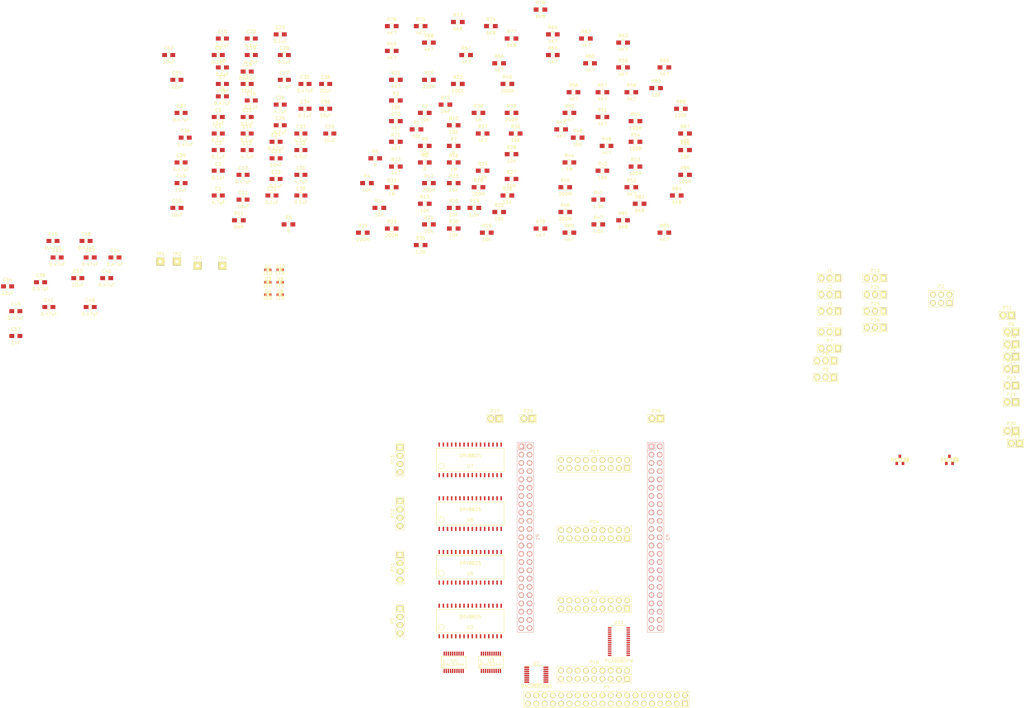
<source format=kicad_pcb>
(kicad_pcb (version 4) (host pcbnew 0.201502122346+5414~21~ubuntu14.04.1-product)
  (layers (0 F.Cu signal) (31 B.Cu signal) (34 B.Paste user) (35 F.Paste user) (36 B.SilkS user) (37 F.SilkS user) (38 B.Mask user) (39 F.Mask user) (44 Edge.Cuts user))
  (net 0 "")
  (net 1 "Net-(J1-Pad1)")
  (net 2 +5V)
  (net 3 GND)
  (net 4 "Net-(J2-Pad1)")
  (net 5 "Net-(J3-Pad1)")
  (net 6 "Net-(J4-Pad1)")
  (net 7 +3V3)
  (net 8 "Net-(P1-Pad7)")
  (net 9 "Net-(P1-Pad8)")
  (net 10 "Net-(P1-Pad9)")
  (net 11 /RESET)
  (net 12 "Net-(P1-Pad11)")
  (net 13 MODE2)
  (net 14 "Net-(P1-Pad13)")
  (net 15 MODE1)
  (net 16 "Net-(P1-Pad15)")
  (net 17 MODE0)
  (net 18 SPIO_CS0)
  (net 19 SPI0_D1)
  (net 20 T_SCL)
  (net 21 T_SDA)
  (net 22 SPI0_D0)
  (net 23 SPI0_SCLK)
  (net 24 LCD_SD_CS)
  (net 25 I2C1_SCL)
  (net 26 "Net-(P1-Pad25)")
  (net 27 I2C1_SDA)
  (net 28 "Net-(P1-Pad27)")
  (net 29 LCD_T_CS)
  (net 30 "Net-(P1-Pad29)")
  (net 31 "Net-(P1-Pad30)")
  (net 32 "Net-(P1-Pad31)")
  (net 33 VDD_ADC)
  (net 34 AIN4)
  (net 35 GNDA_ADC)
  (net 36 AIN6)
  (net 37 AIN5)
  (net 38 AIN2)
  (net 39 AIN3)
  (net 40 AIN0)
  (net 41 AIN1)
  (net 42 CAL_STOP)
  (net 43 "Net-(P1-Pad42)")
  (net 44 "Net-(P2-Pad2)")
  (net 45 "Net-(P2-Pad4)")
  (net 46 "Net-(P2-Pad6)")
  (net 47 Z_STEP)
  (net 48 X_STEP)
  (net 49 E_STEP)
  (net 50 Y_STEP)
  (net 51 Z_ENABLE_BUFF)
  (net 52 X_ENABLE_BUFF)
  (net 53 E_ENABLE_BUFF)
  (net 54 Y_ENABLE_BUFF)
  (net 55 Z_DIR)
  (net 56 X_DIR)
  (net 57 E_DIR)
  (net 58 Y_DIR)
  (net 59 PS_ON)
  (net 60 TOOL_1_ENABLE_BUFF)
  (net 61 X_STOP)
  (net 62 TOOL_DIR)
  (net 63 E_STOP)
  (net 64 TOOL_STEP)
  (net 65 LCD_REST)
  (net 66 TOOL_2_ENABLE_BUFF)
  (net 67 Y_STOP)
  (net 68 TOOL_3_ENABLE_BUFF)
  (net 69 Z_STOP)
  (net 70 TOOL_4_ENABLE_BUFF)
  (net 71 LCD_RD)
  (net 72 LCD_RS)
  (net 73 LCD_CS)
  (net 74 LCD_WR)
  (net 75 "Net-(P3-Pad31)")
  (net 76 SERVO_1_BUFF)
  (net 77 "Net-(P3-Pad33)")
  (net 78 SERVO_2_BUFF)
  (net 79 "Net-(P3-Pad35)")
  (net 80 SERVO_3_BUFF)
  (net 81 "Net-(P3-Pad37)")
  (net 82 SERVO_4_BUFF)
  (net 83 LCD_DB6)
  (net 84 LCD_DB7)
  (net 85 LCD_DB4)
  (net 86 LCD_DB5)
  (net 87 LCD_DB2)
  (net 88 LCD_DB3)
  (net 89 LCD_DB0)
  (net 90 LCD_DB1)
  (net 91 "Net-(P4-Pad5)")
  (net 92 "Net-(P4-Pad13)")
  (net 93 "Net-(P4-Pad15)")
  (net 94 "Net-(P4-Pad17)")
  (net 95 "Net-(P4-Pad19)")
  (net 96 "Net-(P4-Pad21)")
  (net 97 "Net-(P4-Pad23)")
  (net 98 "Net-(P4-Pad24)")
  (net 99 "Net-(P4-Pad25)")
  (net 100 "Net-(P4-Pad27)")
  (net 101 "Net-(P4-Pad28)")
  (net 102 "Net-(P4-Pad31)")
  (net 103 "Net-(P4-Pad35)")
  (net 104 "Net-(P4-Pad37)")
  (net 105 "Net-(P4-Pad38)")
  (net 106 "Net-(P4-Pad39)")
  (net 107 "Net-(P4-Pad40)")
  (net 108 "Net-(P5-Pad1)")
  (net 109 "Net-(P5-Pad2)")
  (net 110 "Net-(P5-Pad3)")
  (net 111 "Net-(P5-Pad4)")
  (net 112 "Net-(P6-Pad1)")
  (net 113 "Net-(D1-Pad1)")
  (net 114 SERVO_1)
  (net 115 SERVO_2)
  (net 116 SERVO_3)
  (net 117 SERVO_4)
  (net 118 "Net-(P11-Pad1)")
  (net 119 "Net-(P11-Pad2)")
  (net 120 "Net-(P11-Pad3)")
  (net 121 "Net-(P11-Pad4)")
  (net 122 "Net-(P12-Pad1)")
  (net 123 "Net-(P12-Pad2)")
  (net 124 "Net-(P12-Pad3)")
  (net 125 "Net-(P12-Pad4)")
  (net 126 "Net-(P13-Pad1)")
  (net 127 "Net-(P13-Pad2)")
  (net 128 "Net-(P13-Pad3)")
  (net 129 "Net-(P13-Pad4)")
  (net 130 /EAT_ICEC_MC_1/VREF)
  (net 131 /EAT_ICEC_MC_1/TOOL_A0)
  (net 132 +V_MOTOR)
  (net 133 TOOL_SDA)
  (net 134 TOOL_SCL)
  (net 135 TOOL_1_AIN)
  (net 136 TOOL_1_DOUT)
  (net 137 TOOL_1_ENABLE)
  (net 138 /EAT_ICEC_MC_2/VREF)
  (net 139 TOOL_2_AIN)
  (net 140 TOOL_2_DOUT)
  (net 141 TOOL_2_ENABLE)
  (net 142 /EAT_ICEC_MC_2/TOOL_A1)
  (net 143 /EAT_ICEC_MC_3/VREF)
  (net 144 TOOL_3_AIN)
  (net 145 TOOL_3_DOUT)
  (net 146 TOOL_3_ENABLE)
  (net 147 /EAT_ICEC_MC_4/VREF)
  (net 148 /EAT_ICEC_MC_4/TOOL_A0)
  (net 149 TOOL_4_AIN)
  (net 150 TOOL_4_DOUT)
  (net 151 TOOL_4_ENABLE)
  (net 152 /EAT_ICEC_MC_4/TOOL_A1)
  (net 153 +12V)
  (net 154 "Net-(C31-Pad1)")
  (net 155 "Net-(C32-Pad1)")
  (net 156 "Net-(C33-Pad1)")
  (net 157 "Net-(D8-Pad2)")
  (net 158 "Net-(D9-Pad2)")
  (net 159 "Net-(D10-Pad2)")
  (net 160 "Net-(C36-Pad1)")
  (net 161 "Net-(C40-Pad1)")
  (net 162 "Net-(C44-Pad1)")
  (net 163 "Net-(F1-Pad1)")
  (net 164 "Net-(F2-Pad1)")
  (net 165 "Net-(F3-Pad1)")
  (net 166 "Net-(C4-Pad2)")
  (net 167 "Net-(C5-Pad1)")
  (net 168 "Net-(C5-Pad2)")
  (net 169 "Net-(C10-Pad2)")
  (net 170 "Net-(C11-Pad1)")
  (net 171 "Net-(C11-Pad2)")
  (net 172 "Net-(C16-Pad2)")
  (net 173 "Net-(C17-Pad1)")
  (net 174 "Net-(C17-Pad2)")
  (net 175 "Net-(C22-Pad2)")
  (net 176 "Net-(C23-Pad1)")
  (net 177 "Net-(C23-Pad2)")
  (net 178 +5VD)
  (net 179 "Net-(C51-Pad1)")
  (net 180 "Net-(C51-Pad2)")
  (net 181 "Net-(C55-Pad1)")
  (net 182 "Net-(C55-Pad2)")
  (net 183 "Net-(C56-Pad1)")
  (net 184 "Net-(C56-Pad2)")
  (net 185 "Net-(C57-Pad1)")
  (net 186 "Net-(C57-Pad2)")
  (net 187 "Net-(D2-Pad1)")
  (net 188 "Net-(D3-Pad1)")
  (net 189 "Net-(D4-Pad1)")
  (net 190 "Net-(D8-Pad1)")
  (net 191 "Net-(D9-Pad1)")
  (net 192 "Net-(D10-Pad1)")
  (net 193 "Net-(R17-Pad1)")
  (net 194 "Net-(R18-Pad1)")
  (net 195 "Net-(R19-Pad2)")
  (net 196 "Net-(R20-Pad2)")
  (net 197 X_ENABLE)
  (net 198 "Net-(R33-Pad1)")
  (net 199 "Net-(R34-Pad1)")
  (net 200 "Net-(R35-Pad2)")
  (net 201 "Net-(R36-Pad2)")
  (net 202 Y_ENABLE)
  (net 203 "Net-(R39-Pad1)")
  (net 204 "Net-(R40-Pad1)")
  (net 205 "Net-(R41-Pad2)")
  (net 206 "Net-(R42-Pad2)")
  (net 207 Z_ENABLE)
  (net 208 "Net-(R45-Pad1)")
  (net 209 "Net-(R46-Pad1)")
  (net 210 "Net-(R47-Pad2)")
  (net 211 "Net-(R48-Pad2)")
  (net 212 E_ENABLE)
  (net 213 MOSFET_1)
  (net 214 MOSFET_2)
  (net 215 MOSFET_3)
  (net 216 "Net-(Q3-Pad1)")
  (net 217 "Net-(R53-Pad2)")
  (net 218 "Net-(Q4-Pad1)")
  (net 219 "Net-(R54-Pad2)")
  (net 220 "Net-(Q5-Pad1)")
  (net 221 "Net-(R55-Pad2)")
  (net 222 "Net-(R62-Pad1)")
  (net 223 "Net-(R63-Pad1)")
  (net 224 "Net-(R64-Pad1)")
  (net 225 "Net-(R65-Pad1)")
  (net 226 "Net-(R66-Pad1)")
  (net 227 "Net-(R67-Pad1)")
  (net 228 "Net-(R85-Pad2)")
  (net 229 "Net-(R86-Pad1)")
  (net 230 "Net-(R88-Pad2)")
  (net 231 "/DRV8825 X AXIS Stepper/VREF")
  (net 232 "/DRV8825 Y AXIS Stepper/VREF")
  (net 233 "/DRV8825 Z AXIS Stepper/VREF")
  (net 234 "/DRV8825 E AXIS Stepper/VREF")
  (net 235 "Net-(U2-Pad23)")
  (net 236 "Net-(U2-Pad27)")
  (net 237 "Net-(U2-Pad19)")
  (net 238 TOOL_1_DOUT_BUFF)
  (net 239 TOOL_2_DOUT_BUFF)
  (net 240 TOOL_3_DOUT_BUFF)
  (net 241 TOOL_4_DOUT_BUFF)
  (net 242 VCC)
  (net 243 "Net-(U5-Pad23)")
  (net 244 "Net-(U5-Pad27)")
  (net 245 "Net-(U5-Pad19)")
  (net 246 "Net-(U6-Pad23)")
  (net 247 "Net-(U6-Pad27)")
  (net 248 "Net-(U6-Pad19)")
  (net 249 "Net-(U7-Pad23)")
  (net 250 "Net-(U7-Pad27)")
  (net 251 "Net-(U7-Pad19)")
  (net 252 FAN_1)
  (net 253 FAN_3)
  (net 254 FAN_2)
  (net 255 "Net-(U11-Pad17)")
  (net 256 "Net-(U11-Pad18)")
  (net 257 "Net-(U11-Pad19)")
  (net 258 "Net-(U11-Pad20)")
  (net 259 "Net-(U11-Pad21)")
  (net 260 "Net-(U11-Pad22)")
  (net 261 "Net-(U11-Pad25)")
  (module Socket_Strips:Socket_Strip_Straight_1x03 (layer F.Cu) (at 223.52 20.32)
    (fp_text reference J1 (at 0 -2.286) (layer F.SilkS))
    (fp_text value CONN_01X03 hide)
    (pad 1 thru_hole rect (at 2.54 0 180) (size 1.7272 2.032) (drill 1.016) (layers *.Cu *.Mask F.SilkS) (net 1 "Net-(J1-Pad1)"))
    (pad 2 thru_hole oval (at 0 0 180) (size 1.7272 2.032) (drill 1.016) (layers *.Cu *.Mask F.SilkS) (net 2 +5V))
    (pad 3 thru_hole oval (at -2.54 0 180) (size 1.7272 2.032) (drill 1.016) (layers *.Cu *.Mask F.SilkS) (net 3 GND))
  )
  (module Socket_Strips:Socket_Strip_Straight_1x03 (layer F.Cu) (at 223.52 25.4)
    (fp_text reference J2 (at 0 -2.286) (layer F.SilkS))
    (fp_text value CONN_01X03 hide)
    (pad 1 thru_hole rect (at 2.54 0 180) (size 1.7272 2.032) (drill 1.016) (layers *.Cu *.Mask F.SilkS) (net 4 "Net-(J2-Pad1)"))
    (pad 2 thru_hole oval (at 0 0 180) (size 1.7272 2.032) (drill 1.016) (layers *.Cu *.Mask F.SilkS) (net 2 +5V))
    (pad 3 thru_hole oval (at -2.54 0 180) (size 1.7272 2.032) (drill 1.016) (layers *.Cu *.Mask F.SilkS) (net 3 GND))
  )
  (module Socket_Strips:Socket_Strip_Straight_1x03 (layer F.Cu) (at 223.52 30.48)
    (fp_text reference J3 (at 0 -2.286) (layer F.SilkS))
    (fp_text value CONN_01X03 hide)
    (pad 1 thru_hole rect (at 2.54 0 180) (size 1.7272 2.032) (drill 1.016) (layers *.Cu *.Mask F.SilkS) (net 5 "Net-(J3-Pad1)"))
    (pad 2 thru_hole oval (at 0 0 180) (size 1.7272 2.032) (drill 1.016) (layers *.Cu *.Mask F.SilkS) (net 2 +5V))
    (pad 3 thru_hole oval (at -2.54 0 180) (size 1.7272 2.032) (drill 1.016) (layers *.Cu *.Mask F.SilkS) (net 3 GND))
  )
  (module Socket_Strips:Socket_Strip_Straight_1x03 (layer F.Cu) (at 223.52 36.83)
    (fp_text reference J4 (at 0 -2.286) (layer F.SilkS))
    (fp_text value CONN_01X03 hide)
    (pad 1 thru_hole rect (at 2.54 0 180) (size 1.7272 2.032) (drill 1.016) (layers *.Cu *.Mask F.SilkS) (net 6 "Net-(J4-Pad1)"))
    (pad 2 thru_hole oval (at 0 0 180) (size 1.7272 2.032) (drill 1.016) (layers *.Cu *.Mask F.SilkS) (net 2 +5V))
    (pad 3 thru_hole oval (at -2.54 0 180) (size 1.7272 2.032) (drill 1.016) (layers *.Cu *.Mask F.SilkS) (net 3 GND))
  )
  (module Socket_Strips:Socket_Strip_Straight_2x23 (layer B.Cu) (at 130 100 90)
    (fp_text reference P1 (at 0 3.81 90) (layer B.SilkS) (effects (justify mirror)))
    (fp_text value BBB_P9 hide)
    (pad 1 thru_hole rect (at 27.94 -1.27 270) (size 1.7272 1.7272) (drill 1.016) (layers *.Cu *.Mask B.SilkS) (net 3 GND))
    (pad 2 thru_hole oval (at 27.94 1.27 270) (size 1.7272 1.7272) (drill 1.016) (layers *.Cu *.Mask B.SilkS) (net 3 GND))
    (pad 3 thru_hole oval (at 25.4 -1.27 270) (size 1.7272 1.7272) (drill 1.016) (layers *.Cu *.Mask B.SilkS) (net 7 +3V3))
    (pad 4 thru_hole oval (at 25.4 1.27 270) (size 1.7272 1.7272) (drill 1.016) (layers *.Cu *.Mask B.SilkS) (net 7 +3V3))
    (pad 5 thru_hole oval (at 22.86 -1.27 270) (size 1.7272 1.7272) (drill 1.016) (layers *.Cu *.Mask B.SilkS) (net 2 +5V))
    (pad 6 thru_hole oval (at 22.86 1.27 270) (size 1.7272 1.7272) (drill 1.016) (layers *.Cu *.Mask B.SilkS) (net 2 +5V))
    (pad 7 thru_hole oval (at 20.32 -1.27 270) (size 1.7272 1.7272) (drill 1.016) (layers *.Cu *.Mask B.SilkS) (net 8 "Net-(P1-Pad7)"))
    (pad 8 thru_hole oval (at 20.32 1.27 270) (size 1.7272 1.7272) (drill 1.016) (layers *.Cu *.Mask B.SilkS) (net 9 "Net-(P1-Pad8)"))
    (pad 9 thru_hole oval (at 17.78 -1.27 270) (size 1.7272 1.7272) (drill 1.016) (layers *.Cu *.Mask B.SilkS) (net 10 "Net-(P1-Pad9)"))
    (pad 10 thru_hole oval (at 17.78 1.27 270) (size 1.7272 1.7272) (drill 1.016) (layers *.Cu *.Mask B.SilkS) (net 11 /RESET))
    (pad 11 thru_hole oval (at 15.24 -1.27 270) (size 1.7272 1.7272) (drill 1.016) (layers *.Cu *.Mask B.SilkS) (net 12 "Net-(P1-Pad11)"))
    (pad 12 thru_hole oval (at 15.24 1.27 270) (size 1.7272 1.7272) (drill 1.016) (layers *.Cu *.Mask B.SilkS) (net 13 MODE2))
    (pad 13 thru_hole oval (at 12.7 -1.27 270) (size 1.7272 1.7272) (drill 1.016) (layers *.Cu *.Mask B.SilkS) (net 14 "Net-(P1-Pad13)"))
    (pad 14 thru_hole oval (at 12.7 1.27 270) (size 1.7272 1.7272) (drill 1.016) (layers *.Cu *.Mask B.SilkS) (net 15 MODE1))
    (pad 15 thru_hole oval (at 10.16 -1.27 270) (size 1.7272 1.7272) (drill 1.016) (layers *.Cu *.Mask B.SilkS) (net 16 "Net-(P1-Pad15)"))
    (pad 16 thru_hole oval (at 10.16 1.27 270) (size 1.7272 1.7272) (drill 1.016) (layers *.Cu *.Mask B.SilkS) (net 17 MODE0))
    (pad 17 thru_hole oval (at 7.62 -1.27 270) (size 1.7272 1.7272) (drill 1.016) (layers *.Cu *.Mask B.SilkS) (net 18 SPIO_CS0))
    (pad 18 thru_hole oval (at 7.62 1.27 270) (size 1.7272 1.7272) (drill 1.016) (layers *.Cu *.Mask B.SilkS) (net 19 SPI0_D1))
    (pad 19 thru_hole oval (at 5.08 -1.27 270) (size 1.7272 1.7272) (drill 1.016) (layers *.Cu *.Mask B.SilkS) (net 20 T_SCL))
    (pad 20 thru_hole oval (at 5.08 1.27 270) (size 1.7272 1.7272) (drill 1.016) (layers *.Cu *.Mask B.SilkS) (net 21 T_SDA))
    (pad 21 thru_hole oval (at 2.54 -1.27 270) (size 1.7272 1.7272) (drill 1.016) (layers *.Cu *.Mask B.SilkS) (net 22 SPI0_D0))
    (pad 22 thru_hole oval (at 2.54 1.27 270) (size 1.7272 1.7272) (drill 1.016) (layers *.Cu *.Mask B.SilkS) (net 23 SPI0_SCLK))
    (pad 23 thru_hole oval (at 0 -1.27 270) (size 1.7272 1.7272) (drill 1.016) (layers *.Cu *.Mask B.SilkS) (net 24 LCD_SD_CS))
    (pad 24 thru_hole oval (at 0 1.27 270) (size 1.7272 1.7272) (drill 1.016) (layers *.Cu *.Mask B.SilkS) (net 25 I2C1_SCL))
    (pad 25 thru_hole oval (at -2.54 -1.27 270) (size 1.7272 1.7272) (drill 1.016) (layers *.Cu *.Mask B.SilkS) (net 26 "Net-(P1-Pad25)"))
    (pad 26 thru_hole oval (at -2.54 1.27 270) (size 1.7272 1.7272) (drill 1.016) (layers *.Cu *.Mask B.SilkS) (net 27 I2C1_SDA))
    (pad 27 thru_hole oval (at -5.08 -1.27 270) (size 1.7272 1.7272) (drill 1.016) (layers *.Cu *.Mask B.SilkS) (net 28 "Net-(P1-Pad27)"))
    (pad 28 thru_hole oval (at -5.08 1.27 270) (size 1.7272 1.7272) (drill 1.016) (layers *.Cu *.Mask B.SilkS) (net 29 LCD_T_CS))
    (pad 29 thru_hole oval (at -7.62 -1.27 270) (size 1.7272 1.7272) (drill 1.016) (layers *.Cu *.Mask B.SilkS) (net 30 "Net-(P1-Pad29)"))
    (pad 30 thru_hole oval (at -7.62 1.27 270) (size 1.7272 1.7272) (drill 1.016) (layers *.Cu *.Mask B.SilkS) (net 31 "Net-(P1-Pad30)"))
    (pad 31 thru_hole oval (at -10.16 -1.27 270) (size 1.7272 1.7272) (drill 1.016) (layers *.Cu *.Mask B.SilkS) (net 32 "Net-(P1-Pad31)"))
    (pad 32 thru_hole oval (at -10.16 1.27 270) (size 1.7272 1.7272) (drill 1.016) (layers *.Cu *.Mask B.SilkS) (net 33 VDD_ADC))
    (pad 33 thru_hole oval (at -12.7 -1.27 270) (size 1.7272 1.7272) (drill 1.016) (layers *.Cu *.Mask B.SilkS) (net 34 AIN4))
    (pad 34 thru_hole oval (at -12.7 1.27 270) (size 1.7272 1.7272) (drill 1.016) (layers *.Cu *.Mask B.SilkS) (net 35 GNDA_ADC))
    (pad 35 thru_hole oval (at -15.24 -1.27 270) (size 1.7272 1.7272) (drill 1.016) (layers *.Cu *.Mask B.SilkS) (net 36 AIN6))
    (pad 36 thru_hole oval (at -15.24 1.27 270) (size 1.7272 1.7272) (drill 1.016) (layers *.Cu *.Mask B.SilkS) (net 37 AIN5))
    (pad 37 thru_hole oval (at -17.78 -1.27 270) (size 1.7272 1.7272) (drill 1.016) (layers *.Cu *.Mask B.SilkS) (net 38 AIN2))
    (pad 38 thru_hole oval (at -17.78 1.27 270) (size 1.7272 1.7272) (drill 1.016) (layers *.Cu *.Mask B.SilkS) (net 39 AIN3))
    (pad 39 thru_hole oval (at -20.32 -1.27 270) (size 1.7272 1.7272) (drill 1.016) (layers *.Cu *.Mask B.SilkS) (net 40 AIN0))
    (pad 40 thru_hole oval (at -20.32 1.27 270) (size 1.7272 1.7272) (drill 1.016) (layers *.Cu *.Mask B.SilkS) (net 41 AIN1))
    (pad 41 thru_hole oval (at -22.86 -1.27 270) (size 1.7272 1.7272) (drill 1.016) (layers *.Cu *.Mask B.SilkS) (net 42 CAL_STOP))
    (pad 42 thru_hole oval (at -22.86 1.27 270) (size 1.7272 1.7272) (drill 1.016) (layers *.Cu *.Mask B.SilkS) (net 43 "Net-(P1-Pad42)"))
    (pad 43 thru_hole oval (at -25.4 -1.27 270) (size 1.7272 1.7272) (drill 1.016) (layers *.Cu *.Mask B.SilkS) (net 3 GND))
    (pad 44 thru_hole oval (at -25.4 1.27 270) (size 1.7272 1.7272) (drill 1.016) (layers *.Cu *.Mask B.SilkS) (net 3 GND))
    (pad 45 thru_hole oval (at -27.94 -1.27 270) (size 1.7272 1.7272) (drill 1.016) (layers *.Cu *.Mask B.SilkS) (net 3 GND))
    (pad 46 thru_hole oval (at -27.94 1.27 270) (size 1.7272 1.7272) (drill 1.016) (layers *.Cu *.Mask B.SilkS) (net 3 GND))
  )
  (module Socket_Strips:Socket_Strip_Straight_2x03 (layer F.Cu) (at 257.81 26.67)
    (fp_text reference P2 (at 0 -3.81) (layer F.SilkS))
    (fp_text value CONN_02X03 hide)
    (pad 1 thru_hole rect (at 2.54 1.27 180) (size 1.7272 1.7272) (drill 1.016) (layers *.Cu *.Mask F.SilkS) (net 2 +5V))
    (pad 2 thru_hole oval (at 2.54 -1.27 180) (size 1.7272 1.7272) (drill 1.016) (layers *.Cu *.Mask F.SilkS) (net 44 "Net-(P2-Pad2)"))
    (pad 3 thru_hole oval (at 0 1.27 180) (size 1.7272 1.7272) (drill 1.016) (layers *.Cu *.Mask F.SilkS) (net 2 +5V))
    (pad 4 thru_hole oval (at 0 -1.27 180) (size 1.7272 1.7272) (drill 1.016) (layers *.Cu *.Mask F.SilkS) (net 45 "Net-(P2-Pad4)"))
    (pad 5 thru_hole oval (at -2.54 1.27 180) (size 1.7272 1.7272) (drill 1.016) (layers *.Cu *.Mask F.SilkS) (net 2 +5V))
    (pad 6 thru_hole oval (at -2.54 -1.27 180) (size 1.7272 1.7272) (drill 1.016) (layers *.Cu *.Mask F.SilkS) (net 46 "Net-(P2-Pad6)"))
  )
  (module Socket_Strips:Socket_Strip_Straight_2x23 (layer B.Cu) (at 170 100 90)
    (fp_text reference P3 (at 0 3.81 90) (layer B.SilkS) (effects (justify mirror)))
    (fp_text value CONN_02X23 hide)
    (pad 1 thru_hole rect (at 27.94 -1.27 270) (size 1.7272 1.7272) (drill 1.016) (layers *.Cu *.Mask B.SilkS) (net 3 GND))
    (pad 2 thru_hole oval (at 27.94 1.27 270) (size 1.7272 1.7272) (drill 1.016) (layers *.Cu *.Mask B.SilkS) (net 3 GND))
    (pad 3 thru_hole oval (at 25.4 -1.27 270) (size 1.7272 1.7272) (drill 1.016) (layers *.Cu *.Mask B.SilkS) (net 47 Z_STEP))
    (pad 4 thru_hole oval (at 25.4 1.27 270) (size 1.7272 1.7272) (drill 1.016) (layers *.Cu *.Mask B.SilkS) (net 48 X_STEP))
    (pad 5 thru_hole oval (at 22.86 -1.27 270) (size 1.7272 1.7272) (drill 1.016) (layers *.Cu *.Mask B.SilkS) (net 49 E_STEP))
    (pad 6 thru_hole oval (at 22.86 1.27 270) (size 1.7272 1.7272) (drill 1.016) (layers *.Cu *.Mask B.SilkS) (net 50 Y_STEP))
    (pad 7 thru_hole oval (at 20.32 -1.27 270) (size 1.7272 1.7272) (drill 1.016) (layers *.Cu *.Mask B.SilkS) (net 51 Z_ENABLE_BUFF))
    (pad 8 thru_hole oval (at 20.32 1.27 270) (size 1.7272 1.7272) (drill 1.016) (layers *.Cu *.Mask B.SilkS) (net 52 X_ENABLE_BUFF))
    (pad 9 thru_hole oval (at 17.78 -1.27 270) (size 1.7272 1.7272) (drill 1.016) (layers *.Cu *.Mask B.SilkS) (net 53 E_ENABLE_BUFF))
    (pad 10 thru_hole oval (at 17.78 1.27 270) (size 1.7272 1.7272) (drill 1.016) (layers *.Cu *.Mask B.SilkS) (net 54 Y_ENABLE_BUFF))
    (pad 11 thru_hole oval (at 15.24 -1.27 270) (size 1.7272 1.7272) (drill 1.016) (layers *.Cu *.Mask B.SilkS) (net 55 Z_DIR))
    (pad 12 thru_hole oval (at 15.24 1.27 270) (size 1.7272 1.7272) (drill 1.016) (layers *.Cu *.Mask B.SilkS) (net 56 X_DIR))
    (pad 13 thru_hole oval (at 12.7 -1.27 270) (size 1.7272 1.7272) (drill 1.016) (layers *.Cu *.Mask B.SilkS) (net 57 E_DIR))
    (pad 14 thru_hole oval (at 12.7 1.27 270) (size 1.7272 1.7272) (drill 1.016) (layers *.Cu *.Mask B.SilkS) (net 58 Y_DIR))
    (pad 15 thru_hole oval (at 10.16 -1.27 270) (size 1.7272 1.7272) (drill 1.016) (layers *.Cu *.Mask B.SilkS) (net 59 PS_ON))
    (pad 16 thru_hole oval (at 10.16 1.27 270) (size 1.7272 1.7272) (drill 1.016) (layers *.Cu *.Mask B.SilkS) (net 60 TOOL_1_ENABLE_BUFF))
    (pad 17 thru_hole oval (at 7.62 -1.27 270) (size 1.7272 1.7272) (drill 1.016) (layers *.Cu *.Mask B.SilkS) (net 61 X_STOP))
    (pad 18 thru_hole oval (at 7.62 1.27 270) (size 1.7272 1.7272) (drill 1.016) (layers *.Cu *.Mask B.SilkS) (net 62 TOOL_DIR))
    (pad 19 thru_hole oval (at 5.08 -1.27 270) (size 1.7272 1.7272) (drill 1.016) (layers *.Cu *.Mask B.SilkS) (net 63 E_STOP))
    (pad 20 thru_hole oval (at 5.08 1.27 270) (size 1.7272 1.7272) (drill 1.016) (layers *.Cu *.Mask B.SilkS) (net 64 TOOL_STEP))
    (pad 21 thru_hole oval (at 2.54 -1.27 270) (size 1.7272 1.7272) (drill 1.016) (layers *.Cu *.Mask B.SilkS) (net 65 LCD_REST))
    (pad 22 thru_hole oval (at 2.54 1.27 270) (size 1.7272 1.7272) (drill 1.016) (layers *.Cu *.Mask B.SilkS) (net 66 TOOL_2_ENABLE_BUFF))
    (pad 23 thru_hole oval (at 0 -1.27 270) (size 1.7272 1.7272) (drill 1.016) (layers *.Cu *.Mask B.SilkS) (net 67 Y_STOP))
    (pad 24 thru_hole oval (at 0 1.27 270) (size 1.7272 1.7272) (drill 1.016) (layers *.Cu *.Mask B.SilkS) (net 68 TOOL_3_ENABLE_BUFF))
    (pad 25 thru_hole oval (at -2.54 -1.27 270) (size 1.7272 1.7272) (drill 1.016) (layers *.Cu *.Mask B.SilkS) (net 69 Z_STOP))
    (pad 26 thru_hole oval (at -2.54 1.27 270) (size 1.7272 1.7272) (drill 1.016) (layers *.Cu *.Mask B.SilkS) (net 70 TOOL_4_ENABLE_BUFF))
    (pad 27 thru_hole oval (at -5.08 -1.27 270) (size 1.7272 1.7272) (drill 1.016) (layers *.Cu *.Mask B.SilkS) (net 71 LCD_RD))
    (pad 28 thru_hole oval (at -5.08 1.27 270) (size 1.7272 1.7272) (drill 1.016) (layers *.Cu *.Mask B.SilkS) (net 72 LCD_RS))
    (pad 29 thru_hole oval (at -7.62 -1.27 270) (size 1.7272 1.7272) (drill 1.016) (layers *.Cu *.Mask B.SilkS) (net 73 LCD_CS))
    (pad 30 thru_hole oval (at -7.62 1.27 270) (size 1.7272 1.7272) (drill 1.016) (layers *.Cu *.Mask B.SilkS) (net 74 LCD_WR))
    (pad 31 thru_hole oval (at -10.16 -1.27 270) (size 1.7272 1.7272) (drill 1.016) (layers *.Cu *.Mask B.SilkS) (net 75 "Net-(P3-Pad31)"))
    (pad 32 thru_hole oval (at -10.16 1.27 270) (size 1.7272 1.7272) (drill 1.016) (layers *.Cu *.Mask B.SilkS) (net 76 SERVO_1_BUFF))
    (pad 33 thru_hole oval (at -12.7 -1.27 270) (size 1.7272 1.7272) (drill 1.016) (layers *.Cu *.Mask B.SilkS) (net 77 "Net-(P3-Pad33)"))
    (pad 34 thru_hole oval (at -12.7 1.27 270) (size 1.7272 1.7272) (drill 1.016) (layers *.Cu *.Mask B.SilkS) (net 78 SERVO_2_BUFF))
    (pad 35 thru_hole oval (at -15.24 -1.27 270) (size 1.7272 1.7272) (drill 1.016) (layers *.Cu *.Mask B.SilkS) (net 79 "Net-(P3-Pad35)"))
    (pad 36 thru_hole oval (at -15.24 1.27 270) (size 1.7272 1.7272) (drill 1.016) (layers *.Cu *.Mask B.SilkS) (net 80 SERVO_3_BUFF))
    (pad 37 thru_hole oval (at -17.78 -1.27 270) (size 1.7272 1.7272) (drill 1.016) (layers *.Cu *.Mask B.SilkS) (net 81 "Net-(P3-Pad37)"))
    (pad 38 thru_hole oval (at -17.78 1.27 270) (size 1.7272 1.7272) (drill 1.016) (layers *.Cu *.Mask B.SilkS) (net 82 SERVO_4_BUFF))
    (pad 39 thru_hole oval (at -20.32 -1.27 270) (size 1.7272 1.7272) (drill 1.016) (layers *.Cu *.Mask B.SilkS) (net 83 LCD_DB6))
    (pad 40 thru_hole oval (at -20.32 1.27 270) (size 1.7272 1.7272) (drill 1.016) (layers *.Cu *.Mask B.SilkS) (net 84 LCD_DB7))
    (pad 41 thru_hole oval (at -22.86 -1.27 270) (size 1.7272 1.7272) (drill 1.016) (layers *.Cu *.Mask B.SilkS) (net 85 LCD_DB4))
    (pad 42 thru_hole oval (at -22.86 1.27 270) (size 1.7272 1.7272) (drill 1.016) (layers *.Cu *.Mask B.SilkS) (net 86 LCD_DB5))
    (pad 43 thru_hole oval (at -25.4 -1.27 270) (size 1.7272 1.7272) (drill 1.016) (layers *.Cu *.Mask B.SilkS) (net 87 LCD_DB2))
    (pad 44 thru_hole oval (at -25.4 1.27 270) (size 1.7272 1.7272) (drill 1.016) (layers *.Cu *.Mask B.SilkS) (net 88 LCD_DB3))
    (pad 45 thru_hole oval (at -27.94 -1.27 270) (size 1.7272 1.7272) (drill 1.016) (layers *.Cu *.Mask B.SilkS) (net 89 LCD_DB0))
    (pad 46 thru_hole oval (at -27.94 1.27 270) (size 1.7272 1.7272) (drill 1.016) (layers *.Cu *.Mask B.SilkS) (net 90 LCD_DB1))
  )
  (module Socket_Strips:Socket_Strip_Straight_2x20 (layer F.Cu) (at 154.94 149.86)
    (fp_text reference P4 (at 0 -3.81) (layer F.SilkS))
    (fp_text value CONN_02X20 hide)
    (pad 1 thru_hole rect (at 24.13 1.27 180) (size 1.7272 1.7272) (drill 1.016) (layers *.Cu *.Mask F.SilkS) (net 3 GND))
    (pad 2 thru_hole oval (at 24.13 -1.27 180) (size 1.7272 1.7272) (drill 1.016) (layers *.Cu *.Mask F.SilkS) (net 89 LCD_DB0))
    (pad 3 thru_hole oval (at 21.59 1.27 180) (size 1.7272 1.7272) (drill 1.016) (layers *.Cu *.Mask F.SilkS) (net 2 +5V))
    (pad 4 thru_hole oval (at 21.59 -1.27 180) (size 1.7272 1.7272) (drill 1.016) (layers *.Cu *.Mask F.SilkS) (net 90 LCD_DB1))
    (pad 5 thru_hole oval (at 19.05 1.27 180) (size 1.7272 1.7272) (drill 1.016) (layers *.Cu *.Mask F.SilkS) (net 91 "Net-(P4-Pad5)"))
    (pad 6 thru_hole oval (at 19.05 -1.27 180) (size 1.7272 1.7272) (drill 1.016) (layers *.Cu *.Mask F.SilkS) (net 87 LCD_DB2))
    (pad 7 thru_hole oval (at 16.51 1.27 180) (size 1.7272 1.7272) (drill 1.016) (layers *.Cu *.Mask F.SilkS) (net 72 LCD_RS))
    (pad 8 thru_hole oval (at 16.51 -1.27 180) (size 1.7272 1.7272) (drill 1.016) (layers *.Cu *.Mask F.SilkS) (net 88 LCD_DB3))
    (pad 9 thru_hole oval (at 13.97 1.27 180) (size 1.7272 1.7272) (drill 1.016) (layers *.Cu *.Mask F.SilkS) (net 74 LCD_WR))
    (pad 10 thru_hole oval (at 13.97 -1.27 180) (size 1.7272 1.7272) (drill 1.016) (layers *.Cu *.Mask F.SilkS) (net 85 LCD_DB4))
    (pad 11 thru_hole oval (at 11.43 1.27 180) (size 1.7272 1.7272) (drill 1.016) (layers *.Cu *.Mask F.SilkS) (net 71 LCD_RD))
    (pad 12 thru_hole oval (at 11.43 -1.27 180) (size 1.7272 1.7272) (drill 1.016) (layers *.Cu *.Mask F.SilkS) (net 86 LCD_DB5))
    (pad 13 thru_hole oval (at 8.89 1.27 180) (size 1.7272 1.7272) (drill 1.016) (layers *.Cu *.Mask F.SilkS) (net 92 "Net-(P4-Pad13)"))
    (pad 14 thru_hole oval (at 8.89 -1.27 180) (size 1.7272 1.7272) (drill 1.016) (layers *.Cu *.Mask F.SilkS) (net 83 LCD_DB6))
    (pad 15 thru_hole oval (at 6.35 1.27 180) (size 1.7272 1.7272) (drill 1.016) (layers *.Cu *.Mask F.SilkS) (net 93 "Net-(P4-Pad15)"))
    (pad 16 thru_hole oval (at 6.35 -1.27 180) (size 1.7272 1.7272) (drill 1.016) (layers *.Cu *.Mask F.SilkS) (net 84 LCD_DB7))
    (pad 17 thru_hole oval (at 3.81 1.27 180) (size 1.7272 1.7272) (drill 1.016) (layers *.Cu *.Mask F.SilkS) (net 94 "Net-(P4-Pad17)"))
    (pad 18 thru_hole oval (at 3.81 -1.27 180) (size 1.7272 1.7272) (drill 1.016) (layers *.Cu *.Mask F.SilkS) (net 23 SPI0_SCLK))
    (pad 19 thru_hole oval (at 1.27 1.27 180) (size 1.7272 1.7272) (drill 1.016) (layers *.Cu *.Mask F.SilkS) (net 95 "Net-(P4-Pad19)"))
    (pad 20 thru_hole oval (at 1.27 -1.27 180) (size 1.7272 1.7272) (drill 1.016) (layers *.Cu *.Mask F.SilkS) (net 29 LCD_T_CS))
    (pad 21 thru_hole oval (at -1.27 1.27 180) (size 1.7272 1.7272) (drill 1.016) (layers *.Cu *.Mask F.SilkS) (net 96 "Net-(P4-Pad21)"))
    (pad 22 thru_hole oval (at -1.27 -1.27 180) (size 1.7272 1.7272) (drill 1.016) (layers *.Cu *.Mask F.SilkS) (net 19 SPI0_D1))
    (pad 23 thru_hole oval (at -3.81 1.27 180) (size 1.7272 1.7272) (drill 1.016) (layers *.Cu *.Mask F.SilkS) (net 97 "Net-(P4-Pad23)"))
    (pad 24 thru_hole oval (at -3.81 -1.27 180) (size 1.7272 1.7272) (drill 1.016) (layers *.Cu *.Mask F.SilkS) (net 98 "Net-(P4-Pad24)"))
    (pad 25 thru_hole oval (at -6.35 1.27 180) (size 1.7272 1.7272) (drill 1.016) (layers *.Cu *.Mask F.SilkS) (net 99 "Net-(P4-Pad25)"))
    (pad 26 thru_hole oval (at -6.35 -1.27 180) (size 1.7272 1.7272) (drill 1.016) (layers *.Cu *.Mask F.SilkS) (net 22 SPI0_D0))
    (pad 27 thru_hole oval (at -8.89 1.27 180) (size 1.7272 1.7272) (drill 1.016) (layers *.Cu *.Mask F.SilkS) (net 100 "Net-(P4-Pad27)"))
    (pad 28 thru_hole oval (at -8.89 -1.27 180) (size 1.7272 1.7272) (drill 1.016) (layers *.Cu *.Mask F.SilkS) (net 101 "Net-(P4-Pad28)"))
    (pad 29 thru_hole oval (at -11.43 1.27 180) (size 1.7272 1.7272) (drill 1.016) (layers *.Cu *.Mask F.SilkS) (net 73 LCD_CS))
    (pad 30 thru_hole oval (at -11.43 -1.27 180) (size 1.7272 1.7272) (drill 1.016) (layers *.Cu *.Mask F.SilkS) (net 22 SPI0_D0))
    (pad 31 thru_hole oval (at -13.97 1.27 180) (size 1.7272 1.7272) (drill 1.016) (layers *.Cu *.Mask F.SilkS) (net 102 "Net-(P4-Pad31)"))
    (pad 32 thru_hole oval (at -13.97 -1.27 180) (size 1.7272 1.7272) (drill 1.016) (layers *.Cu *.Mask F.SilkS) (net 23 SPI0_SCLK))
    (pad 33 thru_hole oval (at -16.51 1.27 180) (size 1.7272 1.7272) (drill 1.016) (layers *.Cu *.Mask F.SilkS) (net 65 LCD_REST))
    (pad 34 thru_hole oval (at -16.51 -1.27 180) (size 1.7272 1.7272) (drill 1.016) (layers *.Cu *.Mask F.SilkS) (net 19 SPI0_D1))
    (pad 35 thru_hole oval (at -19.05 1.27 180) (size 1.7272 1.7272) (drill 1.016) (layers *.Cu *.Mask F.SilkS) (net 103 "Net-(P4-Pad35)"))
    (pad 36 thru_hole oval (at -19.05 -1.27 180) (size 1.7272 1.7272) (drill 1.016) (layers *.Cu *.Mask F.SilkS) (net 24 LCD_SD_CS))
    (pad 37 thru_hole oval (at -21.59 1.27 180) (size 1.7272 1.7272) (drill 1.016) (layers *.Cu *.Mask F.SilkS) (net 104 "Net-(P4-Pad37)"))
    (pad 38 thru_hole oval (at -21.59 -1.27 180) (size 1.7272 1.7272) (drill 1.016) (layers *.Cu *.Mask F.SilkS) (net 105 "Net-(P4-Pad38)"))
    (pad 39 thru_hole oval (at -24.13 1.27 180) (size 1.7272 1.7272) (drill 1.016) (layers *.Cu *.Mask F.SilkS) (net 106 "Net-(P4-Pad39)"))
    (pad 40 thru_hole oval (at -24.13 -1.27 180) (size 1.7272 1.7272) (drill 1.016) (layers *.Cu *.Mask F.SilkS) (net 107 "Net-(P4-Pad40)"))
  )
  (module Socket_Strips:Socket_Strip_Straight_1x04 (layer F.Cu) (at 91.44 125.73 90)
    (fp_text reference P5 (at 0 -2.286 90) (layer F.SilkS))
    (fp_text value CONN_01X04 hide)
    (pad 1 thru_hole rect (at 3.81 0 270) (size 1.7272 2.032) (drill 1.016) (layers *.Cu *.Mask F.SilkS) (net 108 "Net-(P5-Pad1)"))
    (pad 2 thru_hole oval (at 1.27 0 270) (size 1.7272 2.032) (drill 1.016) (layers *.Cu *.Mask F.SilkS) (net 109 "Net-(P5-Pad2)"))
    (pad 3 thru_hole oval (at -1.27 0 270) (size 1.7272 2.032) (drill 1.016) (layers *.Cu *.Mask F.SilkS) (net 110 "Net-(P5-Pad3)"))
    (pad 4 thru_hole oval (at -3.81 0 270) (size 1.7272 2.032) (drill 1.016) (layers *.Cu *.Mask F.SilkS) (net 111 "Net-(P5-Pad4)"))
  )
  (module Socket_Strips:Socket_Strip_Straight_1x02 (layer F.Cu) (at 279.4 36.83)
    (fp_text reference P6 (at 0 -2.286) (layer F.SilkS))
    (fp_text value CONN_01X02 hide)
    (pad 1 thru_hole rect (at 1.27 0 180) (size 2.032 2.032) (drill 1.016) (layers *.Cu *.Mask F.SilkS) (net 112 "Net-(P6-Pad1)"))
    (pad 2 thru_hole oval (at -1.27 0 180) (size 2.032 2.032) (drill 1.016) (layers *.Cu *.Mask F.SilkS) (net 113 "Net-(D1-Pad1)"))
  )
  (module Socket_Strips:Socket_Strip_Straight_1x03 (layer F.Cu) (at 223.52 41.91)
    (fp_text reference P7 (at 0 -2.286) (layer F.SilkS))
    (fp_text value CONN_01X03 hide)
    (pad 1 thru_hole rect (at 2.54 0 180) (size 1.7272 2.032) (drill 1.016) (layers *.Cu *.Mask F.SilkS) (net 3 GND))
    (pad 2 thru_hole oval (at 0 0 180) (size 1.7272 2.032) (drill 1.016) (layers *.Cu *.Mask F.SilkS) (net 2 +5V))
    (pad 3 thru_hole oval (at -2.54 0 180) (size 1.7272 2.032) (drill 1.016) (layers *.Cu *.Mask F.SilkS) (net 114 SERVO_1))
  )
  (module Socket_Strips:Socket_Strip_Straight_1x03 (layer F.Cu) (at 222.25 45.72)
    (fp_text reference P8 (at 0 -2.286) (layer F.SilkS))
    (fp_text value CONN_01X03 hide)
    (pad 1 thru_hole rect (at 2.54 0 180) (size 1.7272 2.032) (drill 1.016) (layers *.Cu *.Mask F.SilkS) (net 3 GND))
    (pad 2 thru_hole oval (at 0 0 180) (size 1.7272 2.032) (drill 1.016) (layers *.Cu *.Mask F.SilkS) (net 2 +5V))
    (pad 3 thru_hole oval (at -2.54 0 180) (size 1.7272 2.032) (drill 1.016) (layers *.Cu *.Mask F.SilkS) (net 115 SERVO_2))
  )
  (module Socket_Strips:Socket_Strip_Straight_1x03 (layer F.Cu) (at 222.25 50.8)
    (fp_text reference P9 (at 0 -2.286) (layer F.SilkS))
    (fp_text value CONN_01X03 hide)
    (pad 1 thru_hole rect (at 2.54 0 180) (size 1.7272 2.032) (drill 1.016) (layers *.Cu *.Mask F.SilkS) (net 3 GND))
    (pad 2 thru_hole oval (at 0 0 180) (size 1.7272 2.032) (drill 1.016) (layers *.Cu *.Mask F.SilkS) (net 2 +5V))
    (pad 3 thru_hole oval (at -2.54 0 180) (size 1.7272 2.032) (drill 1.016) (layers *.Cu *.Mask F.SilkS) (net 116 SERVO_3))
  )
  (module Socket_Strips:Socket_Strip_Straight_1x03 (layer F.Cu) (at 237.49 20.32)
    (fp_text reference P10 (at 0 -2.286) (layer F.SilkS))
    (fp_text value CONN_01X03 hide)
    (pad 1 thru_hole rect (at 2.54 0 180) (size 1.7272 2.032) (drill 1.016) (layers *.Cu *.Mask F.SilkS) (net 3 GND))
    (pad 2 thru_hole oval (at 0 0 180) (size 1.7272 2.032) (drill 1.016) (layers *.Cu *.Mask F.SilkS) (net 2 +5V))
    (pad 3 thru_hole oval (at -2.54 0 180) (size 1.7272 2.032) (drill 1.016) (layers *.Cu *.Mask F.SilkS) (net 117 SERVO_4))
  )
  (module Socket_Strips:Socket_Strip_Straight_1x04 (layer F.Cu) (at 91.44 109.22 90)
    (fp_text reference P11 (at 0 -2.286 90) (layer F.SilkS))
    (fp_text value CONN_01X04 hide)
    (pad 1 thru_hole rect (at 3.81 0 270) (size 1.7272 2.032) (drill 1.016) (layers *.Cu *.Mask F.SilkS) (net 118 "Net-(P11-Pad1)"))
    (pad 2 thru_hole oval (at 1.27 0 270) (size 1.7272 2.032) (drill 1.016) (layers *.Cu *.Mask F.SilkS) (net 119 "Net-(P11-Pad2)"))
    (pad 3 thru_hole oval (at -1.27 0 270) (size 1.7272 2.032) (drill 1.016) (layers *.Cu *.Mask F.SilkS) (net 120 "Net-(P11-Pad3)"))
    (pad 4 thru_hole oval (at -3.81 0 270) (size 1.7272 2.032) (drill 1.016) (layers *.Cu *.Mask F.SilkS) (net 121 "Net-(P11-Pad4)"))
  )
  (module Socket_Strips:Socket_Strip_Straight_1x04 (layer F.Cu) (at 91.44 92.71 90)
    (fp_text reference P12 (at 0 -2.286 90) (layer F.SilkS))
    (fp_text value CONN_01X04 hide)
    (pad 1 thru_hole rect (at 3.81 0 270) (size 1.7272 2.032) (drill 1.016) (layers *.Cu *.Mask F.SilkS) (net 122 "Net-(P12-Pad1)"))
    (pad 2 thru_hole oval (at 1.27 0 270) (size 1.7272 2.032) (drill 1.016) (layers *.Cu *.Mask F.SilkS) (net 123 "Net-(P12-Pad2)"))
    (pad 3 thru_hole oval (at -1.27 0 270) (size 1.7272 2.032) (drill 1.016) (layers *.Cu *.Mask F.SilkS) (net 124 "Net-(P12-Pad3)"))
    (pad 4 thru_hole oval (at -3.81 0 270) (size 1.7272 2.032) (drill 1.016) (layers *.Cu *.Mask F.SilkS) (net 125 "Net-(P12-Pad4)"))
  )
  (module Socket_Strips:Socket_Strip_Straight_1x04 (layer F.Cu) (at 91.44 76.2 90)
    (fp_text reference P13 (at 0 -2.286 90) (layer F.SilkS))
    (fp_text value CONN_01X04 hide)
    (pad 1 thru_hole rect (at 3.81 0 270) (size 1.7272 2.032) (drill 1.016) (layers *.Cu *.Mask F.SilkS) (net 126 "Net-(P13-Pad1)"))
    (pad 2 thru_hole oval (at 1.27 0 270) (size 1.7272 2.032) (drill 1.016) (layers *.Cu *.Mask F.SilkS) (net 127 "Net-(P13-Pad2)"))
    (pad 3 thru_hole oval (at -1.27 0 270) (size 1.7272 2.032) (drill 1.016) (layers *.Cu *.Mask F.SilkS) (net 128 "Net-(P13-Pad3)"))
    (pad 4 thru_hole oval (at -3.81 0 270) (size 1.7272 2.032) (drill 1.016) (layers *.Cu *.Mask F.SilkS) (net 129 "Net-(P13-Pad4)"))
  )
  (module Socket_Strips:Socket_Strip_Straight_2x09 (layer F.Cu) (at 151.13 99.06)
    (fp_text reference P14 (at 0 -3.81) (layer F.SilkS))
    (fp_text value CONN_02X09 hide)
    (pad 1 thru_hole rect (at 10.16 1.27 180) (size 1.7272 1.7272) (drill 1.016) (layers *.Cu *.Mask F.SilkS) (net 35 GNDA_ADC))
    (pad 2 thru_hole oval (at 10.16 -1.27 180) (size 1.7272 1.7272) (drill 1.016) (layers *.Cu *.Mask F.SilkS) (net 130 /EAT_ICEC_MC_1/VREF))
    (pad 3 thru_hole oval (at 7.62 1.27 180) (size 1.7272 1.7272) (drill 1.016) (layers *.Cu *.Mask F.SilkS) (net 3 GND))
    (pad 4 thru_hole oval (at 7.62 -1.27 180) (size 1.7272 1.7272) (drill 1.016) (layers *.Cu *.Mask F.SilkS) (net 3 GND))
    (pad 5 thru_hole oval (at 5.08 1.27 180) (size 1.7272 1.7272) (drill 1.016) (layers *.Cu *.Mask F.SilkS) (net 3 GND))
    (pad 6 thru_hole oval (at 5.08 -1.27 180) (size 1.7272 1.7272) (drill 1.016) (layers *.Cu *.Mask F.SilkS) (net 131 /EAT_ICEC_MC_1/TOOL_A0))
    (pad 7 thru_hole oval (at 2.54 1.27 180) (size 1.7272 1.7272) (drill 1.016) (layers *.Cu *.Mask F.SilkS) (net 132 +V_MOTOR))
    (pad 8 thru_hole oval (at 2.54 -1.27 180) (size 1.7272 1.7272) (drill 1.016) (layers *.Cu *.Mask F.SilkS) (net 132 +V_MOTOR))
    (pad 9 thru_hole oval (at 0 1.27 180) (size 1.7272 1.7272) (drill 1.016) (layers *.Cu *.Mask F.SilkS) (net 132 +V_MOTOR))
    (pad 10 thru_hole oval (at 0 -1.27 180) (size 1.7272 1.7272) (drill 1.016) (layers *.Cu *.Mask F.SilkS) (net 132 +V_MOTOR))
    (pad 11 thru_hole oval (at -2.54 1.27 180) (size 1.7272 1.7272) (drill 1.016) (layers *.Cu *.Mask F.SilkS) (net 133 TOOL_SDA))
    (pad 12 thru_hole oval (at -2.54 -1.27 180) (size 1.7272 1.7272) (drill 1.016) (layers *.Cu *.Mask F.SilkS) (net 134 TOOL_SCL))
    (pad 13 thru_hole oval (at -5.08 1.27 180) (size 1.7272 1.7272) (drill 1.016) (layers *.Cu *.Mask F.SilkS) (net 62 TOOL_DIR))
    (pad 14 thru_hole oval (at -5.08 -1.27 180) (size 1.7272 1.7272) (drill 1.016) (layers *.Cu *.Mask F.SilkS) (net 64 TOOL_STEP))
    (pad 15 thru_hole oval (at -7.62 1.27 180) (size 1.7272 1.7272) (drill 1.016) (layers *.Cu *.Mask F.SilkS) (net 135 TOOL_1_AIN))
    (pad 16 thru_hole oval (at -7.62 -1.27 180) (size 1.7272 1.7272) (drill 1.016) (layers *.Cu *.Mask F.SilkS) (net 136 TOOL_1_DOUT))
    (pad 17 thru_hole oval (at -10.16 1.27 180) (size 1.7272 1.7272) (drill 1.016) (layers *.Cu *.Mask F.SilkS) (net 137 TOOL_1_ENABLE))
    (pad 18 thru_hole oval (at -10.16 -1.27 180) (size 1.7272 1.7272) (drill 1.016) (layers *.Cu *.Mask F.SilkS) (net 3 GND))
  )
  (module Socket_Strips:Socket_Strip_Straight_2x09 (layer F.Cu) (at 151.13 120.65)
    (fp_text reference P15 (at 0 -3.81) (layer F.SilkS))
    (fp_text value CONN_02X09 hide)
    (pad 1 thru_hole rect (at 10.16 1.27 180) (size 1.7272 1.7272) (drill 1.016) (layers *.Cu *.Mask F.SilkS) (net 35 GNDA_ADC))
    (pad 2 thru_hole oval (at 10.16 -1.27 180) (size 1.7272 1.7272) (drill 1.016) (layers *.Cu *.Mask F.SilkS) (net 138 /EAT_ICEC_MC_2/VREF))
    (pad 3 thru_hole oval (at 7.62 1.27 180) (size 1.7272 1.7272) (drill 1.016) (layers *.Cu *.Mask F.SilkS) (net 3 GND))
    (pad 4 thru_hole oval (at 7.62 -1.27 180) (size 1.7272 1.7272) (drill 1.016) (layers *.Cu *.Mask F.SilkS) (net 3 GND))
    (pad 5 thru_hole oval (at 5.08 1.27 180) (size 1.7272 1.7272) (drill 1.016) (layers *.Cu *.Mask F.SilkS) (net 3 GND))
    (pad 6 thru_hole oval (at 5.08 -1.27 180) (size 1.7272 1.7272) (drill 1.016) (layers *.Cu *.Mask F.SilkS) (net 3 GND))
    (pad 7 thru_hole oval (at 2.54 1.27 180) (size 1.7272 1.7272) (drill 1.016) (layers *.Cu *.Mask F.SilkS) (net 132 +V_MOTOR))
    (pad 8 thru_hole oval (at 2.54 -1.27 180) (size 1.7272 1.7272) (drill 1.016) (layers *.Cu *.Mask F.SilkS) (net 132 +V_MOTOR))
    (pad 9 thru_hole oval (at 0 1.27 180) (size 1.7272 1.7272) (drill 1.016) (layers *.Cu *.Mask F.SilkS) (net 132 +V_MOTOR))
    (pad 10 thru_hole oval (at 0 -1.27 180) (size 1.7272 1.7272) (drill 1.016) (layers *.Cu *.Mask F.SilkS) (net 132 +V_MOTOR))
    (pad 11 thru_hole oval (at -2.54 1.27 180) (size 1.7272 1.7272) (drill 1.016) (layers *.Cu *.Mask F.SilkS) (net 133 TOOL_SDA))
    (pad 12 thru_hole oval (at -2.54 -1.27 180) (size 1.7272 1.7272) (drill 1.016) (layers *.Cu *.Mask F.SilkS) (net 134 TOOL_SCL))
    (pad 13 thru_hole oval (at -5.08 1.27 180) (size 1.7272 1.7272) (drill 1.016) (layers *.Cu *.Mask F.SilkS) (net 62 TOOL_DIR))
    (pad 14 thru_hole oval (at -5.08 -1.27 180) (size 1.7272 1.7272) (drill 1.016) (layers *.Cu *.Mask F.SilkS) (net 64 TOOL_STEP))
    (pad 15 thru_hole oval (at -7.62 1.27 180) (size 1.7272 1.7272) (drill 1.016) (layers *.Cu *.Mask F.SilkS) (net 139 TOOL_2_AIN))
    (pad 16 thru_hole oval (at -7.62 -1.27 180) (size 1.7272 1.7272) (drill 1.016) (layers *.Cu *.Mask F.SilkS) (net 140 TOOL_2_DOUT))
    (pad 17 thru_hole oval (at -10.16 1.27 180) (size 1.7272 1.7272) (drill 1.016) (layers *.Cu *.Mask F.SilkS) (net 141 TOOL_2_ENABLE))
    (pad 18 thru_hole oval (at -10.16 -1.27 180) (size 1.7272 1.7272) (drill 1.016) (layers *.Cu *.Mask F.SilkS) (net 142 /EAT_ICEC_MC_2/TOOL_A1))
  )
  (module Socket_Strips:Socket_Strip_Straight_2x09 (layer F.Cu) (at 151.13 142.24)
    (fp_text reference P16 (at 0 -3.81) (layer F.SilkS))
    (fp_text value CONN_02X09 hide)
    (pad 1 thru_hole rect (at 10.16 1.27 180) (size 1.7272 1.7272) (drill 1.016) (layers *.Cu *.Mask F.SilkS) (net 35 GNDA_ADC))
    (pad 2 thru_hole oval (at 10.16 -1.27 180) (size 1.7272 1.7272) (drill 1.016) (layers *.Cu *.Mask F.SilkS) (net 143 /EAT_ICEC_MC_3/VREF))
    (pad 3 thru_hole oval (at 7.62 1.27 180) (size 1.7272 1.7272) (drill 1.016) (layers *.Cu *.Mask F.SilkS) (net 3 GND))
    (pad 4 thru_hole oval (at 7.62 -1.27 180) (size 1.7272 1.7272) (drill 1.016) (layers *.Cu *.Mask F.SilkS) (net 3 GND))
    (pad 5 thru_hole oval (at 5.08 1.27 180) (size 1.7272 1.7272) (drill 1.016) (layers *.Cu *.Mask F.SilkS) (net 3 GND))
    (pad 6 thru_hole oval (at 5.08 -1.27 180) (size 1.7272 1.7272) (drill 1.016) (layers *.Cu *.Mask F.SilkS) (net 3 GND))
    (pad 7 thru_hole oval (at 2.54 1.27 180) (size 1.7272 1.7272) (drill 1.016) (layers *.Cu *.Mask F.SilkS) (net 132 +V_MOTOR))
    (pad 8 thru_hole oval (at 2.54 -1.27 180) (size 1.7272 1.7272) (drill 1.016) (layers *.Cu *.Mask F.SilkS) (net 132 +V_MOTOR))
    (pad 9 thru_hole oval (at 0 1.27 180) (size 1.7272 1.7272) (drill 1.016) (layers *.Cu *.Mask F.SilkS) (net 132 +V_MOTOR))
    (pad 10 thru_hole oval (at 0 -1.27 180) (size 1.7272 1.7272) (drill 1.016) (layers *.Cu *.Mask F.SilkS) (net 132 +V_MOTOR))
    (pad 11 thru_hole oval (at -2.54 1.27 180) (size 1.7272 1.7272) (drill 1.016) (layers *.Cu *.Mask F.SilkS) (net 133 TOOL_SDA))
    (pad 12 thru_hole oval (at -2.54 -1.27 180) (size 1.7272 1.7272) (drill 1.016) (layers *.Cu *.Mask F.SilkS) (net 134 TOOL_SCL))
    (pad 13 thru_hole oval (at -5.08 1.27 180) (size 1.7272 1.7272) (drill 1.016) (layers *.Cu *.Mask F.SilkS) (net 62 TOOL_DIR))
    (pad 14 thru_hole oval (at -5.08 -1.27 180) (size 1.7272 1.7272) (drill 1.016) (layers *.Cu *.Mask F.SilkS) (net 64 TOOL_STEP))
    (pad 15 thru_hole oval (at -7.62 1.27 180) (size 1.7272 1.7272) (drill 1.016) (layers *.Cu *.Mask F.SilkS) (net 144 TOOL_3_AIN))
    (pad 16 thru_hole oval (at -7.62 -1.27 180) (size 1.7272 1.7272) (drill 1.016) (layers *.Cu *.Mask F.SilkS) (net 145 TOOL_3_DOUT))
    (pad 17 thru_hole oval (at -10.16 1.27 180) (size 1.7272 1.7272) (drill 1.016) (layers *.Cu *.Mask F.SilkS) (net 146 TOOL_3_ENABLE))
    (pad 18 thru_hole oval (at -10.16 -1.27 180) (size 1.7272 1.7272) (drill 1.016) (layers *.Cu *.Mask F.SilkS) (net 3 GND))
  )
  (module Socket_Strips:Socket_Strip_Straight_2x09 (layer F.Cu) (at 151.13 77.47)
    (fp_text reference P17 (at 0 -3.81) (layer F.SilkS))
    (fp_text value CONN_02X09 hide)
    (pad 1 thru_hole rect (at 10.16 1.27 180) (size 1.7272 1.7272) (drill 1.016) (layers *.Cu *.Mask F.SilkS) (net 35 GNDA_ADC))
    (pad 2 thru_hole oval (at 10.16 -1.27 180) (size 1.7272 1.7272) (drill 1.016) (layers *.Cu *.Mask F.SilkS) (net 147 /EAT_ICEC_MC_4/VREF))
    (pad 3 thru_hole oval (at 7.62 1.27 180) (size 1.7272 1.7272) (drill 1.016) (layers *.Cu *.Mask F.SilkS) (net 3 GND))
    (pad 4 thru_hole oval (at 7.62 -1.27 180) (size 1.7272 1.7272) (drill 1.016) (layers *.Cu *.Mask F.SilkS) (net 3 GND))
    (pad 5 thru_hole oval (at 5.08 1.27 180) (size 1.7272 1.7272) (drill 1.016) (layers *.Cu *.Mask F.SilkS) (net 3 GND))
    (pad 6 thru_hole oval (at 5.08 -1.27 180) (size 1.7272 1.7272) (drill 1.016) (layers *.Cu *.Mask F.SilkS) (net 148 /EAT_ICEC_MC_4/TOOL_A0))
    (pad 7 thru_hole oval (at 2.54 1.27 180) (size 1.7272 1.7272) (drill 1.016) (layers *.Cu *.Mask F.SilkS) (net 132 +V_MOTOR))
    (pad 8 thru_hole oval (at 2.54 -1.27 180) (size 1.7272 1.7272) (drill 1.016) (layers *.Cu *.Mask F.SilkS) (net 132 +V_MOTOR))
    (pad 9 thru_hole oval (at 0 1.27 180) (size 1.7272 1.7272) (drill 1.016) (layers *.Cu *.Mask F.SilkS) (net 132 +V_MOTOR))
    (pad 10 thru_hole oval (at 0 -1.27 180) (size 1.7272 1.7272) (drill 1.016) (layers *.Cu *.Mask F.SilkS) (net 132 +V_MOTOR))
    (pad 11 thru_hole oval (at -2.54 1.27 180) (size 1.7272 1.7272) (drill 1.016) (layers *.Cu *.Mask F.SilkS) (net 133 TOOL_SDA))
    (pad 12 thru_hole oval (at -2.54 -1.27 180) (size 1.7272 1.7272) (drill 1.016) (layers *.Cu *.Mask F.SilkS) (net 134 TOOL_SCL))
    (pad 13 thru_hole oval (at -5.08 1.27 180) (size 1.7272 1.7272) (drill 1.016) (layers *.Cu *.Mask F.SilkS) (net 62 TOOL_DIR))
    (pad 14 thru_hole oval (at -5.08 -1.27 180) (size 1.7272 1.7272) (drill 1.016) (layers *.Cu *.Mask F.SilkS) (net 64 TOOL_STEP))
    (pad 15 thru_hole oval (at -7.62 1.27 180) (size 1.7272 1.7272) (drill 1.016) (layers *.Cu *.Mask F.SilkS) (net 149 TOOL_4_AIN))
    (pad 16 thru_hole oval (at -7.62 -1.27 180) (size 1.7272 1.7272) (drill 1.016) (layers *.Cu *.Mask F.SilkS) (net 150 TOOL_4_DOUT))
    (pad 17 thru_hole oval (at -10.16 1.27 180) (size 1.7272 1.7272) (drill 1.016) (layers *.Cu *.Mask F.SilkS) (net 151 TOOL_4_ENABLE))
    (pad 18 thru_hole oval (at -10.16 -1.27 180) (size 1.7272 1.7272) (drill 1.016) (layers *.Cu *.Mask F.SilkS) (net 152 /EAT_ICEC_MC_4/TOOL_A1))
  )
  (module Socket_Strips:Socket_Strip_Straight_1x02 (layer F.Cu) (at 279.4 40.64)
    (fp_text reference P18 (at 0 -2.286) (layer F.SilkS))
    (fp_text value CONN_01X02 hide)
    (pad 1 thru_hole rect (at 1.27 0 180) (size 2.032 2.032) (drill 1.016) (layers *.Cu *.Mask F.SilkS) (net 153 +12V))
    (pad 2 thru_hole oval (at -1.27 0 180) (size 2.032 2.032) (drill 1.016) (layers *.Cu *.Mask F.SilkS) (net 154 "Net-(C31-Pad1)"))
  )
  (module Socket_Strips:Socket_Strip_Straight_1x02 (layer F.Cu) (at 280.67 71.12)
    (fp_text reference P19 (at 0 -2.286) (layer F.SilkS))
    (fp_text value CONN_01X02 hide)
    (pad 1 thru_hole rect (at 1.27 0 180) (size 2.032 2.032) (drill 1.016) (layers *.Cu *.Mask F.SilkS) (net 153 +12V))
    (pad 2 thru_hole oval (at -1.27 0 180) (size 2.032 2.032) (drill 1.016) (layers *.Cu *.Mask F.SilkS) (net 155 "Net-(C32-Pad1)"))
  )
  (module Socket_Strips:Socket_Strip_Straight_1x02 (layer F.Cu) (at 279.4 44.45)
    (fp_text reference P20 (at 0 -2.286) (layer F.SilkS))
    (fp_text value CONN_01X02 hide)
    (pad 1 thru_hole rect (at 1.27 0 180) (size 2.032 2.032) (drill 1.016) (layers *.Cu *.Mask F.SilkS) (net 153 +12V))
    (pad 2 thru_hole oval (at -1.27 0 180) (size 2.032 2.032) (drill 1.016) (layers *.Cu *.Mask F.SilkS) (net 156 "Net-(C33-Pad1)"))
  )
  (module Socket_Strips:Socket_Strip_Straight_1x02 (layer F.Cu) (at 279.4 58.42)
    (fp_text reference P21 (at 0 -2.286) (layer F.SilkS))
    (fp_text value CONN_01X02 hide)
    (pad 1 thru_hole rect (at 1.27 0 180) (size 2.032 2.032) (drill 1.016) (layers *.Cu *.Mask F.SilkS) (net 153 +12V))
    (pad 2 thru_hole oval (at -1.27 0 180) (size 2.032 2.032) (drill 1.016) (layers *.Cu *.Mask F.SilkS) (net 157 "Net-(D8-Pad2)"))
  )
  (module Socket_Strips:Socket_Strip_Straight_1x02 (layer F.Cu) (at 279.4 48.26)
    (fp_text reference P22 (at 0 -2.286) (layer F.SilkS))
    (fp_text value CONN_01X02 hide)
    (pad 1 thru_hole rect (at 1.27 0 180) (size 2.032 2.032) (drill 1.016) (layers *.Cu *.Mask F.SilkS) (net 153 +12V))
    (pad 2 thru_hole oval (at -1.27 0 180) (size 2.032 2.032) (drill 1.016) (layers *.Cu *.Mask F.SilkS) (net 158 "Net-(D9-Pad2)"))
  )
  (module Socket_Strips:Socket_Strip_Straight_1x02 (layer F.Cu) (at 279.4 53.34)
    (fp_text reference P23 (at 0 -2.286) (layer F.SilkS))
    (fp_text value CONN_01X02 hide)
    (pad 1 thru_hole rect (at 1.27 0 180) (size 2.032 2.032) (drill 1.016) (layers *.Cu *.Mask F.SilkS) (net 153 +12V))
    (pad 2 thru_hole oval (at -1.27 0 180) (size 2.032 2.032) (drill 1.016) (layers *.Cu *.Mask F.SilkS) (net 159 "Net-(D10-Pad2)"))
  )
  (module Socket_Strips:Socket_Strip_Straight_1x03 (layer F.Cu) (at 237.49 25.4)
    (fp_text reference P24 (at 0 -2.286) (layer F.SilkS))
    (fp_text value CONN_01X03 hide)
    (pad 1 thru_hole rect (at 2.54 0 180) (size 1.7272 2.032) (drill 1.016) (layers *.Cu *.Mask F.SilkS) (net 3 GND))
    (pad 2 thru_hole oval (at 0 0 180) (size 1.7272 2.032) (drill 1.016) (layers *.Cu *.Mask F.SilkS) (net 35 GNDA_ADC))
    (pad 3 thru_hole oval (at -2.54 0 180) (size 1.7272 2.032) (drill 1.016) (layers *.Cu *.Mask F.SilkS) (net 160 "Net-(C36-Pad1)"))
  )
  (module Socket_Strips:Socket_Strip_Straight_1x03 (layer F.Cu) (at 237.49 30.48)
    (fp_text reference P25 (at 0 -2.286) (layer F.SilkS))
    (fp_text value CONN_01X03 hide)
    (pad 1 thru_hole rect (at 2.54 0 180) (size 1.7272 2.032) (drill 1.016) (layers *.Cu *.Mask F.SilkS) (net 3 GND))
    (pad 2 thru_hole oval (at 0 0 180) (size 1.7272 2.032) (drill 1.016) (layers *.Cu *.Mask F.SilkS) (net 35 GNDA_ADC))
    (pad 3 thru_hole oval (at -2.54 0 180) (size 1.7272 2.032) (drill 1.016) (layers *.Cu *.Mask F.SilkS) (net 161 "Net-(C40-Pad1)"))
  )
  (module Socket_Strips:Socket_Strip_Straight_1x03 (layer F.Cu) (at 237.49 35.56)
    (fp_text reference P26 (at 0 -2.286) (layer F.SilkS))
    (fp_text value CONN_01X03 hide)
    (pad 1 thru_hole rect (at 2.54 0 180) (size 1.7272 2.032) (drill 1.016) (layers *.Cu *.Mask F.SilkS) (net 3 GND))
    (pad 2 thru_hole oval (at 0 0 180) (size 1.7272 2.032) (drill 1.016) (layers *.Cu *.Mask F.SilkS) (net 35 GNDA_ADC))
    (pad 3 thru_hole oval (at -2.54 0 180) (size 1.7272 2.032) (drill 1.016) (layers *.Cu *.Mask F.SilkS) (net 162 "Net-(C44-Pad1)"))
  )
  (module Socket_Strips:Socket_Strip_Straight_1x02 (layer F.Cu) (at 120.65 63.5)
    (fp_text reference P27 (at 0 -2.286) (layer F.SilkS))
    (fp_text value PowerInput hide)
    (pad 1 thru_hole rect (at 1.27 0 180) (size 2.032 2.032) (drill 1.016) (layers *.Cu *.Mask F.SilkS) (net 3 GND))
    (pad 2 thru_hole oval (at -1.27 0 180) (size 2.032 2.032) (drill 1.016) (layers *.Cu *.Mask F.SilkS) (net 163 "Net-(F1-Pad1)"))
  )
  (module Socket_Strips:Socket_Strip_Straight_1x02 (layer F.Cu) (at 170.18 63.5)
    (fp_text reference P28 (at 0 -2.286) (layer F.SilkS))
    (fp_text value PowerInput hide)
    (pad 1 thru_hole rect (at 1.27 0 180) (size 2.032 2.032) (drill 1.016) (layers *.Cu *.Mask F.SilkS) (net 3 GND))
    (pad 2 thru_hole oval (at -1.27 0 180) (size 2.032 2.032) (drill 1.016) (layers *.Cu *.Mask F.SilkS) (net 164 "Net-(F2-Pad1)"))
  )
  (module Socket_Strips:Socket_Strip_Straight_1x02 (layer F.Cu) (at 130.81 63.5)
    (fp_text reference P29 (at 0 -2.286) (layer F.SilkS))
    (fp_text value PowerInput hide)
    (pad 1 thru_hole rect (at 1.27 0 180) (size 2.032 2.032) (drill 1.016) (layers *.Cu *.Mask F.SilkS) (net 3 GND))
    (pad 2 thru_hole oval (at -1.27 0 180) (size 2.032 2.032) (drill 1.016) (layers *.Cu *.Mask F.SilkS) (net 165 "Net-(F3-Pad1)"))
  )
  (module Socket_Strips:Socket_Strip_Straight_1x02 (layer F.Cu) (at 279.4 67.31)
    (fp_text reference P30 (at 0 -2.286) (layer F.SilkS))
    (fp_text value CONN_01X02 hide)
    (pad 1 thru_hole rect (at 1.27 0 180) (size 2.032 2.032) (drill 1.016) (layers *.Cu *.Mask F.SilkS) (net 164 "Net-(F2-Pad1)"))
    (pad 2 thru_hole oval (at -1.27 0 180) (size 2.032 2.032) (drill 1.016) (layers *.Cu *.Mask F.SilkS) (net 163 "Net-(F1-Pad1)"))
  )
  (module Socket_Strips:Socket_Strip_Straight_1x02 (layer F.Cu) (at 278.13 31.75)
    (fp_text reference P31 (at 0 -2.286) (layer F.SilkS))
    (fp_text value CONN_01X02 hide)
    (pad 1 thru_hole rect (at 1.27 0 180) (size 2.032 2.032) (drill 1.016) (layers *.Cu *.Mask F.SilkS) (net 3 GND))
    (pad 2 thru_hole oval (at -1.27 0 180) (size 2.032 2.032) (drill 1.016) (layers *.Cu *.Mask F.SilkS) (net 59 PS_ON))
  )
  (module SMD_Packages:SOT-23 (layer F.Cu) (at 245.11 76.2)
    (fp_text reference Q1 (at 1.99898 -0.09906 90) (layer F.SilkS))
    (fp_text value BSS138 (at 0.0635 0) (layer F.SilkS))
    (pad 3 smd rect (at 0 -1.09982) (size 0.8001 1.00076) (layers F.Cu F.Paste F.Mask) (net 133 TOOL_SDA))
    (pad 2 smd rect (at 0.9525 1.09982) (size 0.8001 1.00076) (layers F.Cu F.Paste F.Mask) (net 21 T_SDA))
    (pad 1 smd rect (at -0.9525 1.09982) (size 0.8001 1.00076) (layers F.Cu F.Paste F.Mask) (net 7 +3V3))
  )
  (module SMD_Packages:SOT-23 (layer F.Cu) (at 260.35 76.2)
    (fp_text reference Q2 (at 1.99898 -0.09906 90) (layer F.SilkS))
    (fp_text value BSS138 (at 0.0635 0) (layer F.SilkS))
    (pad 3 smd rect (at 0 -1.09982) (size 0.8001 1.00076) (layers F.Cu F.Paste F.Mask) (net 134 TOOL_SCL))
    (pad 2 smd rect (at 0.9525 1.09982) (size 0.8001 1.00076) (layers F.Cu F.Paste F.Mask) (net 20 T_SCL))
    (pad 1 smd rect (at -0.9525 1.09982) (size 0.8001 1.00076) (layers F.Cu F.Paste F.Mask) (net 7 +3V3))
  )
  (module Capacitors_SMD:C_0805_HandSoldering (layer F.Cu) (at 35.56 -5.08)
    (fp_text reference C1 (at 0 -2.1) (layer F.SilkS))
    (fp_text value 4.7uF (at 0 2.1) (layer F.SilkS))
    (pad 1 smd rect (at -1.25 0) (size 1.5 1.25) (layers F.Cu F.Paste F.Mask) (net 132 +V_MOTOR))
    (pad 2 smd rect (at 1.25 0) (size 1.5 1.25) (layers F.Cu F.Paste F.Mask) (net 3 GND))
  )
  (module Capacitors_SMD:C_0805_HandSoldering (layer F.Cu) (at 35.56 -12.7)
    (fp_text reference C2 (at 0 -2.1) (layer F.SilkS))
    (fp_text value 0.1uF (at 0 2.1) (layer F.SilkS))
    (pad 1 smd rect (at -1.25 0) (size 1.5 1.25) (layers F.Cu F.Paste F.Mask) (net 3 GND))
    (pad 2 smd rect (at 1.25 0) (size 1.5 1.25) (layers F.Cu F.Paste F.Mask) (net 132 +V_MOTOR))
  )
  (module Capacitors_SMD:C_0805_HandSoldering (layer F.Cu) (at 35.56 -19.05)
    (fp_text reference C3 (at 0 -2.1) (layer F.SilkS))
    (fp_text value 0.1uF (at 0 2.1) (layer F.SilkS))
    (pad 1 smd rect (at -1.25 0) (size 1.5 1.25) (layers F.Cu F.Paste F.Mask) (net 132 +V_MOTOR))
    (pad 2 smd rect (at 1.25 0) (size 1.5 1.25) (layers F.Cu F.Paste F.Mask) (net 3 GND))
  )
  (module Capacitors_SMD:C_0805_HandSoldering (layer F.Cu) (at 35.56 -24.13)
    (fp_text reference C4 (at 0 -2.1) (layer F.SilkS))
    (fp_text value 0.1uF (at 0 2.1) (layer F.SilkS))
    (pad 1 smd rect (at -1.25 0) (size 1.5 1.25) (layers F.Cu F.Paste F.Mask) (net 132 +V_MOTOR))
    (pad 2 smd rect (at 1.25 0) (size 1.5 1.25) (layers F.Cu F.Paste F.Mask) (net 166 "Net-(C4-Pad2)"))
  )
  (module Capacitors_SMD:C_0805_HandSoldering (layer F.Cu) (at 35.56 -29.21)
    (fp_text reference C5 (at 0 -2.1) (layer F.SilkS))
    (fp_text value 10nF (at 0 2.1) (layer F.SilkS))
    (pad 1 smd rect (at -1.25 0) (size 1.5 1.25) (layers F.Cu F.Paste F.Mask) (net 167 "Net-(C5-Pad1)"))
    (pad 2 smd rect (at 1.25 0) (size 1.5 1.25) (layers F.Cu F.Paste F.Mask) (net 168 "Net-(C5-Pad2)"))
  )
  (module Capacitors_SMD:C_0805_HandSoldering (layer F.Cu) (at 36.83 -35.56)
    (fp_text reference C6 (at 0 -2.1) (layer F.SilkS))
    (fp_text value 0.47uF (at 0 2.1) (layer F.SilkS))
    (pad 1 smd rect (at -1.25 0) (size 1.5 1.25) (layers F.Cu F.Paste F.Mask) (net 2 +5V))
    (pad 2 smd rect (at 1.25 0) (size 1.5 1.25) (layers F.Cu F.Paste F.Mask) (net 3 GND))
  )
  (module Capacitors_SMD:C_0805_HandSoldering (layer F.Cu) (at 36.83 -39.37)
    (fp_text reference C7 (at 0 -2.1) (layer F.SilkS))
    (fp_text value 4.7uF (at 0 2.1) (layer F.SilkS))
    (pad 1 smd rect (at -1.25 0) (size 1.5 1.25) (layers F.Cu F.Paste F.Mask) (net 132 +V_MOTOR))
    (pad 2 smd rect (at 1.25 0) (size 1.5 1.25) (layers F.Cu F.Paste F.Mask) (net 3 GND))
  )
  (module Capacitors_SMD:C_0805_HandSoldering (layer F.Cu) (at 36.83 -44.45)
    (fp_text reference C8 (at 0 -2.1) (layer F.SilkS))
    (fp_text value 0.1uF (at 0 2.1) (layer F.SilkS))
    (pad 1 smd rect (at -1.25 0) (size 1.5 1.25) (layers F.Cu F.Paste F.Mask) (net 3 GND))
    (pad 2 smd rect (at 1.25 0) (size 1.5 1.25) (layers F.Cu F.Paste F.Mask) (net 132 +V_MOTOR))
  )
  (module Capacitors_SMD:C_0805_HandSoldering (layer F.Cu) (at 35.56 -48.26)
    (fp_text reference C9 (at 0 -2.1) (layer F.SilkS))
    (fp_text value 0.1uF (at 0 2.1) (layer F.SilkS))
    (pad 1 smd rect (at -1.25 0) (size 1.5 1.25) (layers F.Cu F.Paste F.Mask) (net 132 +V_MOTOR))
    (pad 2 smd rect (at 1.25 0) (size 1.5 1.25) (layers F.Cu F.Paste F.Mask) (net 3 GND))
  )
  (module Capacitors_SMD:C_0805_HandSoldering (layer F.Cu) (at 36.83 -53.34)
    (fp_text reference C10 (at 0 -2.1) (layer F.SilkS))
    (fp_text value 0.1uF (at 0 2.1) (layer F.SilkS))
    (pad 1 smd rect (at -1.25 0) (size 1.5 1.25) (layers F.Cu F.Paste F.Mask) (net 132 +V_MOTOR))
    (pad 2 smd rect (at 1.25 0) (size 1.5 1.25) (layers F.Cu F.Paste F.Mask) (net 169 "Net-(C10-Pad2)"))
  )
  (module Capacitors_SMD:C_0805_HandSoldering (layer F.Cu) (at 43.18 -3.81)
    (fp_text reference C11 (at 0 -2.1) (layer F.SilkS))
    (fp_text value 10nF (at 0 2.1) (layer F.SilkS))
    (pad 1 smd rect (at -1.25 0) (size 1.5 1.25) (layers F.Cu F.Paste F.Mask) (net 170 "Net-(C11-Pad1)"))
    (pad 2 smd rect (at 1.25 0) (size 1.5 1.25) (layers F.Cu F.Paste F.Mask) (net 171 "Net-(C11-Pad2)"))
  )
  (module Capacitors_SMD:C_0805_HandSoldering (layer F.Cu) (at 43.18 -11.43)
    (fp_text reference C12 (at 0 -2.1) (layer F.SilkS))
    (fp_text value 0.47uF (at 0 2.1) (layer F.SilkS))
    (pad 1 smd rect (at -1.25 0) (size 1.5 1.25) (layers F.Cu F.Paste F.Mask) (net 2 +5V))
    (pad 2 smd rect (at 1.25 0) (size 1.5 1.25) (layers F.Cu F.Paste F.Mask) (net 3 GND))
  )
  (module Capacitors_SMD:C_0805_HandSoldering (layer F.Cu) (at 44.45 -19.05)
    (fp_text reference C13 (at 0 -2.1) (layer F.SilkS))
    (fp_text value 4.7uF (at 0 2.1) (layer F.SilkS))
    (pad 1 smd rect (at -1.25 0) (size 1.5 1.25) (layers F.Cu F.Paste F.Mask) (net 132 +V_MOTOR))
    (pad 2 smd rect (at 1.25 0) (size 1.5 1.25) (layers F.Cu F.Paste F.Mask) (net 3 GND))
  )
  (module Capacitors_SMD:C_0805_HandSoldering (layer F.Cu) (at 44.45 -24.13)
    (fp_text reference C14 (at 0 -2.1) (layer F.SilkS))
    (fp_text value 0.1uF (at 0 2.1) (layer F.SilkS))
    (pad 1 smd rect (at -1.25 0) (size 1.5 1.25) (layers F.Cu F.Paste F.Mask) (net 3 GND))
    (pad 2 smd rect (at 1.25 0) (size 1.5 1.25) (layers F.Cu F.Paste F.Mask) (net 132 +V_MOTOR))
  )
  (module Capacitors_SMD:C_0805_HandSoldering (layer F.Cu) (at 44.45 -29.21)
    (fp_text reference C15 (at 0 -2.1) (layer F.SilkS))
    (fp_text value 0.1uF (at 0 2.1) (layer F.SilkS))
    (pad 1 smd rect (at -1.25 0) (size 1.5 1.25) (layers F.Cu F.Paste F.Mask) (net 132 +V_MOTOR))
    (pad 2 smd rect (at 1.25 0) (size 1.5 1.25) (layers F.Cu F.Paste F.Mask) (net 3 GND))
  )
  (module Capacitors_SMD:C_0805_HandSoldering (layer F.Cu) (at 45.72 -34.29)
    (fp_text reference C16 (at 0 -2.1) (layer F.SilkS))
    (fp_text value 0.1uF (at 0 2.1) (layer F.SilkS))
    (pad 1 smd rect (at -1.25 0) (size 1.5 1.25) (layers F.Cu F.Paste F.Mask) (net 132 +V_MOTOR))
    (pad 2 smd rect (at 1.25 0) (size 1.5 1.25) (layers F.Cu F.Paste F.Mask) (net 172 "Net-(C16-Pad2)"))
  )
  (module Capacitors_SMD:C_0805_HandSoldering (layer F.Cu) (at 44.45 -39.37)
    (fp_text reference C17 (at 0 -2.1) (layer F.SilkS))
    (fp_text value 10nF (at 0 2.1) (layer F.SilkS))
    (pad 1 smd rect (at -1.25 0) (size 1.5 1.25) (layers F.Cu F.Paste F.Mask) (net 173 "Net-(C17-Pad1)"))
    (pad 2 smd rect (at 1.25 0) (size 1.5 1.25) (layers F.Cu F.Paste F.Mask) (net 174 "Net-(C17-Pad2)"))
  )
  (module Capacitors_SMD:C_0805_HandSoldering (layer F.Cu) (at 44.45 -43.18)
    (fp_text reference C18 (at 0 -2.1) (layer F.SilkS))
    (fp_text value 0.47uF (at 0 2.1) (layer F.SilkS))
    (pad 1 smd rect (at -1.25 0) (size 1.5 1.25) (layers F.Cu F.Paste F.Mask) (net 2 +5V))
    (pad 2 smd rect (at 1.25 0) (size 1.5 1.25) (layers F.Cu F.Paste F.Mask) (net 3 GND))
  )
  (module Capacitors_SMD:C_0805_HandSoldering (layer F.Cu) (at 45.72 -48.26)
    (fp_text reference C19 (at 0 -2.1) (layer F.SilkS))
    (fp_text value 4.7uF (at 0 2.1) (layer F.SilkS))
    (pad 1 smd rect (at -1.25 0) (size 1.5 1.25) (layers F.Cu F.Paste F.Mask) (net 132 +V_MOTOR))
    (pad 2 smd rect (at 1.25 0) (size 1.5 1.25) (layers F.Cu F.Paste F.Mask) (net 3 GND))
  )
  (module Capacitors_SMD:C_0805_HandSoldering (layer F.Cu) (at 45.72 -53.34)
    (fp_text reference C20 (at 0 -2.1) (layer F.SilkS))
    (fp_text value 0.1uF (at 0 2.1) (layer F.SilkS))
    (pad 1 smd rect (at -1.25 0) (size 1.5 1.25) (layers F.Cu F.Paste F.Mask) (net 3 GND))
    (pad 2 smd rect (at 1.25 0) (size 1.5 1.25) (layers F.Cu F.Paste F.Mask) (net 132 +V_MOTOR))
  )
  (module Capacitors_SMD:C_0805_HandSoldering (layer F.Cu) (at 52.07 -5.08)
    (fp_text reference C21 (at 0 -2.1) (layer F.SilkS))
    (fp_text value 0.1uF (at 0 2.1) (layer F.SilkS))
    (pad 1 smd rect (at -1.25 0) (size 1.5 1.25) (layers F.Cu F.Paste F.Mask) (net 132 +V_MOTOR))
    (pad 2 smd rect (at 1.25 0) (size 1.5 1.25) (layers F.Cu F.Paste F.Mask) (net 3 GND))
  )
  (module Capacitors_SMD:C_0805_HandSoldering (layer F.Cu) (at 53.34 -10.16)
    (fp_text reference C22 (at 0 -2.1) (layer F.SilkS))
    (fp_text value 0.1uF (at 0 2.1) (layer F.SilkS))
    (pad 1 smd rect (at -1.25 0) (size 1.5 1.25) (layers F.Cu F.Paste F.Mask) (net 132 +V_MOTOR))
    (pad 2 smd rect (at 1.25 0) (size 1.5 1.25) (layers F.Cu F.Paste F.Mask) (net 175 "Net-(C22-Pad2)"))
  )
  (module Capacitors_SMD:C_0805_HandSoldering (layer F.Cu) (at 53.34 -16.51)
    (fp_text reference C23 (at 0 -2.1) (layer F.SilkS))
    (fp_text value 10nF (at 0 2.1) (layer F.SilkS))
    (pad 1 smd rect (at -1.25 0) (size 1.5 1.25) (layers F.Cu F.Paste F.Mask) (net 176 "Net-(C23-Pad1)"))
    (pad 2 smd rect (at 1.25 0) (size 1.5 1.25) (layers F.Cu F.Paste F.Mask) (net 177 "Net-(C23-Pad2)"))
  )
  (module Capacitors_SMD:C_0805_HandSoldering (layer F.Cu) (at 53.34 -21.59)
    (fp_text reference C24 (at 0 -2.1) (layer F.SilkS))
    (fp_text value 0.47uF (at 0 2.1) (layer F.SilkS))
    (pad 1 smd rect (at -1.25 0) (size 1.5 1.25) (layers F.Cu F.Paste F.Mask) (net 2 +5V))
    (pad 2 smd rect (at 1.25 0) (size 1.5 1.25) (layers F.Cu F.Paste F.Mask) (net 3 GND))
  )
  (module Capacitors_SMD:C_0805_HandSoldering (layer F.Cu) (at 54.61 -26.67)
    (fp_text reference C25 (at 0 -2.1) (layer F.SilkS))
    (fp_text value 4.7uF (at 0 2.1) (layer F.SilkS))
    (pad 1 smd rect (at -1.25 0) (size 1.5 1.25) (layers F.Cu F.Paste F.Mask) (net 153 +12V))
    (pad 2 smd rect (at 1.25 0) (size 1.5 1.25) (layers F.Cu F.Paste F.Mask) (net 3 GND))
  )
  (module Capacitors_SMD:C_0805_HandSoldering (layer F.Cu) (at 54.61 -33.02)
    (fp_text reference C26 (at 0 -2.1) (layer F.SilkS))
    (fp_text value 4.7uF (at 0 2.1) (layer F.SilkS))
    (pad 1 smd rect (at -1.25 0) (size 1.5 1.25) (layers F.Cu F.Paste F.Mask) (net 153 +12V))
    (pad 2 smd rect (at 1.25 0) (size 1.5 1.25) (layers F.Cu F.Paste F.Mask) (net 3 GND))
  )
  (module Capacitors_SMD:C_0805_HandSoldering (layer F.Cu) (at 55.88 -40.64)
    (fp_text reference C27 (at 0 -2.1) (layer F.SilkS))
    (fp_text value 4.7uF (at 0 2.1) (layer F.SilkS))
    (pad 1 smd rect (at -1.25 0) (size 1.5 1.25) (layers F.Cu F.Paste F.Mask) (net 153 +12V))
    (pad 2 smd rect (at 1.25 0) (size 1.5 1.25) (layers F.Cu F.Paste F.Mask) (net 3 GND))
  )
  (module Capacitors_SMD:C_0805_HandSoldering (layer F.Cu) (at 55.88 -48.26)
    (fp_text reference C28 (at 0 -2.1) (layer F.SilkS))
    (fp_text value 0.1uF (at 0 2.1) (layer F.SilkS))
    (pad 1 smd rect (at -1.25 0) (size 1.5 1.25) (layers F.Cu F.Paste F.Mask) (net 153 +12V))
    (pad 2 smd rect (at 1.25 0) (size 1.5 1.25) (layers F.Cu F.Paste F.Mask) (net 3 GND))
  )
  (module Capacitors_SMD:C_0805_HandSoldering (layer F.Cu) (at 54.61 -54.61)
    (fp_text reference C29 (at 0 -2.1) (layer F.SilkS))
    (fp_text value 0.1uF (at 0 2.1) (layer F.SilkS))
    (pad 1 smd rect (at -1.25 0) (size 1.5 1.25) (layers F.Cu F.Paste F.Mask) (net 153 +12V))
    (pad 2 smd rect (at 1.25 0) (size 1.5 1.25) (layers F.Cu F.Paste F.Mask) (net 3 GND))
  )
  (module Capacitors_SMD:C_0805_HandSoldering (layer F.Cu) (at 60.96 -5.08)
    (fp_text reference C30 (at 0 -2.1) (layer F.SilkS))
    (fp_text value 0.1uF (at 0 2.1) (layer F.SilkS))
    (pad 1 smd rect (at -1.25 0) (size 1.5 1.25) (layers F.Cu F.Paste F.Mask) (net 153 +12V))
    (pad 2 smd rect (at 1.25 0) (size 1.5 1.25) (layers F.Cu F.Paste F.Mask) (net 3 GND))
  )
  (module Capacitors_SMD:C_0805_HandSoldering (layer F.Cu) (at 60.96 -11.43)
    (fp_text reference C31 (at 0 -2.1) (layer F.SilkS))
    (fp_text value 4.7uF (at 0 2.1) (layer F.SilkS))
    (pad 1 smd rect (at -1.25 0) (size 1.5 1.25) (layers F.Cu F.Paste F.Mask) (net 154 "Net-(C31-Pad1)"))
    (pad 2 smd rect (at 1.25 0) (size 1.5 1.25) (layers F.Cu F.Paste F.Mask) (net 3 GND))
  )
  (module Capacitors_SMD:C_0805_HandSoldering (layer F.Cu) (at 60.96 -19.05)
    (fp_text reference C32 (at 0 -2.1) (layer F.SilkS))
    (fp_text value 4.7uF (at 0 2.1) (layer F.SilkS))
    (pad 1 smd rect (at -1.25 0) (size 1.5 1.25) (layers F.Cu F.Paste F.Mask) (net 155 "Net-(C32-Pad1)"))
    (pad 2 smd rect (at 1.25 0) (size 1.5 1.25) (layers F.Cu F.Paste F.Mask) (net 3 GND))
  )
  (module Capacitors_SMD:C_0805_HandSoldering (layer F.Cu) (at 60.96 -24.13)
    (fp_text reference C33 (at 0 -2.1) (layer F.SilkS))
    (fp_text value 4.7uF (at 0 2.1) (layer F.SilkS))
    (pad 1 smd rect (at -1.25 0) (size 1.5 1.25) (layers F.Cu F.Paste F.Mask) (net 156 "Net-(C33-Pad1)"))
    (pad 2 smd rect (at 1.25 0) (size 1.5 1.25) (layers F.Cu F.Paste F.Mask) (net 3 GND))
  )
  (module Capacitors_SMD:C_0805_HandSoldering (layer F.Cu) (at 62.23 -31.75)
    (fp_text reference C34 (at 0 -2.1) (layer F.SilkS))
    (fp_text value 0.1uF (at 0 2.1) (layer F.SilkS))
    (pad 1 smd rect (at -1.25 0) (size 1.5 1.25) (layers F.Cu F.Paste F.Mask) (net 7 +3V3))
    (pad 2 smd rect (at 1.25 0) (size 1.5 1.25) (layers F.Cu F.Paste F.Mask) (net 3 GND))
  )
  (module Capacitors_SMD:C_0805_HandSoldering (layer F.Cu) (at 62.23 -39.37)
    (fp_text reference C35 (at 0 -2.1) (layer F.SilkS))
    (fp_text value 0.47uF (at 0 2.1) (layer F.SilkS))
    (pad 1 smd rect (at -1.25 0) (size 1.5 1.25) (layers F.Cu F.Paste F.Mask) (net 135 TOOL_1_AIN))
    (pad 2 smd rect (at 1.25 0) (size 1.5 1.25) (layers F.Cu F.Paste F.Mask) (net 35 GNDA_ADC))
  )
  (module Capacitors_SMD:C_0805_HandSoldering (layer F.Cu) (at 25.4 -22.86)
    (fp_text reference C36 (at 0 -2.1) (layer F.SilkS))
    (fp_text value 0.47uF (at 0 2.1) (layer F.SilkS))
    (pad 1 smd rect (at -1.25 0) (size 1.5 1.25) (layers F.Cu F.Paste F.Mask) (net 160 "Net-(C36-Pad1)"))
    (pad 2 smd rect (at 1.25 0) (size 1.5 1.25) (layers F.Cu F.Paste F.Mask) (net 35 GNDA_ADC))
  )
  (module Capacitors_SMD:C_0805_HandSoldering (layer F.Cu) (at 24.13 -30.48)
    (fp_text reference C37 (at 0 -2.1) (layer F.SilkS))
    (fp_text value 0.47uF (at 0 2.1) (layer F.SilkS))
    (pad 1 smd rect (at -1.25 0) (size 1.5 1.25) (layers F.Cu F.Paste F.Mask) (net 39 AIN3))
    (pad 2 smd rect (at 1.25 0) (size 1.5 1.25) (layers F.Cu F.Paste F.Mask) (net 35 GNDA_ADC))
  )
  (module Capacitors_SMD:C_0805_HandSoldering (layer F.Cu) (at -19.05 21.59)
    (fp_text reference C38 (at 0 -2.1) (layer F.SilkS))
    (fp_text value 0.47uF (at 0 2.1) (layer F.SilkS))
    (pad 1 smd rect (at -1.25 0) (size 1.5 1.25) (layers F.Cu F.Paste F.Mask) (net 40 AIN0))
    (pad 2 smd rect (at 1.25 0) (size 1.5 1.25) (layers F.Cu F.Paste F.Mask) (net 35 GNDA_ADC))
  )
  (module Capacitors_SMD:C_0805_HandSoldering (layer F.Cu) (at 24.13 -15.24)
    (fp_text reference C39 (at 0 -2.1) (layer F.SilkS))
    (fp_text value 0.47uF (at 0 2.1) (layer F.SilkS))
    (pad 1 smd rect (at -1.25 0) (size 1.5 1.25) (layers F.Cu F.Paste F.Mask) (net 139 TOOL_2_AIN))
    (pad 2 smd rect (at 1.25 0) (size 1.5 1.25) (layers F.Cu F.Paste F.Mask) (net 35 GNDA_ADC))
  )
  (module Capacitors_SMD:C_0805_HandSoldering (layer F.Cu) (at 1.27 20.32)
    (fp_text reference C40 (at 0 -2.1) (layer F.SilkS))
    (fp_text value 0.47uF (at 0 2.1) (layer F.SilkS))
    (pad 1 smd rect (at -1.25 0) (size 1.5 1.25) (layers F.Cu F.Paste F.Mask) (net 161 "Net-(C40-Pad1)"))
    (pad 2 smd rect (at 1.25 0) (size 1.5 1.25) (layers F.Cu F.Paste F.Mask) (net 35 GNDA_ADC))
  )
  (module Capacitors_SMD:C_0805_HandSoldering (layer F.Cu) (at -16.51 29.21)
    (fp_text reference C41 (at 0 -2.1) (layer F.SilkS))
    (fp_text value 0.47uF (at 0 2.1) (layer F.SilkS))
    (pad 1 smd rect (at -1.25 0) (size 1.5 1.25) (layers F.Cu F.Paste F.Mask) (net 34 AIN4))
    (pad 2 smd rect (at 1.25 0) (size 1.5 1.25) (layers F.Cu F.Paste F.Mask) (net 35 GNDA_ADC))
  )
  (module Capacitors_SMD:C_0805_HandSoldering (layer F.Cu) (at -13.97 13.97)
    (fp_text reference C42 (at 0 -2.1) (layer F.SilkS))
    (fp_text value 0.47uF (at 0 2.1) (layer F.SilkS))
    (pad 1 smd rect (at -1.25 0) (size 1.5 1.25) (layers F.Cu F.Paste F.Mask) (net 41 AIN1))
    (pad 2 smd rect (at 1.25 0) (size 1.5 1.25) (layers F.Cu F.Paste F.Mask) (net 35 GNDA_ADC))
  )
  (module Capacitors_SMD:C_0805_HandSoldering (layer F.Cu) (at -26.67 30.48)
    (fp_text reference C43 (at 0 -2.1) (layer F.SilkS))
    (fp_text value 0.47uF (at 0 2.1) (layer F.SilkS))
    (pad 1 smd rect (at -1.25 0) (size 1.5 1.25) (layers F.Cu F.Paste F.Mask) (net 144 TOOL_3_AIN))
    (pad 2 smd rect (at 1.25 0) (size 1.5 1.25) (layers F.Cu F.Paste F.Mask) (net 35 GNDA_ADC))
  )
  (module Capacitors_SMD:C_0805_HandSoldering (layer F.Cu) (at 3.81 13.97)
    (fp_text reference C44 (at 0 -2.1) (layer F.SilkS))
    (fp_text value 0.47uF (at 0 2.1) (layer F.SilkS))
    (pad 1 smd rect (at -1.25 0) (size 1.5 1.25) (layers F.Cu F.Paste F.Mask) (net 162 "Net-(C44-Pad1)"))
    (pad 2 smd rect (at 1.25 0) (size 1.5 1.25) (layers F.Cu F.Paste F.Mask) (net 35 GNDA_ADC))
  )
  (module Capacitors_SMD:C_0805_HandSoldering (layer F.Cu) (at -15.24 8.89)
    (fp_text reference C45 (at 0 -2.1) (layer F.SilkS))
    (fp_text value 0.47uF (at 0 2.1) (layer F.SilkS))
    (pad 1 smd rect (at -1.25 0) (size 1.5 1.25) (layers F.Cu F.Paste F.Mask) (net 37 AIN5))
    (pad 2 smd rect (at 1.25 0) (size 1.5 1.25) (layers F.Cu F.Paste F.Mask) (net 35 GNDA_ADC))
  )
  (module Capacitors_SMD:C_0805_HandSoldering (layer F.Cu) (at -3.81 29.21)
    (fp_text reference C46 (at 0 -2.1) (layer F.SilkS))
    (fp_text value 0.47uF (at 0 2.1) (layer F.SilkS))
    (pad 1 smd rect (at -1.25 0) (size 1.5 1.25) (layers F.Cu F.Paste F.Mask) (net 38 AIN2))
    (pad 2 smd rect (at 1.25 0) (size 1.5 1.25) (layers F.Cu F.Paste F.Mask) (net 35 GNDA_ADC))
  )
  (module Capacitors_SMD:C_0805_HandSoldering (layer F.Cu) (at -3.81 13.97)
    (fp_text reference C47 (at 0 -2.1) (layer F.SilkS))
    (fp_text value 0.47uF (at 0 2.1) (layer F.SilkS))
    (pad 1 smd rect (at -1.25 0) (size 1.5 1.25) (layers F.Cu F.Paste F.Mask) (net 149 TOOL_4_AIN))
    (pad 2 smd rect (at 1.25 0) (size 1.5 1.25) (layers F.Cu F.Paste F.Mask) (net 35 GNDA_ADC))
  )
  (module Capacitors_SMD:C_0805_HandSoldering (layer F.Cu) (at -5.08 8.89)
    (fp_text reference C48 (at 0 -2.1) (layer F.SilkS))
    (fp_text value 0.47uF (at 0 2.1) (layer F.SilkS))
    (pad 1 smd rect (at -1.25 0) (size 1.5 1.25) (layers F.Cu F.Paste F.Mask) (net 36 AIN6))
    (pad 2 smd rect (at 1.25 0) (size 1.5 1.25) (layers F.Cu F.Paste F.Mask) (net 35 GNDA_ADC))
  )
  (module Capacitors_SMD:C_0805_HandSoldering (layer F.Cu) (at 24.13 -8.89)
    (fp_text reference C49 (at 0 -2.1) (layer F.SilkS))
    (fp_text value 10uF (at 0 2.1) (layer F.SilkS))
    (pad 1 smd rect (at -1.25 0) (size 1.5 1.25) (layers F.Cu F.Paste F.Mask) (net 178 +5VD))
    (pad 2 smd rect (at 1.25 0) (size 1.5 1.25) (layers F.Cu F.Paste F.Mask) (net 3 GND))
  )
  (module Capacitors_SMD:C_0805_HandSoldering (layer F.Cu) (at 22.86 -1.27)
    (fp_text reference C50 (at 0 -2.1) (layer F.SilkS))
    (fp_text value 10uF (at 0 2.1) (layer F.SilkS))
    (pad 1 smd rect (at -1.25 0) (size 1.5 1.25) (layers F.Cu F.Paste F.Mask) (net 178 +5VD))
    (pad 2 smd rect (at 1.25 0) (size 1.5 1.25) (layers F.Cu F.Paste F.Mask) (net 3 GND))
  )
  (module Capacitors_SMD:C_0805_HandSoldering (layer F.Cu) (at 22.86 -40.64)
    (fp_text reference C51 (at 0 -2.1) (layer F.SilkS))
    (fp_text value 22uF (at 0 2.1) (layer F.SilkS))
    (pad 1 smd rect (at -1.25 0) (size 1.5 1.25) (layers F.Cu F.Paste F.Mask) (net 179 "Net-(C51-Pad1)"))
    (pad 2 smd rect (at 1.25 0) (size 1.5 1.25) (layers F.Cu F.Paste F.Mask) (net 180 "Net-(C51-Pad2)"))
  )
  (module Capacitors_SMD:C_0805_HandSoldering (layer F.Cu) (at 20.32 -48.26)
    (fp_text reference C52 (at 0 -2.1) (layer F.SilkS))
    (fp_text value 10uF (at 0 2.1) (layer F.SilkS))
    (pad 1 smd rect (at -1.25 0) (size 1.5 1.25) (layers F.Cu F.Paste F.Mask) (net 2 +5V))
    (pad 2 smd rect (at 1.25 0) (size 1.5 1.25) (layers F.Cu F.Paste F.Mask) (net 3 GND))
  )
  (module Capacitors_SMD:C_0805_HandSoldering (layer F.Cu) (at -7.62 20.32)
    (fp_text reference C53 (at 0 -2.1) (layer F.SilkS))
    (fp_text value 10uF (at 0 2.1) (layer F.SilkS))
    (pad 1 smd rect (at -1.25 0) (size 1.5 1.25) (layers F.Cu F.Paste F.Mask) (net 2 +5V))
    (pad 2 smd rect (at 1.25 0) (size 1.5 1.25) (layers F.Cu F.Paste F.Mask) (net 3 GND))
  )
  (module Capacitors_SMD:C_0805_HandSoldering (layer F.Cu) (at -29.21 22.86)
    (fp_text reference C54 (at 0 -2.1) (layer F.SilkS))
    (fp_text value 10uF (at 0 2.1) (layer F.SilkS))
    (pad 1 smd rect (at -1.25 0) (size 1.5 1.25) (layers F.Cu F.Paste F.Mask) (net 132 +V_MOTOR))
    (pad 2 smd rect (at 1.25 0) (size 1.5 1.25) (layers F.Cu F.Paste F.Mask) (net 3 GND))
  )
  (module Capacitors_SMD:C_0805_HandSoldering (layer F.Cu) (at 69.85 -24.13)
    (fp_text reference C55 (at 0 -2.1) (layer F.SilkS))
    (fp_text value 10uF (at 0 2.1) (layer F.SilkS))
    (pad 1 smd rect (at -1.25 0) (size 1.5 1.25) (layers F.Cu F.Paste F.Mask) (net 181 "Net-(C55-Pad1)"))
    (pad 2 smd rect (at 1.25 0) (size 1.5 1.25) (layers F.Cu F.Paste F.Mask) (net 182 "Net-(C55-Pad2)"))
  )
  (module Capacitors_SMD:C_0805_HandSoldering (layer F.Cu) (at 68.58 -31.75)
    (fp_text reference C56 (at 0 -2.1) (layer F.SilkS))
    (fp_text value 10uF (at 0 2.1) (layer F.SilkS))
    (pad 1 smd rect (at -1.25 0) (size 1.5 1.25) (layers F.Cu F.Paste F.Mask) (net 183 "Net-(C56-Pad1)"))
    (pad 2 smd rect (at 1.25 0) (size 1.5 1.25) (layers F.Cu F.Paste F.Mask) (net 184 "Net-(C56-Pad2)"))
  )
  (module Capacitors_SMD:C_0805_HandSoldering (layer F.Cu) (at -26.67 38.1)
    (fp_text reference C57 (at 0 -2.1) (layer F.SilkS))
    (fp_text value 1nF (at 0 2.1) (layer F.SilkS))
    (pad 1 smd rect (at -1.25 0) (size 1.5 1.25) (layers F.Cu F.Paste F.Mask) (net 185 "Net-(C57-Pad1)"))
    (pad 2 smd rect (at 1.25 0) (size 1.5 1.25) (layers F.Cu F.Paste F.Mask) (net 186 "Net-(C57-Pad2)"))
  )
  (module Capacitors_SMD:C_0805_HandSoldering (layer F.Cu) (at 68.58 -39.37)
    (fp_text reference C58 (at 0 -2.1) (layer F.SilkS))
    (fp_text value 22uF (at 0 2.1) (layer F.SilkS))
    (pad 1 smd rect (at -1.25 0) (size 1.5 1.25) (layers F.Cu F.Paste F.Mask) (net 153 +12V))
    (pad 2 smd rect (at 1.25 0) (size 1.5 1.25) (layers F.Cu F.Paste F.Mask) (net 3 GND))
  )
  (module LEDs:LED-0603 (layer F.Cu) (at 50.8 17.78)
    (fp_text reference D2 (at 0 -1.016) (layer F.SilkS))
    (fp_text value LED (at 0 1.016) (layer F.SilkS))
    (pad 1 smd rect (at -0.7493 0) (size 0.79756 0.79756) (layers F.Cu F.Paste F.Mask) (net 187 "Net-(D2-Pad1)"))
    (pad 2 smd rect (at 0.7493 0) (size 0.79756 0.79756) (layers F.Cu F.Paste F.Mask) (net 154 "Net-(C31-Pad1)"))
  )
  (module LEDs:LED-0603 (layer F.Cu) (at 50.8 21.59)
    (fp_text reference D3 (at 0 -1.016) (layer F.SilkS))
    (fp_text value LED (at 0 1.016) (layer F.SilkS))
    (pad 1 smd rect (at -0.7493 0) (size 0.79756 0.79756) (layers F.Cu F.Paste F.Mask) (net 188 "Net-(D3-Pad1)"))
    (pad 2 smd rect (at 0.7493 0) (size 0.79756 0.79756) (layers F.Cu F.Paste F.Mask) (net 155 "Net-(C32-Pad1)"))
  )
  (module LEDs:LED-0603 (layer F.Cu) (at 50.8 25.4)
    (fp_text reference D4 (at 0 -1.016) (layer F.SilkS))
    (fp_text value LED (at 0 1.016) (layer F.SilkS))
    (pad 1 smd rect (at -0.7493 0) (size 0.79756 0.79756) (layers F.Cu F.Paste F.Mask) (net 189 "Net-(D4-Pad1)"))
    (pad 2 smd rect (at 0.7493 0) (size 0.79756 0.79756) (layers F.Cu F.Paste F.Mask) (net 156 "Net-(C33-Pad1)"))
  )
  (module LEDs:LED-0603 (layer F.Cu) (at 54.61 25.4)
    (fp_text reference D8 (at 0 -1.016) (layer F.SilkS))
    (fp_text value LED (at 0 1.016) (layer F.SilkS))
    (pad 1 smd rect (at -0.7493 0) (size 0.79756 0.79756) (layers F.Cu F.Paste F.Mask) (net 190 "Net-(D8-Pad1)"))
    (pad 2 smd rect (at 0.7493 0) (size 0.79756 0.79756) (layers F.Cu F.Paste F.Mask) (net 157 "Net-(D8-Pad2)"))
  )
  (module LEDs:LED-0603 (layer F.Cu) (at 54.61 21.59)
    (fp_text reference D9 (at 0 -1.016) (layer F.SilkS))
    (fp_text value LED (at 0 1.016) (layer F.SilkS))
    (pad 1 smd rect (at -0.7493 0) (size 0.79756 0.79756) (layers F.Cu F.Paste F.Mask) (net 191 "Net-(D9-Pad1)"))
    (pad 2 smd rect (at 0.7493 0) (size 0.79756 0.79756) (layers F.Cu F.Paste F.Mask) (net 158 "Net-(D9-Pad2)"))
  )
  (module LEDs:LED-0603 (layer F.Cu) (at 54.61 17.78)
    (fp_text reference D10 (at 0 -1.016) (layer F.SilkS))
    (fp_text value LED (at 0 1.016) (layer F.SilkS))
    (pad 1 smd rect (at -0.7493 0) (size 0.79756 0.79756) (layers F.Cu F.Paste F.Mask) (net 192 "Net-(D10-Pad1)"))
    (pad 2 smd rect (at 0.7493 0) (size 0.79756 0.79756) (layers F.Cu F.Paste F.Mask) (net 159 "Net-(D10-Pad2)"))
  )
  (module Resistors_SMD:R_0805_HandSoldering (layer F.Cu) (at 96.52 -25.4)
    (fp_text reference R1 (at 0 -2.1) (layer F.SilkS))
    (fp_text value 10K (at 0 2.1) (layer F.SilkS))
    (pad 1 smd rect (at -1.35 0) (size 1.5 1.3) (layers F.Cu F.Paste F.Mask) (net 1 "Net-(J1-Pad1)"))
    (pad 2 smd rect (at 1.35 0) (size 1.5 1.3) (layers F.Cu F.Paste F.Mask) (net 61 X_STOP))
  )
  (module Resistors_SMD:R_0805_HandSoldering (layer F.Cu) (at 99.06 -30.48)
    (fp_text reference R2 (at 0 -2.1) (layer F.SilkS))
    (fp_text value 10K (at 0 2.1) (layer F.SilkS))
    (pad 1 smd rect (at -1.35 0) (size 1.5 1.3) (layers F.Cu F.Paste F.Mask) (net 4 "Net-(J2-Pad1)"))
    (pad 2 smd rect (at 1.35 0) (size 1.5 1.3) (layers F.Cu F.Paste F.Mask) (net 67 Y_STOP))
  )
  (module Resistors_SMD:R_0805_HandSoldering (layer F.Cu) (at 90.17 -34.29)
    (fp_text reference R3 (at 0 -2.1) (layer F.SilkS))
    (fp_text value 10K (at 0 2.1) (layer F.SilkS))
    (pad 1 smd rect (at -1.35 0) (size 1.5 1.3) (layers F.Cu F.Paste F.Mask) (net 5 "Net-(J3-Pad1)"))
    (pad 2 smd rect (at 1.35 0) (size 1.5 1.3) (layers F.Cu F.Paste F.Mask) (net 69 Z_STOP))
  )
  (module Resistors_SMD:R_0805_HandSoldering (layer F.Cu) (at 81.28 -8.89)
    (fp_text reference R4 (at 0 -2.1) (layer F.SilkS))
    (fp_text value 10K (at 0 2.1) (layer F.SilkS))
    (pad 1 smd rect (at -1.35 0) (size 1.5 1.3) (layers F.Cu F.Paste F.Mask) (net 6 "Net-(J4-Pad1)"))
    (pad 2 smd rect (at 1.35 0) (size 1.5 1.3) (layers F.Cu F.Paste F.Mask) (net 42 CAL_STOP))
  )
  (module Resistors_SMD:R_0805_HandSoldering (layer F.Cu) (at 83.82 -16.51)
    (fp_text reference R5 (at 0 -2.1) (layer F.SilkS))
    (fp_text value R (at 0 2.1) (layer F.SilkS))
    (pad 1 smd rect (at -1.35 0) (size 1.5 1.3) (layers F.Cu F.Paste F.Mask) (net 46 "Net-(P2-Pad6)"))
    (pad 2 smd rect (at 1.35 0) (size 1.5 1.3) (layers F.Cu F.Paste F.Mask) (net 5 "Net-(J3-Pad1)"))
  )
  (module Resistors_SMD:R_0805_HandSoldering (layer F.Cu) (at 57.15 3.81)
    (fp_text reference R6 (at 0 -2.1) (layer F.SilkS))
    (fp_text value R (at 0 2.1) (layer F.SilkS))
    (pad 1 smd rect (at -1.35 0) (size 1.5 1.3) (layers F.Cu F.Paste F.Mask) (net 45 "Net-(P2-Pad4)"))
    (pad 2 smd rect (at 1.35 0) (size 1.5 1.3) (layers F.Cu F.Paste F.Mask) (net 4 "Net-(J2-Pad1)"))
  )
  (module Resistors_SMD:R_0805_HandSoldering (layer F.Cu) (at 107.95 -20.32)
    (fp_text reference R7 (at 0 -2.1) (layer F.SilkS))
    (fp_text value R (at 0 2.1) (layer F.SilkS))
    (pad 1 smd rect (at -1.35 0) (size 1.5 1.3) (layers F.Cu F.Paste F.Mask) (net 2 +5V))
    (pad 2 smd rect (at 1.35 0) (size 1.5 1.3) (layers F.Cu F.Paste F.Mask) (net 6 "Net-(J4-Pad1)"))
  )
  (module Resistors_SMD:R_0805_HandSoldering (layer F.Cu) (at 99.06 -15.24)
    (fp_text reference R8 (at 0 -2.1) (layer F.SilkS))
    (fp_text value R (at 0 2.1) (layer F.SilkS))
    (pad 1 smd rect (at -1.35 0) (size 1.5 1.3) (layers F.Cu F.Paste F.Mask) (net 44 "Net-(P2-Pad2)"))
    (pad 2 smd rect (at 1.35 0) (size 1.5 1.3) (layers F.Cu F.Paste F.Mask) (net 1 "Net-(J1-Pad1)"))
  )
  (module Resistors_SMD:R_0805_HandSoldering (layer F.Cu) (at 99.06 -20.32)
    (fp_text reference R9 (at 0 -2.1) (layer F.SilkS))
    (fp_text value 10K (at 0 2.1) (layer F.SilkS))
    (pad 1 smd rect (at -1.35 0) (size 1.5 1.3) (layers F.Cu F.Paste F.Mask) (net 7 +3V3))
    (pad 2 smd rect (at 1.35 0) (size 1.5 1.3) (layers F.Cu F.Paste F.Mask) (net 21 T_SDA))
  )
  (module Resistors_SMD:R_0805_HandSoldering (layer F.Cu) (at 107.95 -26.67)
    (fp_text reference R10 (at 0 -2.1) (layer F.SilkS))
    (fp_text value 10K (at 0 2.1) (layer F.SilkS))
    (pad 1 smd rect (at -1.35 0) (size 1.5 1.3) (layers F.Cu F.Paste F.Mask) (net 7 +3V3))
    (pad 2 smd rect (at 1.35 0) (size 1.5 1.3) (layers F.Cu F.Paste F.Mask) (net 20 T_SCL))
  )
  (module Resistors_SMD:R_0805_HandSoldering (layer F.Cu) (at 41.91 2.54)
    (fp_text reference R11 (at 0 -2.1) (layer F.SilkS))
    (fp_text value DNP (at 0 2.1) (layer F.SilkS))
    (pad 1 smd rect (at -1.35 0) (size 1.5 1.3) (layers F.Cu F.Paste F.Mask) (net 133 TOOL_SDA))
    (pad 2 smd rect (at 1.35 0) (size 1.5 1.3) (layers F.Cu F.Paste F.Mask) (net 21 T_SDA))
  )
  (module Resistors_SMD:R_0805_HandSoldering (layer F.Cu) (at 105.41 -33.02)
    (fp_text reference R12 (at 0 -2.1) (layer F.SilkS))
    (fp_text value DNP (at 0 2.1) (layer F.SilkS))
    (pad 1 smd rect (at -1.35 0) (size 1.5 1.3) (layers F.Cu F.Paste F.Mask) (net 134 TOOL_SCL))
    (pad 2 smd rect (at 1.35 0) (size 1.5 1.3) (layers F.Cu F.Paste F.Mask) (net 20 T_SCL))
  )
  (module Resistors_SMD:R_0805_HandSoldering (layer F.Cu) (at 99.06 -2.54)
    (fp_text reference R13 (at 0 -2.1) (layer F.SilkS))
    (fp_text value 10K (at 0 2.1) (layer F.SilkS))
    (pad 1 smd rect (at -1.35 0) (size 1.5 1.3) (layers F.Cu F.Paste F.Mask) (net 2 +5V))
    (pad 2 smd rect (at 1.35 0) (size 1.5 1.3) (layers F.Cu F.Paste F.Mask) (net 133 TOOL_SDA))
  )
  (module Resistors_SMD:R_0805_HandSoldering (layer F.Cu) (at 85.09 -1.27)
    (fp_text reference R14 (at 0 -2.1) (layer F.SilkS))
    (fp_text value 10K (at 0 2.1) (layer F.SilkS))
    (pad 1 smd rect (at -1.35 0) (size 1.5 1.3) (layers F.Cu F.Paste F.Mask) (net 2 +5V))
    (pad 2 smd rect (at 1.35 0) (size 1.5 1.3) (layers F.Cu F.Paste F.Mask) (net 134 TOOL_SCL))
  )
  (module Resistors_SMD:R_0805_HandSoldering (layer F.Cu) (at 100.33 -40.64)
    (fp_text reference R15 (at 0 -2.1) (layer F.SilkS))
    (fp_text value 220R (at 0 2.1) (layer F.SilkS))
    (pad 1 smd rect (at -1.35 0) (size 1.5 1.3) (layers F.Cu F.Paste F.Mask) (net 104 "Net-(P4-Pad37)"))
    (pad 2 smd rect (at 1.35 0) (size 1.5 1.3) (layers F.Cu F.Paste F.Mask) (net 2 +5V))
  )
  (module Resistors_SMD:R_0805_HandSoldering (layer F.Cu) (at 107.95 -15.24)
    (fp_text reference R16 (at 0 -2.1) (layer F.SilkS))
    (fp_text value 1M (at 0 2.1) (layer F.SilkS))
    (pad 1 smd rect (at -1.35 0) (size 1.5 1.3) (layers F.Cu F.Paste F.Mask) (net 166 "Net-(C4-Pad2)"))
    (pad 2 smd rect (at 1.35 0) (size 1.5 1.3) (layers F.Cu F.Paste F.Mask) (net 132 +V_MOTOR))
  )
  (module Resistors_SMD:R_0805_HandSoldering (layer F.Cu) (at 100.33 -8.89)
    (fp_text reference R17 (at 0 -2.1) (layer F.SilkS))
    (fp_text value 200M (at 0 2.1) (layer F.SilkS))
    (pad 1 smd rect (at -1.35 0) (size 1.5 1.3) (layers F.Cu F.Paste F.Mask) (net 193 "Net-(R17-Pad1)"))
    (pad 2 smd rect (at 1.35 0) (size 1.5 1.3) (layers F.Cu F.Paste F.Mask) (net 3 GND))
  )
  (module Resistors_SMD:R_0805_HandSoldering (layer F.Cu) (at 115.57 -7.62)
    (fp_text reference R18 (at 0 -2.1) (layer F.SilkS))
    (fp_text value 200M (at 0 2.1) (layer F.SilkS))
    (pad 1 smd rect (at -1.35 0) (size 1.5 1.3) (layers F.Cu F.Paste F.Mask) (net 194 "Net-(R18-Pad1)"))
    (pad 2 smd rect (at 1.35 0) (size 1.5 1.3) (layers F.Cu F.Paste F.Mask) (net 3 GND))
  )
  (module Resistors_SMD:R_0805_HandSoldering (layer F.Cu) (at 114.3 -1.27)
    (fp_text reference R19 (at 0 -2.1) (layer F.SilkS))
    (fp_text value 1.5K (at 0 2.1) (layer F.SilkS))
    (pad 1 smd rect (at -1.35 0) (size 1.5 1.3) (layers F.Cu F.Paste F.Mask) (net 2 +5V))
    (pad 2 smd rect (at 1.35 0) (size 1.5 1.3) (layers F.Cu F.Paste F.Mask) (net 195 "Net-(R19-Pad2)"))
  )
  (module Resistors_SMD:R_0805_HandSoldering (layer F.Cu) (at 107.95 -1.27)
    (fp_text reference R20 (at 0 -2.1) (layer F.SilkS))
    (fp_text value 10K (at 0 2.1) (layer F.SilkS))
    (pad 1 smd rect (at -1.35 0) (size 1.5 1.3) (layers F.Cu F.Paste F.Mask) (net 2 +5V))
    (pad 2 smd rect (at 1.35 0) (size 1.5 1.3) (layers F.Cu F.Paste F.Mask) (net 196 "Net-(R20-Pad2)"))
  )
  (module Resistors_SMD:R_0805_HandSoldering (layer F.Cu) (at 90.17 -40.64)
    (fp_text reference R21 (at 0 -2.1) (layer F.SilkS))
    (fp_text value 4K7 (at 0 2.1) (layer F.SilkS))
    (pad 1 smd rect (at -1.35 0) (size 1.5 1.3) (layers F.Cu F.Paste F.Mask) (net 2 +5V))
    (pad 2 smd rect (at 1.35 0) (size 1.5 1.3) (layers F.Cu F.Paste F.Mask) (net 197 X_ENABLE))
  )
  (module Resistors_SMD:R_0805_HandSoldering (layer F.Cu) (at 109.22 -39.37)
    (fp_text reference R22 (at 0 -2.1) (layer F.SilkS))
    (fp_text value 100K (at 0 2.1) (layer F.SilkS))
    (pad 1 smd rect (at -1.35 0) (size 1.5 1.3) (layers F.Cu F.Paste F.Mask) (net 7 +3V3))
    (pad 2 smd rect (at 1.35 0) (size 1.5 1.3) (layers F.Cu F.Paste F.Mask) (net 113 "Net-(D1-Pad1)"))
  )
  (module Resistors_SMD:R_0805_HandSoldering (layer F.Cu) (at 107.95 -8.89)
    (fp_text reference R23 (at 0 -2.1) (layer F.SilkS))
    (fp_text value 10K (at 0 2.1) (layer F.SilkS))
    (pad 1 smd rect (at -1.35 0) (size 1.5 1.3) (layers F.Cu F.Paste F.Mask) (net 112 "Net-(P6-Pad1)"))
    (pad 2 smd rect (at 1.35 0) (size 1.5 1.3) (layers F.Cu F.Paste F.Mask) (net 3 GND))
  )
  (module Resistors_SMD:R_0805_HandSoldering (layer F.Cu) (at 116.84 -12.7)
    (fp_text reference R24 (at 0 -2.1) (layer F.SilkS))
    (fp_text value 10K (at 0 2.1) (layer F.SilkS))
    (pad 1 smd rect (at -1.35 0) (size 1.5 1.3) (layers F.Cu F.Paste F.Mask) (net 2 +5V))
    (pad 2 smd rect (at 1.35 0) (size 1.5 1.3) (layers F.Cu F.Paste F.Mask) (net 137 TOOL_1_ENABLE))
  )
  (module Resistors_SMD:R_0805_HandSoldering (layer F.Cu) (at 121.92 0)
    (fp_text reference R25 (at 0 -2.1) (layer F.SilkS))
    (fp_text value 10K (at 0 2.1) (layer F.SilkS))
    (pad 1 smd rect (at -1.35 0) (size 1.5 1.3) (layers F.Cu F.Paste F.Mask) (net 150 TOOL_4_DOUT))
    (pad 2 smd rect (at 1.35 0) (size 1.5 1.3) (layers F.Cu F.Paste F.Mask) (net 3 GND))
  )
  (module Resistors_SMD:R_0805_HandSoldering (layer F.Cu) (at 124.46 -5.08)
    (fp_text reference R26 (at 0 -2.1) (layer F.SilkS))
    (fp_text value 10K (at 0 2.1) (layer F.SilkS))
    (pad 1 smd rect (at -1.35 0) (size 1.5 1.3) (layers F.Cu F.Paste F.Mask) (net 2 +5V))
    (pad 2 smd rect (at 1.35 0) (size 1.5 1.3) (layers F.Cu F.Paste F.Mask) (net 141 TOOL_2_ENABLE))
  )
  (module Resistors_SMD:R_0805_HandSoldering (layer F.Cu) (at 125.73 -10.16)
    (fp_text reference R27 (at 0 -2.1) (layer F.SilkS))
    (fp_text value 10K (at 0 2.1) (layer F.SilkS))
    (pad 1 smd rect (at -1.35 0) (size 1.5 1.3) (layers F.Cu F.Paste F.Mask) (net 145 TOOL_3_DOUT))
    (pad 2 smd rect (at 1.35 0) (size 1.5 1.3) (layers F.Cu F.Paste F.Mask) (net 3 GND))
  )
  (module Resistors_SMD:R_0805_HandSoldering (layer F.Cu) (at 125.73 -17.78)
    (fp_text reference R28 (at 0 -2.1) (layer F.SilkS))
    (fp_text value 10K (at 0 2.1) (layer F.SilkS))
    (pad 1 smd rect (at -1.35 0) (size 1.5 1.3) (layers F.Cu F.Paste F.Mask) (net 2 +5V))
    (pad 2 smd rect (at 1.35 0) (size 1.5 1.3) (layers F.Cu F.Paste F.Mask) (net 146 TOOL_3_ENABLE))
  )
  (module Resistors_SMD:R_0805_HandSoldering (layer F.Cu) (at 118.11 6.35)
    (fp_text reference R29 (at 0 -2.1) (layer F.SilkS))
    (fp_text value 10K (at 0 2.1) (layer F.SilkS))
    (pad 1 smd rect (at -1.35 0) (size 1.5 1.3) (layers F.Cu F.Paste F.Mask) (net 140 TOOL_2_DOUT))
    (pad 2 smd rect (at 1.35 0) (size 1.5 1.3) (layers F.Cu F.Paste F.Mask) (net 3 GND))
  )
  (module Resistors_SMD:R_0805_HandSoldering (layer F.Cu) (at 107.95 5.08)
    (fp_text reference R30 (at 0 -2.1) (layer F.SilkS))
    (fp_text value 10K (at 0 2.1) (layer F.SilkS))
    (pad 1 smd rect (at -1.35 0) (size 1.5 1.3) (layers F.Cu F.Paste F.Mask) (net 2 +5V))
    (pad 2 smd rect (at 1.35 0) (size 1.5 1.3) (layers F.Cu F.Paste F.Mask) (net 151 TOOL_4_ENABLE))
  )
  (module Resistors_SMD:R_0805_HandSoldering (layer F.Cu) (at 100.33 3.81)
    (fp_text reference R31 (at 0 -2.1) (layer F.SilkS))
    (fp_text value 10K (at 0 2.1) (layer F.SilkS))
    (pad 1 smd rect (at -1.35 0) (size 1.5 1.3) (layers F.Cu F.Paste F.Mask) (net 136 TOOL_1_DOUT))
    (pad 2 smd rect (at 1.35 0) (size 1.5 1.3) (layers F.Cu F.Paste F.Mask) (net 3 GND))
  )
  (module Resistors_SMD:R_0805_HandSoldering (layer F.Cu) (at 88.9 -7.62)
    (fp_text reference R32 (at 0 -2.1) (layer F.SilkS))
    (fp_text value 1M (at 0 2.1) (layer F.SilkS))
    (pad 1 smd rect (at -1.35 0) (size 1.5 1.3) (layers F.Cu F.Paste F.Mask) (net 169 "Net-(C10-Pad2)"))
    (pad 2 smd rect (at 1.35 0) (size 1.5 1.3) (layers F.Cu F.Paste F.Mask) (net 132 +V_MOTOR))
  )
  (module Resistors_SMD:R_0805_HandSoldering (layer F.Cu) (at 88.9 5.08)
    (fp_text reference R33 (at 0 -2.1) (layer F.SilkS))
    (fp_text value 200M (at 0 2.1) (layer F.SilkS))
    (pad 1 smd rect (at -1.35 0) (size 1.5 1.3) (layers F.Cu F.Paste F.Mask) (net 198 "Net-(R33-Pad1)"))
    (pad 2 smd rect (at 1.35 0) (size 1.5 1.3) (layers F.Cu F.Paste F.Mask) (net 3 GND))
  )
  (module Resistors_SMD:R_0805_HandSoldering (layer F.Cu) (at 80.01 6.35)
    (fp_text reference R34 (at 0 -2.1) (layer F.SilkS))
    (fp_text value 200M (at 0 2.1) (layer F.SilkS))
    (pad 1 smd rect (at -1.35 0) (size 1.5 1.3) (layers F.Cu F.Paste F.Mask) (net 199 "Net-(R34-Pad1)"))
    (pad 2 smd rect (at 1.35 0) (size 1.5 1.3) (layers F.Cu F.Paste F.Mask) (net 3 GND))
  )
  (module Resistors_SMD:R_0805_HandSoldering (layer F.Cu) (at 97.79 10.16)
    (fp_text reference R35 (at 0 -2.1) (layer F.SilkS))
    (fp_text value 1.5K (at 0 2.1) (layer F.SilkS))
    (pad 1 smd rect (at -1.35 0) (size 1.5 1.3) (layers F.Cu F.Paste F.Mask) (net 2 +5V))
    (pad 2 smd rect (at 1.35 0) (size 1.5 1.3) (layers F.Cu F.Paste F.Mask) (net 200 "Net-(R35-Pad2)"))
  )
  (module Resistors_SMD:R_0805_HandSoldering (layer F.Cu) (at 127 -24.13)
    (fp_text reference R36 (at 0 -2.1) (layer F.SilkS))
    (fp_text value 10K (at 0 2.1) (layer F.SilkS))
    (pad 1 smd rect (at -1.35 0) (size 1.5 1.3) (layers F.Cu F.Paste F.Mask) (net 2 +5V))
    (pad 2 smd rect (at 1.35 0) (size 1.5 1.3) (layers F.Cu F.Paste F.Mask) (net 201 "Net-(R36-Pad2)"))
  )
  (module Resistors_SMD:R_0805_HandSoldering (layer F.Cu) (at 116.84 -24.13)
    (fp_text reference R37 (at 0 -2.1) (layer F.SilkS))
    (fp_text value 4K7 (at 0 2.1) (layer F.SilkS))
    (pad 1 smd rect (at -1.35 0) (size 1.5 1.3) (layers F.Cu F.Paste F.Mask) (net 2 +5V))
    (pad 2 smd rect (at 1.35 0) (size 1.5 1.3) (layers F.Cu F.Paste F.Mask) (net 202 Y_ENABLE))
  )
  (module Resistors_SMD:R_0805_HandSoldering (layer F.Cu) (at 115.57 -30.48)
    (fp_text reference R38 (at 0 -2.1) (layer F.SilkS))
    (fp_text value 1M (at 0 2.1) (layer F.SilkS))
    (pad 1 smd rect (at -1.35 0) (size 1.5 1.3) (layers F.Cu F.Paste F.Mask) (net 172 "Net-(C16-Pad2)"))
    (pad 2 smd rect (at 1.35 0) (size 1.5 1.3) (layers F.Cu F.Paste F.Mask) (net 132 +V_MOTOR))
  )
  (module Resistors_SMD:R_0805_HandSoldering (layer F.Cu) (at 125.73 -30.48)
    (fp_text reference R39 (at 0 -2.1) (layer F.SilkS))
    (fp_text value 200M (at 0 2.1) (layer F.SilkS))
    (pad 1 smd rect (at -1.35 0) (size 1.5 1.3) (layers F.Cu F.Paste F.Mask) (net 203 "Net-(R39-Pad1)"))
    (pad 2 smd rect (at 1.35 0) (size 1.5 1.3) (layers F.Cu F.Paste F.Mask) (net 3 GND))
  )
  (module Resistors_SMD:R_0805_HandSoldering (layer F.Cu) (at 124.46 -39.37)
    (fp_text reference R40 (at 0 -2.1) (layer F.SilkS))
    (fp_text value 200M (at 0 2.1) (layer F.SilkS))
    (pad 1 smd rect (at -1.35 0) (size 1.5 1.3) (layers F.Cu F.Paste F.Mask) (net 204 "Net-(R40-Pad1)"))
    (pad 2 smd rect (at 1.35 0) (size 1.5 1.3) (layers F.Cu F.Paste F.Mask) (net 3 GND))
  )
  (module Resistors_SMD:R_0805_HandSoldering (layer F.Cu) (at 152.4 -3.81)
    (fp_text reference R41 (at 0 -2.1) (layer F.SilkS))
    (fp_text value 1.5K (at 0 2.1) (layer F.SilkS))
    (pad 1 smd rect (at -1.35 0) (size 1.5 1.3) (layers F.Cu F.Paste F.Mask) (net 2 +5V))
    (pad 2 smd rect (at 1.35 0) (size 1.5 1.3) (layers F.Cu F.Paste F.Mask) (net 205 "Net-(R41-Pad2)"))
  )
  (module Resistors_SMD:R_0805_HandSoldering (layer F.Cu) (at 153.67 -12.7)
    (fp_text reference R42 (at 0 -2.1) (layer F.SilkS))
    (fp_text value 10K (at 0 2.1) (layer F.SilkS))
    (pad 1 smd rect (at -1.35 0) (size 1.5 1.3) (layers F.Cu F.Paste F.Mask) (net 2 +5V))
    (pad 2 smd rect (at 1.35 0) (size 1.5 1.3) (layers F.Cu F.Paste F.Mask) (net 206 "Net-(R42-Pad2)"))
  )
  (module Resistors_SMD:R_0805_HandSoldering (layer F.Cu) (at 140.97 -25.4)
    (fp_text reference R43 (at 0 -2.1) (layer F.SilkS))
    (fp_text value 4K7 (at 0 2.1) (layer F.SilkS))
    (pad 1 smd rect (at -1.35 0) (size 1.5 1.3) (layers F.Cu F.Paste F.Mask) (net 2 +5V))
    (pad 2 smd rect (at 1.35 0) (size 1.5 1.3) (layers F.Cu F.Paste F.Mask) (net 207 Z_ENABLE))
  )
  (module Resistors_SMD:R_0805_HandSoldering (layer F.Cu) (at 143.51 -15.24)
    (fp_text reference R44 (at 0 -2.1) (layer F.SilkS))
    (fp_text value 1M (at 0 2.1) (layer F.SilkS))
    (pad 1 smd rect (at -1.35 0) (size 1.5 1.3) (layers F.Cu F.Paste F.Mask) (net 175 "Net-(C22-Pad2)"))
    (pad 2 smd rect (at 1.35 0) (size 1.5 1.3) (layers F.Cu F.Paste F.Mask) (net 132 +V_MOTOR))
  )
  (module Resistors_SMD:R_0805_HandSoldering (layer F.Cu) (at 142.24 -7.62)
    (fp_text reference R45 (at 0 -2.1) (layer F.SilkS))
    (fp_text value 200M (at 0 2.1) (layer F.SilkS))
    (pad 1 smd rect (at -1.35 0) (size 1.5 1.3) (layers F.Cu F.Paste F.Mask) (net 208 "Net-(R45-Pad1)"))
    (pad 2 smd rect (at 1.35 0) (size 1.5 1.3) (layers F.Cu F.Paste F.Mask) (net 3 GND))
  )
  (module Resistors_SMD:R_0805_HandSoldering (layer F.Cu) (at 142.24 0)
    (fp_text reference R46 (at 0 -2.1) (layer F.SilkS))
    (fp_text value 200M (at 0 2.1) (layer F.SilkS))
    (pad 1 smd rect (at -1.35 0) (size 1.5 1.3) (layers F.Cu F.Paste F.Mask) (net 209 "Net-(R46-Pad1)"))
    (pad 2 smd rect (at 1.35 0) (size 1.5 1.3) (layers F.Cu F.Paste F.Mask) (net 3 GND))
  )
  (module Resistors_SMD:R_0805_HandSoldering (layer F.Cu) (at 152.4 3.81)
    (fp_text reference R47 (at 0 -2.1) (layer F.SilkS))
    (fp_text value 1.5K (at 0 2.1) (layer F.SilkS))
    (pad 1 smd rect (at -1.35 0) (size 1.5 1.3) (layers F.Cu F.Paste F.Mask) (net 2 +5V))
    (pad 2 smd rect (at 1.35 0) (size 1.5 1.3) (layers F.Cu F.Paste F.Mask) (net 210 "Net-(R47-Pad2)"))
  )
  (module Resistors_SMD:R_0805_HandSoldering (layer F.Cu) (at 146.05 -22.86)
    (fp_text reference R48 (at 0 -2.1) (layer F.SilkS))
    (fp_text value 10K (at 0 2.1) (layer F.SilkS))
    (pad 1 smd rect (at -1.35 0) (size 1.5 1.3) (layers F.Cu F.Paste F.Mask) (net 2 +5V))
    (pad 2 smd rect (at 1.35 0) (size 1.5 1.3) (layers F.Cu F.Paste F.Mask) (net 211 "Net-(R48-Pad2)"))
  )
  (module Resistors_SMD:R_0805_HandSoldering (layer F.Cu) (at 154.94 -20.32)
    (fp_text reference R49 (at 0 -2.1) (layer F.SilkS))
    (fp_text value 4K7 (at 0 2.1) (layer F.SilkS))
    (pad 1 smd rect (at -1.35 0) (size 1.5 1.3) (layers F.Cu F.Paste F.Mask) (net 2 +5V))
    (pad 2 smd rect (at 1.35 0) (size 1.5 1.3) (layers F.Cu F.Paste F.Mask) (net 212 E_ENABLE))
  )
  (module Resistors_SMD:R_0805_HandSoldering (layer F.Cu) (at 143.51 -30.48)
    (fp_text reference R50 (at 0 -2.1) (layer F.SilkS))
    (fp_text value 4K7 (at 0 2.1) (layer F.SilkS))
    (pad 1 smd rect (at -1.35 0) (size 1.5 1.3) (layers F.Cu F.Paste F.Mask) (net 213 MOSFET_1))
    (pad 2 smd rect (at 1.35 0) (size 1.5 1.3) (layers F.Cu F.Paste F.Mask) (net 3 GND))
  )
  (module Resistors_SMD:R_0805_HandSoldering (layer F.Cu) (at 153.67 -29.21)
    (fp_text reference R51 (at 0 -2.1) (layer F.SilkS))
    (fp_text value 4K7 (at 0 2.1) (layer F.SilkS))
    (pad 1 smd rect (at -1.35 0) (size 1.5 1.3) (layers F.Cu F.Paste F.Mask) (net 214 MOSFET_2))
    (pad 2 smd rect (at 1.35 0) (size 1.5 1.3) (layers F.Cu F.Paste F.Mask) (net 3 GND))
  )
  (module Resistors_SMD:R_0805_HandSoldering (layer F.Cu) (at 162.56 -7.62)
    (fp_text reference R52 (at 0 -2.1) (layer F.SilkS))
    (fp_text value 4K7 (at 0 2.1) (layer F.SilkS))
    (pad 1 smd rect (at -1.35 0) (size 1.5 1.3) (layers F.Cu F.Paste F.Mask) (net 215 MOSFET_3))
    (pad 2 smd rect (at 1.35 0) (size 1.5 1.3) (layers F.Cu F.Paste F.Mask) (net 3 GND))
  )
  (module Resistors_SMD:R_0805_HandSoldering (layer F.Cu) (at 163.83 -13.97)
    (fp_text reference R53 (at 0 -2.1) (layer F.SilkS))
    (fp_text value 100R (at 0 2.1) (layer F.SilkS))
    (pad 1 smd rect (at -1.35 0) (size 1.5 1.3) (layers F.Cu F.Paste F.Mask) (net 216 "Net-(Q3-Pad1)"))
    (pad 2 smd rect (at 1.35 0) (size 1.5 1.3) (layers F.Cu F.Paste F.Mask) (net 217 "Net-(R53-Pad2)"))
  )
  (module Resistors_SMD:R_0805_HandSoldering (layer F.Cu) (at 163.83 -21.59)
    (fp_text reference R54 (at 0 -2.1) (layer F.SilkS))
    (fp_text value 100R (at 0 2.1) (layer F.SilkS))
    (pad 1 smd rect (at -1.35 0) (size 1.5 1.3) (layers F.Cu F.Paste F.Mask) (net 218 "Net-(Q4-Pad1)"))
    (pad 2 smd rect (at 1.35 0) (size 1.5 1.3) (layers F.Cu F.Paste F.Mask) (net 219 "Net-(R54-Pad2)"))
  )
  (module Resistors_SMD:R_0805_HandSoldering (layer F.Cu) (at 163.83 -27.94)
    (fp_text reference R55 (at 0 -2.1) (layer F.SilkS))
    (fp_text value 100R (at 0 2.1) (layer F.SilkS))
    (pad 1 smd rect (at -1.35 0) (size 1.5 1.3) (layers F.Cu F.Paste F.Mask) (net 220 "Net-(Q5-Pad1)"))
    (pad 2 smd rect (at 1.35 0) (size 1.5 1.3) (layers F.Cu F.Paste F.Mask) (net 221 "Net-(R55-Pad2)"))
  )
  (module Resistors_SMD:R_0805_HandSoldering (layer F.Cu) (at 144.78 -36.83)
    (fp_text reference R56 (at 0 -2.1) (layer F.SilkS))
    (fp_text value 4K7 (at 0 2.1) (layer F.SilkS))
    (pad 1 smd rect (at -1.35 0) (size 1.5 1.3) (layers F.Cu F.Paste F.Mask) (net 153 +12V))
    (pad 2 smd rect (at 1.35 0) (size 1.5 1.3) (layers F.Cu F.Paste F.Mask) (net 154 "Net-(C31-Pad1)"))
  )
  (module Resistors_SMD:R_0805_HandSoldering (layer F.Cu) (at 153.67 -36.83)
    (fp_text reference R57 (at 0 -2.1) (layer F.SilkS))
    (fp_text value 4K7 (at 0 2.1) (layer F.SilkS))
    (pad 1 smd rect (at -1.35 0) (size 1.5 1.3) (layers F.Cu F.Paste F.Mask) (net 153 +12V))
    (pad 2 smd rect (at 1.35 0) (size 1.5 1.3) (layers F.Cu F.Paste F.Mask) (net 155 "Net-(C32-Pad1)"))
  )
  (module Resistors_SMD:R_0805_HandSoldering (layer F.Cu) (at 162.56 -36.83)
    (fp_text reference R58 (at 0 -2.1) (layer F.SilkS))
    (fp_text value 4K7 (at 0 2.1) (layer F.SilkS))
    (pad 1 smd rect (at -1.35 0) (size 1.5 1.3) (layers F.Cu F.Paste F.Mask) (net 153 +12V))
    (pad 2 smd rect (at 1.35 0) (size 1.5 1.3) (layers F.Cu F.Paste F.Mask) (net 156 "Net-(C33-Pad1)"))
  )
  (module Resistors_SMD:R_0805_HandSoldering (layer F.Cu) (at 160.02 -44.45)
    (fp_text reference R59 (at 0 -2.1) (layer F.SilkS))
    (fp_text value 4K7 (at 0 2.1) (layer F.SilkS))
    (pad 1 smd rect (at -1.35 0) (size 1.5 1.3) (layers F.Cu F.Paste F.Mask) (net 153 +12V))
    (pad 2 smd rect (at 1.35 0) (size 1.5 1.3) (layers F.Cu F.Paste F.Mask) (net 187 "Net-(D2-Pad1)"))
  )
  (module Resistors_SMD:R_0805_HandSoldering (layer F.Cu) (at 149.86 -45.72)
    (fp_text reference R60 (at 0 -2.1) (layer F.SilkS))
    (fp_text value 4K7 (at 0 2.1) (layer F.SilkS))
    (pad 1 smd rect (at -1.35 0) (size 1.5 1.3) (layers F.Cu F.Paste F.Mask) (net 153 +12V))
    (pad 2 smd rect (at 1.35 0) (size 1.5 1.3) (layers F.Cu F.Paste F.Mask) (net 188 "Net-(D3-Pad1)"))
  )
  (module Resistors_SMD:R_0805_HandSoldering (layer F.Cu) (at 138.43 -48.26)
    (fp_text reference R61 (at 0 -2.1) (layer F.SilkS))
    (fp_text value 4K7 (at 0 2.1) (layer F.SilkS))
    (pad 1 smd rect (at -1.35 0) (size 1.5 1.3) (layers F.Cu F.Paste F.Mask) (net 153 +12V))
    (pad 2 smd rect (at 1.35 0) (size 1.5 1.3) (layers F.Cu F.Paste F.Mask) (net 189 "Net-(D4-Pad1)"))
  )
  (module Resistors_SMD:R_0805_HandSoldering (layer F.Cu) (at 148.59 -53.34)
    (fp_text reference R62 (at 0 -2.1) (layer F.SilkS))
    (fp_text value 4K7 (at 0 2.1) (layer F.SilkS))
    (pad 1 smd rect (at -1.35 0) (size 1.5 1.3) (layers F.Cu F.Paste F.Mask) (net 222 "Net-(R62-Pad1)"))
    (pad 2 smd rect (at 1.35 0) (size 1.5 1.3) (layers F.Cu F.Paste F.Mask) (net 7 +3V3))
  )
  (module Resistors_SMD:R_0805_HandSoldering (layer F.Cu) (at 160.02 -52.07)
    (fp_text reference R63 (at 0 -2.1) (layer F.SilkS))
    (fp_text value 4K7 (at 0 2.1) (layer F.SilkS))
    (pad 1 smd rect (at -1.35 0) (size 1.5 1.3) (layers F.Cu F.Paste F.Mask) (net 223 "Net-(R63-Pad1)"))
    (pad 2 smd rect (at 1.35 0) (size 1.5 1.3) (layers F.Cu F.Paste F.Mask) (net 7 +3V3))
  )
  (module Resistors_SMD:R_0805_HandSoldering (layer F.Cu) (at 138.43 -54.61)
    (fp_text reference R64 (at 0 -2.1) (layer F.SilkS))
    (fp_text value 4K7 (at 0 2.1) (layer F.SilkS))
    (pad 1 smd rect (at -1.35 0) (size 1.5 1.3) (layers F.Cu F.Paste F.Mask) (net 224 "Net-(R64-Pad1)"))
    (pad 2 smd rect (at 1.35 0) (size 1.5 1.3) (layers F.Cu F.Paste F.Mask) (net 7 +3V3))
  )
  (module Resistors_SMD:R_0805_HandSoldering (layer F.Cu) (at 172.72 -44.45)
    (fp_text reference R65 (at 0 -2.1) (layer F.SilkS))
    (fp_text value 4K7 (at 0 2.1) (layer F.SilkS))
    (pad 1 smd rect (at -1.35 0) (size 1.5 1.3) (layers F.Cu F.Paste F.Mask) (net 225 "Net-(R65-Pad1)"))
    (pad 2 smd rect (at 1.35 0) (size 1.5 1.3) (layers F.Cu F.Paste F.Mask) (net 7 +3V3))
  )
  (module Resistors_SMD:R_0805_HandSoldering (layer F.Cu) (at 121.92 -45.72)
    (fp_text reference R66 (at 0 -2.1) (layer F.SilkS))
    (fp_text value 4K7 (at 0 2.1) (layer F.SilkS))
    (pad 1 smd rect (at -1.35 0) (size 1.5 1.3) (layers F.Cu F.Paste F.Mask) (net 226 "Net-(R66-Pad1)"))
    (pad 2 smd rect (at 1.35 0) (size 1.5 1.3) (layers F.Cu F.Paste F.Mask) (net 7 +3V3))
  )
  (module Resistors_SMD:R_0805_HandSoldering (layer F.Cu) (at 111.76 -48.26)
    (fp_text reference R67 (at 0 -2.1) (layer F.SilkS))
    (fp_text value 4K7 (at 0 2.1) (layer F.SilkS))
    (pad 1 smd rect (at -1.35 0) (size 1.5 1.3) (layers F.Cu F.Paste F.Mask) (net 227 "Net-(R67-Pad1)"))
    (pad 2 smd rect (at 1.35 0) (size 1.5 1.3) (layers F.Cu F.Paste F.Mask) (net 7 +3V3))
  )
  (module Resistors_SMD:R_0805_HandSoldering (layer F.Cu) (at 100.33 -52.07)
    (fp_text reference R68 (at 0 -2.1) (layer F.SilkS))
    (fp_text value 4K7 (at 0 2.1) (layer F.SilkS))
    (pad 1 smd rect (at -1.35 0) (size 1.5 1.3) (layers F.Cu F.Paste F.Mask) (net 153 +12V))
    (pad 2 smd rect (at 1.35 0) (size 1.5 1.3) (layers F.Cu F.Paste F.Mask) (net 190 "Net-(D8-Pad1)"))
  )
  (module Resistors_SMD:R_0805_HandSoldering (layer F.Cu) (at 88.9 -49.53)
    (fp_text reference R69 (at 0 -2.1) (layer F.SilkS))
    (fp_text value 4K7 (at 0 2.1) (layer F.SilkS))
    (pad 1 smd rect (at -1.35 0) (size 1.5 1.3) (layers F.Cu F.Paste F.Mask) (net 153 +12V))
    (pad 2 smd rect (at 1.35 0) (size 1.5 1.3) (layers F.Cu F.Paste F.Mask) (net 191 "Net-(D9-Pad1)"))
  )
  (module Resistors_SMD:R_0805_HandSoldering (layer F.Cu) (at 90.17 -27.94)
    (fp_text reference R70 (at 0 -2.1) (layer F.SilkS))
    (fp_text value 4K7 (at 0 2.1) (layer F.SilkS))
    (pad 1 smd rect (at -1.35 0) (size 1.5 1.3) (layers F.Cu F.Paste F.Mask) (net 153 +12V))
    (pad 2 smd rect (at 1.35 0) (size 1.5 1.3) (layers F.Cu F.Paste F.Mask) (net 192 "Net-(D10-Pad1)"))
  )
  (module Resistors_SMD:R_0805_HandSoldering (layer F.Cu) (at 90.17 -21.59)
    (fp_text reference R71 (at 0 -2.1) (layer F.SilkS))
    (fp_text value 4K7 (at 0 2.1) (layer F.SilkS))
    (pad 1 smd rect (at -1.35 0) (size 1.5 1.3) (layers F.Cu F.Paste F.Mask) (net 135 TOOL_1_AIN))
    (pad 2 smd rect (at 1.35 0) (size 1.5 1.3) (layers F.Cu F.Paste F.Mask) (net 33 VDD_ADC))
  )
  (module Resistors_SMD:R_0805_HandSoldering (layer F.Cu) (at 90.17 -13.97)
    (fp_text reference R72 (at 0 -2.1) (layer F.SilkS))
    (fp_text value 4K7 (at 0 2.1) (layer F.SilkS))
    (pad 1 smd rect (at -1.35 0) (size 1.5 1.3) (layers F.Cu F.Paste F.Mask) (net 160 "Net-(C36-Pad1)"))
    (pad 2 smd rect (at 1.35 0) (size 1.5 1.3) (layers F.Cu F.Paste F.Mask) (net 33 VDD_ADC))
  )
  (module Resistors_SMD:R_0805_HandSoldering (layer F.Cu) (at 109.22 -58.42)
    (fp_text reference R73 (at 0 -2.1) (layer F.SilkS))
    (fp_text value 6K8 (at 0 2.1) (layer F.SilkS))
    (pad 1 smd rect (at -1.35 0) (size 1.5 1.3) (layers F.Cu F.Paste F.Mask) (net 39 AIN3))
    (pad 2 smd rect (at 1.35 0) (size 1.5 1.3) (layers F.Cu F.Paste F.Mask) (net 135 TOOL_1_AIN))
  )
  (module Resistors_SMD:R_0805_HandSoldering (layer F.Cu) (at 119.38 -57.15)
    (fp_text reference R74 (at 0 -2.1) (layer F.SilkS))
    (fp_text value 6K8 (at 0 2.1) (layer F.SilkS))
    (pad 1 smd rect (at -1.35 0) (size 1.5 1.3) (layers F.Cu F.Paste F.Mask) (net 40 AIN0))
    (pad 2 smd rect (at 1.35 0) (size 1.5 1.3) (layers F.Cu F.Paste F.Mask) (net 160 "Net-(C36-Pad1)"))
  )
  (module Resistors_SMD:R_0805_HandSoldering (layer F.Cu) (at 97.79 -57.15)
    (fp_text reference R75 (at 0 -2.1) (layer F.SilkS))
    (fp_text value 4K7 (at 0 2.1) (layer F.SilkS))
    (pad 1 smd rect (at -1.35 0) (size 1.5 1.3) (layers F.Cu F.Paste F.Mask) (net 139 TOOL_2_AIN))
    (pad 2 smd rect (at 1.35 0) (size 1.5 1.3) (layers F.Cu F.Paste F.Mask) (net 33 VDD_ADC))
  )
  (module Resistors_SMD:R_0805_HandSoldering (layer F.Cu) (at 88.9 -57.15)
    (fp_text reference R76 (at 0 -2.1) (layer F.SilkS))
    (fp_text value 4K7 (at 0 2.1) (layer F.SilkS))
    (pad 1 smd rect (at -1.35 0) (size 1.5 1.3) (layers F.Cu F.Paste F.Mask) (net 161 "Net-(C40-Pad1)"))
    (pad 2 smd rect (at 1.35 0) (size 1.5 1.3) (layers F.Cu F.Paste F.Mask) (net 33 VDD_ADC))
  )
  (module Resistors_SMD:R_0805_HandSoldering (layer F.Cu) (at 125.73 -53.34)
    (fp_text reference R77 (at 0 -2.1) (layer F.SilkS))
    (fp_text value 6K8 (at 0 2.1) (layer F.SilkS))
    (pad 1 smd rect (at -1.35 0) (size 1.5 1.3) (layers F.Cu F.Paste F.Mask) (net 34 AIN4))
    (pad 2 smd rect (at 1.35 0) (size 1.5 1.3) (layers F.Cu F.Paste F.Mask) (net 139 TOOL_2_AIN))
  )
  (module Resistors_SMD:R_0805_HandSoldering (layer F.Cu) (at 134.62 -62.23)
    (fp_text reference R78 (at 0 -2.1) (layer F.SilkS))
    (fp_text value 6K8 (at 0 2.1) (layer F.SilkS))
    (pad 1 smd rect (at -1.35 0) (size 1.5 1.3) (layers F.Cu F.Paste F.Mask) (net 41 AIN1))
    (pad 2 smd rect (at 1.35 0) (size 1.5 1.3) (layers F.Cu F.Paste F.Mask) (net 161 "Net-(C40-Pad1)"))
  )
  (module Resistors_SMD:R_0805_HandSoldering (layer F.Cu) (at 134.62 5.08)
    (fp_text reference R79 (at 0 -2.1) (layer F.SilkS))
    (fp_text value 4K7 (at 0 2.1) (layer F.SilkS))
    (pad 1 smd rect (at -1.35 0) (size 1.5 1.3) (layers F.Cu F.Paste F.Mask) (net 144 TOOL_3_AIN))
    (pad 2 smd rect (at 1.35 0) (size 1.5 1.3) (layers F.Cu F.Paste F.Mask) (net 33 VDD_ADC))
  )
  (module Resistors_SMD:R_0805_HandSoldering (layer F.Cu) (at 143.51 6.35)
    (fp_text reference R80 (at 0 -2.1) (layer F.SilkS))
    (fp_text value 4K7 (at 0 2.1) (layer F.SilkS))
    (pad 1 smd rect (at -1.35 0) (size 1.5 1.3) (layers F.Cu F.Paste F.Mask) (net 162 "Net-(C44-Pad1)"))
    (pad 2 smd rect (at 1.35 0) (size 1.5 1.3) (layers F.Cu F.Paste F.Mask) (net 33 VDD_ADC))
  )
  (module Resistors_SMD:R_0805_HandSoldering (layer F.Cu) (at 160.02 2.54)
    (fp_text reference R81 (at 0 -2.1) (layer F.SilkS))
    (fp_text value 6K8 (at 0 2.1) (layer F.SilkS))
    (pad 1 smd rect (at -1.35 0) (size 1.5 1.3) (layers F.Cu F.Paste F.Mask) (net 37 AIN5))
    (pad 2 smd rect (at 1.35 0) (size 1.5 1.3) (layers F.Cu F.Paste F.Mask) (net 144 TOOL_3_AIN))
  )
  (module Resistors_SMD:R_0805_HandSoldering (layer F.Cu) (at 165.1 -2.54)
    (fp_text reference R82 (at 0 -2.1) (layer F.SilkS))
    (fp_text value 6K8 (at 0 2.1) (layer F.SilkS))
    (pad 1 smd rect (at -1.35 0) (size 1.5 1.3) (layers F.Cu F.Paste F.Mask) (net 38 AIN2))
    (pad 2 smd rect (at 1.35 0) (size 1.5 1.3) (layers F.Cu F.Paste F.Mask) (net 162 "Net-(C44-Pad1)"))
  )
  (module Resistors_SMD:R_0805_HandSoldering (layer F.Cu) (at 172.72 6.35)
    (fp_text reference R83 (at 0 -2.1) (layer F.SilkS))
    (fp_text value 4K7 (at 0 2.1) (layer F.SilkS))
    (pad 1 smd rect (at -1.35 0) (size 1.5 1.3) (layers F.Cu F.Paste F.Mask) (net 149 TOOL_4_AIN))
    (pad 2 smd rect (at 1.35 0) (size 1.5 1.3) (layers F.Cu F.Paste F.Mask) (net 33 VDD_ADC))
  )
  (module Resistors_SMD:R_0805_HandSoldering (layer F.Cu) (at 176.53 -5.08)
    (fp_text reference R84 (at 0 -2.1) (layer F.SilkS))
    (fp_text value 6K8 (at 0 2.1) (layer F.SilkS))
    (pad 1 smd rect (at -1.35 0) (size 1.5 1.3) (layers F.Cu F.Paste F.Mask) (net 36 AIN6))
    (pad 2 smd rect (at 1.35 0) (size 1.5 1.3) (layers F.Cu F.Paste F.Mask) (net 149 TOOL_4_AIN))
  )
  (module Resistors_SMD:R_0805_HandSoldering (layer F.Cu) (at 179.07 -11.43)
    (fp_text reference R85 (at 0 -2.1) (layer F.SilkS))
    (fp_text value 100R (at 0 2.1) (layer F.SilkS))
    (pad 1 smd rect (at -1.35 0) (size 1.5 1.3) (layers F.Cu F.Paste F.Mask) (net 180 "Net-(C51-Pad2)"))
    (pad 2 smd rect (at 1.35 0) (size 1.5 1.3) (layers F.Cu F.Paste F.Mask) (net 228 "Net-(R85-Pad2)"))
  )
  (module Resistors_SMD:R_0805_HandSoldering (layer F.Cu) (at 179.07 -19.05)
    (fp_text reference R86 (at 0 -2.1) (layer F.SilkS))
    (fp_text value 10K (at 0 2.1) (layer F.SilkS))
    (pad 1 smd rect (at -1.35 0) (size 1.5 1.3) (layers F.Cu F.Paste F.Mask) (net 229 "Net-(R86-Pad1)"))
    (pad 2 smd rect (at 1.35 0) (size 1.5 1.3) (layers F.Cu F.Paste F.Mask) (net 2 +5V))
  )
  (module Resistors_SMD:R_0805_HandSoldering (layer F.Cu) (at 179.07 -24.13)
    (fp_text reference R87 (at 0 -2.1) (layer F.SilkS))
    (fp_text value 40K (at 0 2.1) (layer F.SilkS))
    (pad 1 smd rect (at -1.35 0) (size 1.5 1.3) (layers F.Cu F.Paste F.Mask) (net 185 "Net-(C57-Pad1)"))
    (pad 2 smd rect (at 1.35 0) (size 1.5 1.3) (layers F.Cu F.Paste F.Mask) (net 3 GND))
  )
  (module Resistors_SMD:R_0805_HandSoldering (layer F.Cu) (at 177.8 -31.75)
    (fp_text reference R88 (at 0 -2.1) (layer F.SilkS))
    (fp_text value 120K (at 0 2.1) (layer F.SilkS))
    (pad 1 smd rect (at -1.35 0) (size 1.5 1.3) (layers F.Cu F.Paste F.Mask) (net 153 +12V))
    (pad 2 smd rect (at 1.35 0) (size 1.5 1.3) (layers F.Cu F.Paste F.Mask) (net 230 "Net-(R88-Pad2)"))
  )
  (module Resistors_SMD:R_0805_HandSoldering (layer F.Cu) (at 170.18 -38.1)
    (fp_text reference R89 (at 0 -2.1) (layer F.SilkS))
    (fp_text value 10K (at 0 2.1) (layer F.SilkS))
    (pad 1 smd rect (at -1.35 0) (size 1.5 1.3) (layers F.Cu F.Paste F.Mask) (net 230 "Net-(R88-Pad2)"))
    (pad 2 smd rect (at 1.35 0) (size 1.5 1.3) (layers F.Cu F.Paste F.Mask) (net 3 GND))
  )
  (module Pin_Headers:Pin_Header_Straight_1x01 (layer F.Cu) (at 17.78 15.24)
    (fp_text reference TP1 (at 0 -2.286) (layer F.SilkS))
    (fp_text value 24V hide)
    (pad 1 thru_hole rect (at 0 0) (size 2.2352 2.2352) (drill 1.016) (layers *.Cu *.Mask F.SilkS) (net 153 +12V))
  )
  (module Pin_Headers:Pin_Header_Straight_1x01 (layer F.Cu) (at 22.86 15.24)
    (fp_text reference TP2 (at 0 -2.286) (layer F.SilkS))
    (fp_text value 5V hide)
    (pad 1 thru_hole rect (at 0 0) (size 2.2352 2.2352) (drill 1.016) (layers *.Cu *.Mask F.SilkS) (net 2 +5V))
  )
  (module Pin_Headers:Pin_Header_Straight_1x01 (layer F.Cu) (at 29.21 16.51)
    (fp_text reference TP3 (at 0 -2.286) (layer F.SilkS))
    (fp_text value 3V3 hide)
    (pad 1 thru_hole rect (at 0 0) (size 2.2352 2.2352) (drill 1.016) (layers *.Cu *.Mask F.SilkS) (net 7 +3V3))
  )
  (module Pin_Headers:Pin_Header_Straight_1x01 (layer F.Cu) (at 36.83 16.51)
    (fp_text reference TP4 (at 0 -2.286) (layer F.SilkS))
    (fp_text value GND hide)
    (pad 1 thru_hole rect (at 0 0) (size 2.2352 2.2352) (drill 1.016) (layers *.Cu *.Mask F.SilkS) (net 3 GND))
  )
  (module Housings_SSOP:TSSOP-16_4.4x5mm_Pitch0.65mm (layer F.Cu) (at 133.35 142.24)
    (fp_text reference U1 (at 0 -3.55) (layer F.SilkS))
    (fp_text value DAC088S085 (at 0 3.55) (layer F.SilkS))
    (pad 1 smd rect (at -2.95 -2.275) (size 1.5 0.45) (layers F.Cu F.Paste F.Mask) (net 22 SPI0_D0))
    (pad 2 smd rect (at -2.95 -1.625) (size 1.5 0.45) (layers F.Cu F.Paste F.Mask) (net 19 SPI0_D1))
    (pad 3 smd rect (at -2.95 -0.975) (size 1.5 0.45) (layers F.Cu F.Paste F.Mask) (net 231 "/DRV8825 X AXIS Stepper/VREF"))
    (pad 4 smd rect (at -2.95 -0.325) (size 1.5 0.45) (layers F.Cu F.Paste F.Mask) (net 232 "/DRV8825 Y AXIS Stepper/VREF"))
    (pad 5 smd rect (at -2.95 0.325) (size 1.5 0.45) (layers F.Cu F.Paste F.Mask) (net 233 "/DRV8825 Z AXIS Stepper/VREF"))
    (pad 6 smd rect (at -2.95 0.975) (size 1.5 0.45) (layers F.Cu F.Paste F.Mask) (net 234 "/DRV8825 E AXIS Stepper/VREF"))
    (pad 7 smd rect (at -2.95 1.625) (size 1.5 0.45) (layers F.Cu F.Paste F.Mask) (net 7 +3V3))
    (pad 8 smd rect (at -2.95 2.275) (size 1.5 0.45) (layers F.Cu F.Paste F.Mask) (net 7 +3V3))
    (pad 9 smd rect (at 2.95 2.275) (size 1.5 0.45) (layers F.Cu F.Paste F.Mask) (net 7 +3V3))
    (pad 10 smd rect (at 2.95 1.625) (size 1.5 0.45) (layers F.Cu F.Paste F.Mask) (net 3 GND))
    (pad 11 smd rect (at 2.95 0.975) (size 1.5 0.45) (layers F.Cu F.Paste F.Mask) (net 147 /EAT_ICEC_MC_4/VREF))
    (pad 12 smd rect (at 2.95 0.325) (size 1.5 0.45) (layers F.Cu F.Paste F.Mask) (net 143 /EAT_ICEC_MC_3/VREF))
    (pad 13 smd rect (at 2.95 -0.325) (size 1.5 0.45) (layers F.Cu F.Paste F.Mask) (net 138 /EAT_ICEC_MC_2/VREF))
    (pad 14 smd rect (at 2.95 -0.975) (size 1.5 0.45) (layers F.Cu F.Paste F.Mask) (net 130 /EAT_ICEC_MC_1/VREF))
    (pad 15 smd rect (at 2.95 -1.625) (size 1.5 0.45) (layers F.Cu F.Paste F.Mask) (net 18 SPIO_CS0))
    (pad 16 smd rect (at 2.95 -2.275) (size 1.5 0.45) (layers F.Cu F.Paste F.Mask) (net 23 SPI0_SCLK))
  )
  (module SMD_Packages:SOJ-32 (layer F.Cu) (at 113.03 125.73)
    (fp_text reference U2 (at 0 1.905) (layer F.SilkS))
    (fp_text value DRV8825 (at 0 -1.27) (layer F.SilkS))
    (pad 20 smd rect (at 5.715 -4.699) (size 0.4572 1.27) (layers F.Cu F.Paste F.Mask) (net 56 X_DIR))
    (pad 21 smd rect (at 4.445 -4.699) (size 0.4572 1.27) (layers F.Cu F.Paste F.Mask) (net 197 X_ENABLE))
    (pad 22 smd rect (at 3.175 -4.699) (size 0.4572 1.27) (layers F.Cu F.Paste F.Mask) (net 48 X_STEP))
    (pad 23 smd rect (at 1.905 -4.699) (size 0.4572 1.27) (layers F.Cu F.Paste F.Mask) (net 235 "Net-(U2-Pad23)"))
    (pad 24 smd rect (at 0.635 -4.699) (size 0.4572 1.27) (layers F.Cu F.Paste F.Mask) (net 13 MODE2))
    (pad 28 smd rect (at -4.445 -4.699) (size 0.4572 1.27) (layers F.Cu F.Paste F.Mask) (net 3 GND))
    (pad 29 smd rect (at -5.715 -4.699) (size 0.4572 1.27) (layers F.Cu F.Paste F.Mask))
    (pad 30 smd rect (at -6.985 -4.699) (size 0.4572 1.27) (layers F.Cu F.Paste F.Mask))
    (pad 31 smd rect (at -8.255 -4.699) (size 0.4572 1.27) (layers F.Cu F.Paste F.Mask))
    (pad 32 smd rect (at -9.525 -4.699) (size 0.4572 1.27) (layers F.Cu F.Paste F.Mask))
    (pad 1 smd rect (at -9.525 4.699) (size 0.4572 1.27) (layers F.Cu F.Paste F.Mask) (net 167 "Net-(C5-Pad1)"))
    (pad 2 smd rect (at -8.255 4.699) (size 0.4572 1.27) (layers F.Cu F.Paste F.Mask) (net 168 "Net-(C5-Pad2)"))
    (pad 3 smd rect (at -6.985 4.699) (size 0.4572 1.27) (layers F.Cu F.Paste F.Mask) (net 166 "Net-(C4-Pad2)"))
    (pad 4 smd rect (at -5.715 4.699) (size 0.4572 1.27) (layers F.Cu F.Paste F.Mask) (net 132 +V_MOTOR))
    (pad 5 smd rect (at -4.445 4.699) (size 0.4572 1.27) (layers F.Cu F.Paste F.Mask) (net 111 "Net-(P5-Pad4)"))
    (pad 9 smd rect (at 0.635 4.699) (size 0.4572 1.27) (layers F.Cu F.Paste F.Mask) (net 194 "Net-(R18-Pad1)"))
    (pad 10 smd rect (at 1.905 4.699) (size 0.4572 1.27) (layers F.Cu F.Paste F.Mask) (net 108 "Net-(P5-Pad1)"))
    (pad 11 smd rect (at 3.175 4.699) (size 0.4572 1.27) (layers F.Cu F.Paste F.Mask) (net 132 +V_MOTOR))
    (pad 12 smd rect (at 4.445 4.699) (size 0.4572 1.27) (layers F.Cu F.Paste F.Mask) (net 231 "/DRV8825 X AXIS Stepper/VREF"))
    (pad 13 smd rect (at 5.715 4.699) (size 0.4572 1.27) (layers F.Cu F.Paste F.Mask) (net 231 "/DRV8825 X AXIS Stepper/VREF"))
    (pad 14 smd rect (at 6.985 4.699) (size 0.4572 1.27) (layers F.Cu F.Paste F.Mask) (net 3 GND))
    (pad 15 smd rect (at 8.255 4.699) (size 0.4572 1.27) (layers F.Cu F.Paste F.Mask) (net 2 +5V))
    (pad 16 smd rect (at 9.525 4.699) (size 0.4572 1.27) (layers F.Cu F.Paste F.Mask) (net 196 "Net-(R20-Pad2)"))
    (pad 6 smd rect (at -3.175 4.699) (size 0.4572 1.27) (layers F.Cu F.Paste F.Mask) (net 193 "Net-(R17-Pad1)"))
    (pad 7 smd rect (at -1.905 4.699) (size 0.4572 1.27) (layers F.Cu F.Paste F.Mask) (net 110 "Net-(P5-Pad3)"))
    (pad 8 smd rect (at -0.635 4.699) (size 0.4572 1.27) (layers F.Cu F.Paste F.Mask) (net 109 "Net-(P5-Pad2)"))
    (pad 27 smd rect (at -3.175 -4.699) (size 0.4572 1.27) (layers F.Cu F.Paste F.Mask) (net 236 "Net-(U2-Pad27)"))
    (pad 26 smd rect (at -1.905 -4.699) (size 0.4572 1.27) (layers F.Cu F.Paste F.Mask) (net 17 MODE0))
    (pad 25 smd rect (at -0.635 -4.699) (size 0.4572 1.27) (layers F.Cu F.Paste F.Mask) (net 15 MODE1))
    (pad 19 smd rect (at 6.985 -4.699) (size 0.4572 1.27) (layers F.Cu F.Paste F.Mask) (net 237 "Net-(U2-Pad19)"))
    (pad 18 smd rect (at 8.255 -4.699) (size 0.4572 1.27) (layers F.Cu F.Paste F.Mask) (net 195 "Net-(R19-Pad2)"))
    (pad 17 smd rect (at 9.525 -4.699) (size 0.4572 1.27) (layers F.Cu F.Paste F.Mask) (net 196 "Net-(R20-Pad2)"))
  )
  (module SMD_Packages:SSOP-20 (layer F.Cu) (at 119.38 138.43)
    (fp_text reference U3 (at 0 -0.635) (layer F.SilkS))
    (fp_text value 74LS244 (at 0 0.635) (layer F.SilkS))
    (pad 1 smd rect (at -2.921 2.667) (size 0.4064 1.27) (layers F.Cu F.Paste F.Mask) (net 113 "Net-(D1-Pad1)"))
    (pad 2 smd rect (at -2.286 2.667) (size 0.4064 1.27) (layers F.Cu F.Paste F.Mask) (net 60 TOOL_1_ENABLE_BUFF))
    (pad 3 smd rect (at -1.6256 2.667) (size 0.4064 1.27) (layers F.Cu F.Paste F.Mask) (net 150 TOOL_4_DOUT))
    (pad 4 smd rect (at -0.9652 2.667) (size 0.4064 1.27) (layers F.Cu F.Paste F.Mask) (net 66 TOOL_2_ENABLE_BUFF))
    (pad 5 smd rect (at -0.3302 2.667) (size 0.4064 1.27) (layers F.Cu F.Paste F.Mask) (net 145 TOOL_3_DOUT))
    (pad 6 smd rect (at 0.3302 2.667) (size 0.4064 1.27) (layers F.Cu F.Paste F.Mask) (net 68 TOOL_3_ENABLE_BUFF))
    (pad 7 smd rect (at 0.9906 2.667) (size 0.4064 1.27) (layers F.Cu F.Paste F.Mask) (net 140 TOOL_2_DOUT))
    (pad 8 smd rect (at 1.6256 2.667) (size 0.4064 1.27) (layers F.Cu F.Paste F.Mask) (net 70 TOOL_4_ENABLE_BUFF))
    (pad 9 smd rect (at 2.286 2.667) (size 0.4064 1.27) (layers F.Cu F.Paste F.Mask) (net 136 TOOL_1_DOUT))
    (pad 10 smd rect (at 2.921 2.667) (size 0.4064 1.27) (layers F.Cu F.Paste F.Mask) (net 3 GND))
    (pad 11 smd rect (at 2.921 -2.667) (size 0.4064 1.27) (layers F.Cu F.Paste F.Mask) (net 238 TOOL_1_DOUT_BUFF))
    (pad 12 smd rect (at 2.286 -2.667) (size 0.4064 1.27) (layers F.Cu F.Paste F.Mask) (net 151 TOOL_4_ENABLE))
    (pad 13 smd rect (at 1.6256 -2.667) (size 0.4064 1.27) (layers F.Cu F.Paste F.Mask) (net 239 TOOL_2_DOUT_BUFF))
    (pad 14 smd rect (at 0.9906 -2.667) (size 0.4064 1.27) (layers F.Cu F.Paste F.Mask) (net 146 TOOL_3_ENABLE))
    (pad 15 smd rect (at 0.3302 -2.667) (size 0.4064 1.27) (layers F.Cu F.Paste F.Mask) (net 240 TOOL_3_DOUT_BUFF))
    (pad 16 smd rect (at -0.3302 -2.667) (size 0.4064 1.27) (layers F.Cu F.Paste F.Mask) (net 141 TOOL_2_ENABLE))
    (pad 17 smd rect (at -0.9652 -2.667) (size 0.4064 1.27) (layers F.Cu F.Paste F.Mask) (net 241 TOOL_4_DOUT_BUFF))
    (pad 18 smd rect (at -1.6256 -2.667) (size 0.4064 1.27) (layers F.Cu F.Paste F.Mask) (net 137 TOOL_1_ENABLE))
    (pad 19 smd rect (at -2.286 -2.667) (size 0.4064 1.27) (layers F.Cu F.Paste F.Mask) (net 113 "Net-(D1-Pad1)"))
    (pad 20 smd rect (at -2.921 -2.667) (size 0.4064 1.27) (layers F.Cu F.Paste F.Mask) (net 242 VCC))
  )
  (module SMD_Packages:SSOP-20 (layer F.Cu) (at 107.95 138.43)
    (fp_text reference U4 (at 0 -0.635) (layer F.SilkS))
    (fp_text value 74LS244 (at 0 0.635) (layer F.SilkS))
    (pad 1 smd rect (at -2.921 2.667) (size 0.4064 1.27) (layers F.Cu F.Paste F.Mask) (net 113 "Net-(D1-Pad1)"))
    (pad 2 smd rect (at -2.286 2.667) (size 0.4064 1.27) (layers F.Cu F.Paste F.Mask) (net 52 X_ENABLE_BUFF))
    (pad 3 smd rect (at -1.6256 2.667) (size 0.4064 1.27) (layers F.Cu F.Paste F.Mask) (net 117 SERVO_4))
    (pad 4 smd rect (at -0.9652 2.667) (size 0.4064 1.27) (layers F.Cu F.Paste F.Mask) (net 54 Y_ENABLE_BUFF))
    (pad 5 smd rect (at -0.3302 2.667) (size 0.4064 1.27) (layers F.Cu F.Paste F.Mask) (net 116 SERVO_3))
    (pad 6 smd rect (at 0.3302 2.667) (size 0.4064 1.27) (layers F.Cu F.Paste F.Mask) (net 51 Z_ENABLE_BUFF))
    (pad 7 smd rect (at 0.9906 2.667) (size 0.4064 1.27) (layers F.Cu F.Paste F.Mask) (net 115 SERVO_2))
    (pad 8 smd rect (at 1.6256 2.667) (size 0.4064 1.27) (layers F.Cu F.Paste F.Mask) (net 53 E_ENABLE_BUFF))
    (pad 9 smd rect (at 2.286 2.667) (size 0.4064 1.27) (layers F.Cu F.Paste F.Mask) (net 114 SERVO_1))
    (pad 10 smd rect (at 2.921 2.667) (size 0.4064 1.27) (layers F.Cu F.Paste F.Mask) (net 3 GND))
    (pad 11 smd rect (at 2.921 -2.667) (size 0.4064 1.27) (layers F.Cu F.Paste F.Mask) (net 76 SERVO_1_BUFF))
    (pad 12 smd rect (at 2.286 -2.667) (size 0.4064 1.27) (layers F.Cu F.Paste F.Mask) (net 212 E_ENABLE))
    (pad 13 smd rect (at 1.6256 -2.667) (size 0.4064 1.27) (layers F.Cu F.Paste F.Mask) (net 78 SERVO_2_BUFF))
    (pad 14 smd rect (at 0.9906 -2.667) (size 0.4064 1.27) (layers F.Cu F.Paste F.Mask) (net 207 Z_ENABLE))
    (pad 15 smd rect (at 0.3302 -2.667) (size 0.4064 1.27) (layers F.Cu F.Paste F.Mask) (net 80 SERVO_3_BUFF))
    (pad 16 smd rect (at -0.3302 -2.667) (size 0.4064 1.27) (layers F.Cu F.Paste F.Mask) (net 202 Y_ENABLE))
    (pad 17 smd rect (at -0.9652 -2.667) (size 0.4064 1.27) (layers F.Cu F.Paste F.Mask) (net 82 SERVO_4_BUFF))
    (pad 18 smd rect (at -1.6256 -2.667) (size 0.4064 1.27) (layers F.Cu F.Paste F.Mask) (net 197 X_ENABLE))
    (pad 19 smd rect (at -2.286 -2.667) (size 0.4064 1.27) (layers F.Cu F.Paste F.Mask) (net 3 GND))
    (pad 20 smd rect (at -2.921 -2.667) (size 0.4064 1.27) (layers F.Cu F.Paste F.Mask) (net 242 VCC))
  )
  (module SMD_Packages:SOJ-32 (layer F.Cu) (at 113.03 109.22)
    (fp_text reference U5 (at 0 1.905) (layer F.SilkS))
    (fp_text value DRV8825 (at 0 -1.27) (layer F.SilkS))
    (pad 20 smd rect (at 5.715 -4.699) (size 0.4572 1.27) (layers F.Cu F.Paste F.Mask) (net 58 Y_DIR))
    (pad 21 smd rect (at 4.445 -4.699) (size 0.4572 1.27) (layers F.Cu F.Paste F.Mask) (net 202 Y_ENABLE))
    (pad 22 smd rect (at 3.175 -4.699) (size 0.4572 1.27) (layers F.Cu F.Paste F.Mask) (net 50 Y_STEP))
    (pad 23 smd rect (at 1.905 -4.699) (size 0.4572 1.27) (layers F.Cu F.Paste F.Mask) (net 243 "Net-(U5-Pad23)"))
    (pad 24 smd rect (at 0.635 -4.699) (size 0.4572 1.27) (layers F.Cu F.Paste F.Mask) (net 13 MODE2))
    (pad 28 smd rect (at -4.445 -4.699) (size 0.4572 1.27) (layers F.Cu F.Paste F.Mask) (net 3 GND))
    (pad 29 smd rect (at -5.715 -4.699) (size 0.4572 1.27) (layers F.Cu F.Paste F.Mask))
    (pad 30 smd rect (at -6.985 -4.699) (size 0.4572 1.27) (layers F.Cu F.Paste F.Mask))
    (pad 31 smd rect (at -8.255 -4.699) (size 0.4572 1.27) (layers F.Cu F.Paste F.Mask))
    (pad 32 smd rect (at -9.525 -4.699) (size 0.4572 1.27) (layers F.Cu F.Paste F.Mask))
    (pad 1 smd rect (at -9.525 4.699) (size 0.4572 1.27) (layers F.Cu F.Paste F.Mask) (net 170 "Net-(C11-Pad1)"))
    (pad 2 smd rect (at -8.255 4.699) (size 0.4572 1.27) (layers F.Cu F.Paste F.Mask) (net 171 "Net-(C11-Pad2)"))
    (pad 3 smd rect (at -6.985 4.699) (size 0.4572 1.27) (layers F.Cu F.Paste F.Mask) (net 169 "Net-(C10-Pad2)"))
    (pad 4 smd rect (at -5.715 4.699) (size 0.4572 1.27) (layers F.Cu F.Paste F.Mask) (net 132 +V_MOTOR))
    (pad 5 smd rect (at -4.445 4.699) (size 0.4572 1.27) (layers F.Cu F.Paste F.Mask) (net 121 "Net-(P11-Pad4)"))
    (pad 9 smd rect (at 0.635 4.699) (size 0.4572 1.27) (layers F.Cu F.Paste F.Mask) (net 199 "Net-(R34-Pad1)"))
    (pad 10 smd rect (at 1.905 4.699) (size 0.4572 1.27) (layers F.Cu F.Paste F.Mask) (net 118 "Net-(P11-Pad1)"))
    (pad 11 smd rect (at 3.175 4.699) (size 0.4572 1.27) (layers F.Cu F.Paste F.Mask) (net 132 +V_MOTOR))
    (pad 12 smd rect (at 4.445 4.699) (size 0.4572 1.27) (layers F.Cu F.Paste F.Mask) (net 232 "/DRV8825 Y AXIS Stepper/VREF"))
    (pad 13 smd rect (at 5.715 4.699) (size 0.4572 1.27) (layers F.Cu F.Paste F.Mask) (net 232 "/DRV8825 Y AXIS Stepper/VREF"))
    (pad 14 smd rect (at 6.985 4.699) (size 0.4572 1.27) (layers F.Cu F.Paste F.Mask) (net 3 GND))
    (pad 15 smd rect (at 8.255 4.699) (size 0.4572 1.27) (layers F.Cu F.Paste F.Mask) (net 2 +5V))
    (pad 16 smd rect (at 9.525 4.699) (size 0.4572 1.27) (layers F.Cu F.Paste F.Mask) (net 201 "Net-(R36-Pad2)"))
    (pad 6 smd rect (at -3.175 4.699) (size 0.4572 1.27) (layers F.Cu F.Paste F.Mask) (net 198 "Net-(R33-Pad1)"))
    (pad 7 smd rect (at -1.905 4.699) (size 0.4572 1.27) (layers F.Cu F.Paste F.Mask) (net 120 "Net-(P11-Pad3)"))
    (pad 8 smd rect (at -0.635 4.699) (size 0.4572 1.27) (layers F.Cu F.Paste F.Mask) (net 119 "Net-(P11-Pad2)"))
    (pad 27 smd rect (at -3.175 -4.699) (size 0.4572 1.27) (layers F.Cu F.Paste F.Mask) (net 244 "Net-(U5-Pad27)"))
    (pad 26 smd rect (at -1.905 -4.699) (size 0.4572 1.27) (layers F.Cu F.Paste F.Mask) (net 17 MODE0))
    (pad 25 smd rect (at -0.635 -4.699) (size 0.4572 1.27) (layers F.Cu F.Paste F.Mask) (net 15 MODE1))
    (pad 19 smd rect (at 6.985 -4.699) (size 0.4572 1.27) (layers F.Cu F.Paste F.Mask) (net 245 "Net-(U5-Pad19)"))
    (pad 18 smd rect (at 8.255 -4.699) (size 0.4572 1.27) (layers F.Cu F.Paste F.Mask) (net 200 "Net-(R35-Pad2)"))
    (pad 17 smd rect (at 9.525 -4.699) (size 0.4572 1.27) (layers F.Cu F.Paste F.Mask) (net 201 "Net-(R36-Pad2)"))
  )
  (module SMD_Packages:SOJ-32 (layer F.Cu) (at 113.03 92.71)
    (fp_text reference U6 (at 0 1.905) (layer F.SilkS))
    (fp_text value DRV8825 (at 0 -1.27) (layer F.SilkS))
    (pad 20 smd rect (at 5.715 -4.699) (size 0.4572 1.27) (layers F.Cu F.Paste F.Mask) (net 55 Z_DIR))
    (pad 21 smd rect (at 4.445 -4.699) (size 0.4572 1.27) (layers F.Cu F.Paste F.Mask) (net 207 Z_ENABLE))
    (pad 22 smd rect (at 3.175 -4.699) (size 0.4572 1.27) (layers F.Cu F.Paste F.Mask) (net 47 Z_STEP))
    (pad 23 smd rect (at 1.905 -4.699) (size 0.4572 1.27) (layers F.Cu F.Paste F.Mask) (net 246 "Net-(U6-Pad23)"))
    (pad 24 smd rect (at 0.635 -4.699) (size 0.4572 1.27) (layers F.Cu F.Paste F.Mask) (net 13 MODE2))
    (pad 28 smd rect (at -4.445 -4.699) (size 0.4572 1.27) (layers F.Cu F.Paste F.Mask) (net 3 GND))
    (pad 29 smd rect (at -5.715 -4.699) (size 0.4572 1.27) (layers F.Cu F.Paste F.Mask))
    (pad 30 smd rect (at -6.985 -4.699) (size 0.4572 1.27) (layers F.Cu F.Paste F.Mask))
    (pad 31 smd rect (at -8.255 -4.699) (size 0.4572 1.27) (layers F.Cu F.Paste F.Mask))
    (pad 32 smd rect (at -9.525 -4.699) (size 0.4572 1.27) (layers F.Cu F.Paste F.Mask))
    (pad 1 smd rect (at -9.525 4.699) (size 0.4572 1.27) (layers F.Cu F.Paste F.Mask) (net 173 "Net-(C17-Pad1)"))
    (pad 2 smd rect (at -8.255 4.699) (size 0.4572 1.27) (layers F.Cu F.Paste F.Mask) (net 174 "Net-(C17-Pad2)"))
    (pad 3 smd rect (at -6.985 4.699) (size 0.4572 1.27) (layers F.Cu F.Paste F.Mask) (net 172 "Net-(C16-Pad2)"))
    (pad 4 smd rect (at -5.715 4.699) (size 0.4572 1.27) (layers F.Cu F.Paste F.Mask) (net 132 +V_MOTOR))
    (pad 5 smd rect (at -4.445 4.699) (size 0.4572 1.27) (layers F.Cu F.Paste F.Mask) (net 125 "Net-(P12-Pad4)"))
    (pad 9 smd rect (at 0.635 4.699) (size 0.4572 1.27) (layers F.Cu F.Paste F.Mask) (net 204 "Net-(R40-Pad1)"))
    (pad 10 smd rect (at 1.905 4.699) (size 0.4572 1.27) (layers F.Cu F.Paste F.Mask) (net 122 "Net-(P12-Pad1)"))
    (pad 11 smd rect (at 3.175 4.699) (size 0.4572 1.27) (layers F.Cu F.Paste F.Mask) (net 132 +V_MOTOR))
    (pad 12 smd rect (at 4.445 4.699) (size 0.4572 1.27) (layers F.Cu F.Paste F.Mask) (net 233 "/DRV8825 Z AXIS Stepper/VREF"))
    (pad 13 smd rect (at 5.715 4.699) (size 0.4572 1.27) (layers F.Cu F.Paste F.Mask) (net 233 "/DRV8825 Z AXIS Stepper/VREF"))
    (pad 14 smd rect (at 6.985 4.699) (size 0.4572 1.27) (layers F.Cu F.Paste F.Mask) (net 3 GND))
    (pad 15 smd rect (at 8.255 4.699) (size 0.4572 1.27) (layers F.Cu F.Paste F.Mask) (net 2 +5V))
    (pad 16 smd rect (at 9.525 4.699) (size 0.4572 1.27) (layers F.Cu F.Paste F.Mask) (net 206 "Net-(R42-Pad2)"))
    (pad 6 smd rect (at -3.175 4.699) (size 0.4572 1.27) (layers F.Cu F.Paste F.Mask) (net 203 "Net-(R39-Pad1)"))
    (pad 7 smd rect (at -1.905 4.699) (size 0.4572 1.27) (layers F.Cu F.Paste F.Mask) (net 124 "Net-(P12-Pad3)"))
    (pad 8 smd rect (at -0.635 4.699) (size 0.4572 1.27) (layers F.Cu F.Paste F.Mask) (net 123 "Net-(P12-Pad2)"))
    (pad 27 smd rect (at -3.175 -4.699) (size 0.4572 1.27) (layers F.Cu F.Paste F.Mask) (net 247 "Net-(U6-Pad27)"))
    (pad 26 smd rect (at -1.905 -4.699) (size 0.4572 1.27) (layers F.Cu F.Paste F.Mask) (net 17 MODE0))
    (pad 25 smd rect (at -0.635 -4.699) (size 0.4572 1.27) (layers F.Cu F.Paste F.Mask) (net 15 MODE1))
    (pad 19 smd rect (at 6.985 -4.699) (size 0.4572 1.27) (layers F.Cu F.Paste F.Mask) (net 248 "Net-(U6-Pad19)"))
    (pad 18 smd rect (at 8.255 -4.699) (size 0.4572 1.27) (layers F.Cu F.Paste F.Mask) (net 205 "Net-(R41-Pad2)"))
    (pad 17 smd rect (at 9.525 -4.699) (size 0.4572 1.27) (layers F.Cu F.Paste F.Mask) (net 206 "Net-(R42-Pad2)"))
  )
  (module SMD_Packages:SOJ-32 (layer F.Cu) (at 113.03 76.2)
    (fp_text reference U7 (at 0 1.905) (layer F.SilkS))
    (fp_text value DRV8825 (at 0 -1.27) (layer F.SilkS))
    (pad 20 smd rect (at 5.715 -4.699) (size 0.4572 1.27) (layers F.Cu F.Paste F.Mask) (net 57 E_DIR))
    (pad 21 smd rect (at 4.445 -4.699) (size 0.4572 1.27) (layers F.Cu F.Paste F.Mask) (net 212 E_ENABLE))
    (pad 22 smd rect (at 3.175 -4.699) (size 0.4572 1.27) (layers F.Cu F.Paste F.Mask) (net 49 E_STEP))
    (pad 23 smd rect (at 1.905 -4.699) (size 0.4572 1.27) (layers F.Cu F.Paste F.Mask) (net 249 "Net-(U7-Pad23)"))
    (pad 24 smd rect (at 0.635 -4.699) (size 0.4572 1.27) (layers F.Cu F.Paste F.Mask) (net 13 MODE2))
    (pad 28 smd rect (at -4.445 -4.699) (size 0.4572 1.27) (layers F.Cu F.Paste F.Mask) (net 3 GND))
    (pad 29 smd rect (at -5.715 -4.699) (size 0.4572 1.27) (layers F.Cu F.Paste F.Mask))
    (pad 30 smd rect (at -6.985 -4.699) (size 0.4572 1.27) (layers F.Cu F.Paste F.Mask))
    (pad 31 smd rect (at -8.255 -4.699) (size 0.4572 1.27) (layers F.Cu F.Paste F.Mask))
    (pad 32 smd rect (at -9.525 -4.699) (size 0.4572 1.27) (layers F.Cu F.Paste F.Mask))
    (pad 1 smd rect (at -9.525 4.699) (size 0.4572 1.27) (layers F.Cu F.Paste F.Mask) (net 176 "Net-(C23-Pad1)"))
    (pad 2 smd rect (at -8.255 4.699) (size 0.4572 1.27) (layers F.Cu F.Paste F.Mask) (net 177 "Net-(C23-Pad2)"))
    (pad 3 smd rect (at -6.985 4.699) (size 0.4572 1.27) (layers F.Cu F.Paste F.Mask) (net 175 "Net-(C22-Pad2)"))
    (pad 4 smd rect (at -5.715 4.699) (size 0.4572 1.27) (layers F.Cu F.Paste F.Mask) (net 132 +V_MOTOR))
    (pad 5 smd rect (at -4.445 4.699) (size 0.4572 1.27) (layers F.Cu F.Paste F.Mask) (net 129 "Net-(P13-Pad4)"))
    (pad 9 smd rect (at 0.635 4.699) (size 0.4572 1.27) (layers F.Cu F.Paste F.Mask) (net 209 "Net-(R46-Pad1)"))
    (pad 10 smd rect (at 1.905 4.699) (size 0.4572 1.27) (layers F.Cu F.Paste F.Mask) (net 126 "Net-(P13-Pad1)"))
    (pad 11 smd rect (at 3.175 4.699) (size 0.4572 1.27) (layers F.Cu F.Paste F.Mask) (net 132 +V_MOTOR))
    (pad 12 smd rect (at 4.445 4.699) (size 0.4572 1.27) (layers F.Cu F.Paste F.Mask) (net 234 "/DRV8825 E AXIS Stepper/VREF"))
    (pad 13 smd rect (at 5.715 4.699) (size 0.4572 1.27) (layers F.Cu F.Paste F.Mask) (net 234 "/DRV8825 E AXIS Stepper/VREF"))
    (pad 14 smd rect (at 6.985 4.699) (size 0.4572 1.27) (layers F.Cu F.Paste F.Mask) (net 3 GND))
    (pad 15 smd rect (at 8.255 4.699) (size 0.4572 1.27) (layers F.Cu F.Paste F.Mask) (net 2 +5V))
    (pad 16 smd rect (at 9.525 4.699) (size 0.4572 1.27) (layers F.Cu F.Paste F.Mask) (net 211 "Net-(R48-Pad2)"))
    (pad 6 smd rect (at -3.175 4.699) (size 0.4572 1.27) (layers F.Cu F.Paste F.Mask) (net 208 "Net-(R45-Pad1)"))
    (pad 7 smd rect (at -1.905 4.699) (size 0.4572 1.27) (layers F.Cu F.Paste F.Mask) (net 128 "Net-(P13-Pad3)"))
    (pad 8 smd rect (at -0.635 4.699) (size 0.4572 1.27) (layers F.Cu F.Paste F.Mask) (net 127 "Net-(P13-Pad2)"))
    (pad 27 smd rect (at -3.175 -4.699) (size 0.4572 1.27) (layers F.Cu F.Paste F.Mask) (net 250 "Net-(U7-Pad27)"))
    (pad 26 smd rect (at -1.905 -4.699) (size 0.4572 1.27) (layers F.Cu F.Paste F.Mask) (net 17 MODE0))
    (pad 25 smd rect (at -0.635 -4.699) (size 0.4572 1.27) (layers F.Cu F.Paste F.Mask) (net 15 MODE1))
    (pad 19 smd rect (at 6.985 -4.699) (size 0.4572 1.27) (layers F.Cu F.Paste F.Mask) (net 251 "Net-(U7-Pad19)"))
    (pad 18 smd rect (at 8.255 -4.699) (size 0.4572 1.27) (layers F.Cu F.Paste F.Mask) (net 210 "Net-(R47-Pad2)"))
    (pad 17 smd rect (at 9.525 -4.699) (size 0.4572 1.27) (layers F.Cu F.Paste F.Mask) (net 211 "Net-(R48-Pad2)"))
  )
  (module Housings_SSOP:TSSOP-28_4.4x9.7mm_Pitch0.65mm (layer F.Cu) (at 158.75 132.08)
    (fp_text reference U11 (at 0 -5.9) (layer F.SilkS))
    (fp_text value PCA9685PW (at 0 5.9) (layer F.SilkS))
    (pad 1 smd rect (at -2.85 -4.225) (size 1.1 0.4) (layers F.Cu F.Paste F.Mask) (net 222 "Net-(R62-Pad1)"))
    (pad 2 smd rect (at -2.85 -3.575) (size 1.1 0.4) (layers F.Cu F.Paste F.Mask) (net 223 "Net-(R63-Pad1)"))
    (pad 3 smd rect (at -2.85 -2.925) (size 1.1 0.4) (layers F.Cu F.Paste F.Mask) (net 224 "Net-(R64-Pad1)"))
    (pad 4 smd rect (at -2.85 -2.275) (size 1.1 0.4) (layers F.Cu F.Paste F.Mask) (net 225 "Net-(R65-Pad1)"))
    (pad 5 smd rect (at -2.85 -1.625) (size 1.1 0.4) (layers F.Cu F.Paste F.Mask) (net 226 "Net-(R66-Pad1)"))
    (pad 6 smd rect (at -2.85 -0.975) (size 1.1 0.4) (layers F.Cu F.Paste F.Mask) (net 213 MOSFET_1))
    (pad 7 smd rect (at -2.85 -0.325) (size 1.1 0.4) (layers F.Cu F.Paste F.Mask) (net 214 MOSFET_2))
    (pad 8 smd rect (at -2.85 0.325) (size 1.1 0.4) (layers F.Cu F.Paste F.Mask) (net 215 MOSFET_3))
    (pad 9 smd rect (at -2.85 0.975) (size 1.1 0.4) (layers F.Cu F.Paste F.Mask) (net 238 TOOL_1_DOUT_BUFF))
    (pad 10 smd rect (at -2.85 1.625) (size 1.1 0.4) (layers F.Cu F.Paste F.Mask) (net 239 TOOL_2_DOUT_BUFF))
    (pad 11 smd rect (at -2.85 2.275) (size 1.1 0.4) (layers F.Cu F.Paste F.Mask) (net 240 TOOL_3_DOUT_BUFF))
    (pad 12 smd rect (at -2.85 2.925) (size 1.1 0.4) (layers F.Cu F.Paste F.Mask) (net 241 TOOL_4_DOUT_BUFF))
    (pad 13 smd rect (at -2.85 3.575) (size 1.1 0.4) (layers F.Cu F.Paste F.Mask) (net 252 FAN_1))
    (pad 14 smd rect (at -2.85 4.225) (size 1.1 0.4) (layers F.Cu F.Paste F.Mask) (net 3 GND))
    (pad 15 smd rect (at 2.85 4.225) (size 1.1 0.4) (layers F.Cu F.Paste F.Mask) (net 253 FAN_3))
    (pad 16 smd rect (at 2.85 3.575) (size 1.1 0.4) (layers F.Cu F.Paste F.Mask) (net 254 FAN_2))
    (pad 17 smd rect (at 2.85 2.925) (size 1.1 0.4) (layers F.Cu F.Paste F.Mask) (net 255 "Net-(U11-Pad17)"))
    (pad 18 smd rect (at 2.85 2.275) (size 1.1 0.4) (layers F.Cu F.Paste F.Mask) (net 256 "Net-(U11-Pad18)"))
    (pad 19 smd rect (at 2.85 1.625) (size 1.1 0.4) (layers F.Cu F.Paste F.Mask) (net 257 "Net-(U11-Pad19)"))
    (pad 20 smd rect (at 2.85 0.975) (size 1.1 0.4) (layers F.Cu F.Paste F.Mask) (net 258 "Net-(U11-Pad20)"))
    (pad 21 smd rect (at 2.85 0.325) (size 1.1 0.4) (layers F.Cu F.Paste F.Mask) (net 259 "Net-(U11-Pad21)"))
    (pad 22 smd rect (at 2.85 -0.325) (size 1.1 0.4) (layers F.Cu F.Paste F.Mask) (net 260 "Net-(U11-Pad22)"))
    (pad 23 smd rect (at 2.85 -0.975) (size 1.1 0.4) (layers F.Cu F.Paste F.Mask) (net 3 GND))
    (pad 24 smd rect (at 2.85 -1.625) (size 1.1 0.4) (layers F.Cu F.Paste F.Mask) (net 227 "Net-(R67-Pad1)"))
    (pad 25 smd rect (at 2.85 -2.275) (size 1.1 0.4) (layers F.Cu F.Paste F.Mask) (net 261 "Net-(U11-Pad25)"))
    (pad 26 smd rect (at 2.85 -2.925) (size 1.1 0.4) (layers F.Cu F.Paste F.Mask) (net 25 I2C1_SCL))
    (pad 27 smd rect (at 2.85 -3.575) (size 1.1 0.4) (layers F.Cu F.Paste F.Mask) (net 27 I2C1_SDA))
    (pad 28 smd rect (at 2.85 -4.225) (size 1.1 0.4) (layers F.Cu F.Paste F.Mask) (net 7 +3V3))
  )
)
</source>
